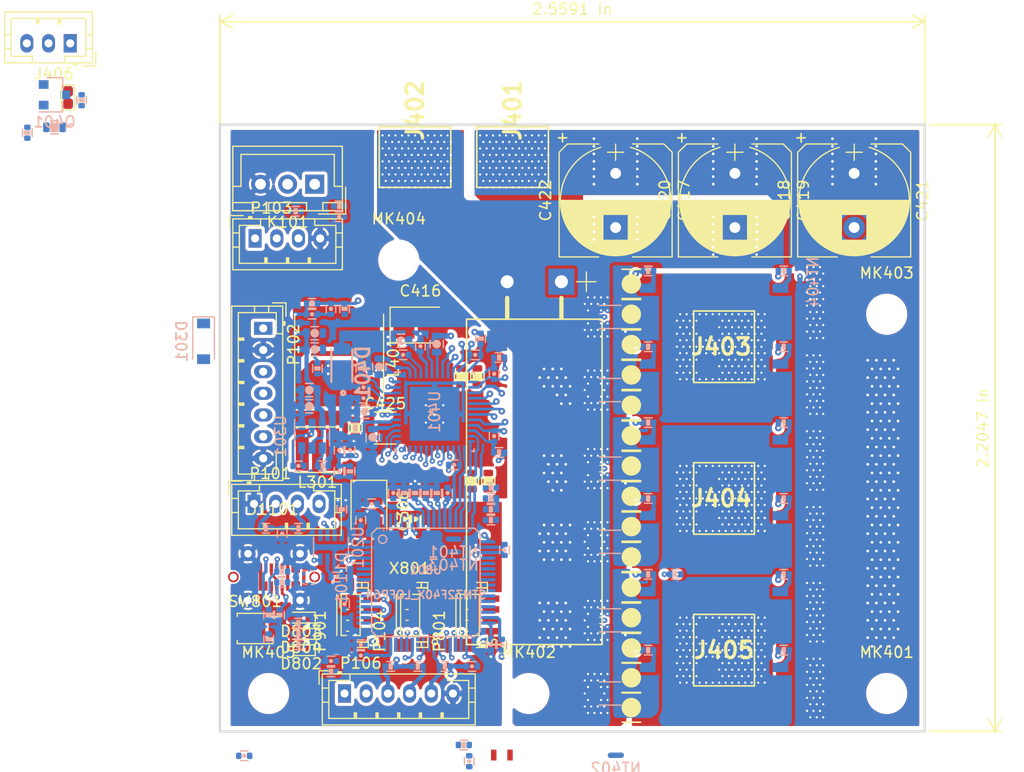
<source format=kicad_pcb>
(kicad_pcb (version 20171130) (host pcbnew "(5.1.4)-1")
  (layers (0 F.Cu signal) (1 In1.Cu power) (2 In2.Cu signal) (31 B.Cu power) (34 B.Paste user hide) (35 F.Paste user hide) (36 B.SilkS user) (37 F.SilkS user) (38 B.Mask user) (39 F.Mask user) (44 Edge.Cuts user))
  (net 0 "")
  (net 1 GND)
  (net 2 +3V3)
  (net 3 NRST)
  (net 4 SWDIO)
  (net 5 SWCLK)
  (net 6 "Net-(K101-Pad1)")
  (net 7 GNDD)
  (net 8 +BATT)
  (net 9 /drv_power_stage/buck_rcl)
  (net 10 "Net-(Q701-Pad2)")
  (net 11 "Net-(Q702-Pad2)")
  (net 12 "Net-(Q703-Pad2)")
  (net 13 "Net-(Q704-Pad2)")
  (net 14 GNDA)
  (net 15 /drv_power_stage/ENABLE)
  (net 16 /drv_power_stage/A_VSENSE)
  (net 17 /drv_power_stage/B_VSENSE)
  (net 18 /drv_power_stage/C_VSENSE)
  (net 19 "Net-(C201-Pad1)")
  (net 20 "Net-(C407-Pad2)")
  (net 21 /drv_power_stage/GDRV_VSENSE)
  (net 22 "Net-(K101-Pad2)")
  (net 23 /drv_power_stage/PHASE_B)
  (net 24 /drv_power_stage/PHASE_C)
  (net 25 /drv_power_stage/PHASE_A)
  (net 26 "Net-(Q601-Pad2)")
  (net 27 "Net-(Q602-Pad2)")
  (net 28 "Net-(Q603-Pad2)")
  (net 29 "Net-(Q604-Pad2)")
  (net 30 /drv_power_stage/A_ISENSE)
  (net 31 /drv_power_stage/B_ISENSE)
  (net 32 /drv_power_stage/C_ISENSE)
  (net 33 /Microcontroller/SERVO)
  (net 34 /Microcontroller/ADC_VBUS)
  (net 35 /Microcontroller/ADC_TEMP)
  (net 36 /Microcontroller/TEMP_MOTOR)
  (net 37 /drv_power_stage/power_phase_B/PR_SENSE)
  (net 38 /drv_power_stage/power_phase_B/NR_SENSE)
  (net 39 /drv_power_stage/power_phase_C/PR_SENSE)
  (net 40 /drv_power_stage/power_phase_C/NR_SENSE)
  (net 41 /drv_power_stage/power_phase_A/PR_SENSE)
  (net 42 /drv_power_stage/power_phase_A/NR_SENSE)
  (net 43 /Microcontroller/VCAP2)
  (net 44 /Microcontroller/VCAP1)
  (net 45 /CAN_tranciever/CANH)
  (net 46 /CAN_tranciever/CANL)
  (net 47 /Microcontroller/BRAKE_SW)
  (net 48 /Microcontroller/ADC_BRAKE)
  (net 49 /Microcontroller/ADC_THROTTLE)
  (net 50 /Microcontroller/USART1_RX)
  (net 51 /Microcontroller/USART1_TX)
  (net 52 /Microcontroller/SCL_2)
  (net 53 /Microcontroller/SDA_2)
  (net 54 /Microcontroller/HALL_3)
  (net 55 /Microcontroller/HALL_2)
  (net 56 /Microcontroller/HALL_1)
  (net 57 /Microcontroller/FAULT)
  (net 58 /drv_power_stage/power_phase_B/H_GATE)
  (net 59 /drv_power_stage/power_phase_B/L_GATE)
  (net 60 /drv_power_stage/power_phase_C/H_GATE)
  (net 61 /drv_power_stage/power_phase_C/L_GATE)
  (net 62 /drv_power_stage/power_phase_A/H_GATE)
  (net 63 /drv_power_stage/power_phase_A/L_GATE)
  (net 64 /Microcontroller/LED_GREEN)
  (net 65 /Microcontroller/LED_RED)
  (net 66 /Microcontroller/L3)
  (net 67 /Microcontroller/H3)
  (net 68 /Microcontroller/L2)
  (net 69 /Microcontroller/H2)
  (net 70 /Microcontroller/L1)
  (net 71 /Microcontroller/H1)
  (net 72 "Net-(C303-Pad2)")
  (net 73 "Net-(C303-Pad1)")
  (net 74 "Net-(C307-Pad2)")
  (net 75 "Net-(C407-Pad1)")
  (net 76 "Net-(Q501-Pad2)")
  (net 77 "Net-(Q502-Pad2)")
  (net 78 "Net-(Q503-Pad2)")
  (net 79 "Net-(Q504-Pad2)")
  (net 80 /drv_power_stage/vgls)
  (net 81 /drv_power_stage/dvdd)
  (net 82 /drv_power_stage/vdrain)
  (net 83 /drv_power_stage/vcp)
  (net 84 +15V)
  (net 85 /Microcontroller/BOOT_0)
  (net 86 /drv_power_stage/BK_VCC)
  (net 87 /drv_power_stage/BK_BST_C)
  (net 88 /drv_power_stage/BK_SW)
  (net 89 /drv_power_stage/pwr_ctl)
  (net 90 /drv_power_stage/BK_RT_SD)
  (net 91 /drv_power_stage/pwr_ctl_g)
  (net 92 "/USB-C connector/D-")
  (net 93 "/USB-C connector/D+")
  (net 94 "Net-(J1101-PadA4)")
  (net 95 "Net-(J1101-PadA6)")
  (net 96 "Net-(J1101-PadB5)")
  (net 97 "Net-(J1101-PadA7)")
  (net 98 "Net-(J1101-PadA5)")
  (net 99 /drv_power_stage/sw_led)
  (net 100 /drv_power_stage/batt_pwr_ctl)
  (net 101 /drv_power_stage/power_phase_C/NR_SENSE_R)
  (net 102 /drv_power_stage/power_phase_B/NR_SENSE_R)
  (net 103 /drv_power_stage/power_phase_A/NR_SENSE_R)
  (net 104 /DRV_MISO)
  (net 105 /DRV_MOSI)
  (net 106 /DRV_CLK)
  (net 107 /DRV_CS)
  (net 108 /NRF/Bluetooth/BLE_RX)
  (net 109 /NRF/Bluetooth/BLE_TX)
  (net 110 "Net-(R203-Pad1)")
  (net 111 /CAN_tranciever/CAN_TX)
  (net 112 /CAN_tranciever/CAN_RX)
  (net 113 "Net-(C412-Pad2)")
  (net 114 +3.3VA)
  (net 115 /Microcontroller/LED_BL_R)
  (net 116 /Microcontroller/LED_GN_R)
  (net 117 /Microcontroller/LED_RD_R)
  (net 118 /Microcontroller/AUX2_PWM)
  (net 119 /Microcontroller/AUX1_PWM)
  (net 120 /Microcontroller/REVERSE_SW)
  (net 121 /Microcontroller/XOSC_0)
  (net 122 /Microcontroller/XOSC_1)
  (net 123 /ADC_BRAKE_R)
  (net 124 /ADC_THROTTLE_R)
  (net 125 /drv_power_stage/BK_VIN)
  (module Oscillators:Oscillator_SMD_EuroQuartz_XO32-4pin_3.2x2.5mm (layer F.Cu) (at 122 142 180)
    (fp_text reference X801 (at 0 -2.45) (layer F.SilkS))
    (fp_text value "8MHz 10ppm")
    (pad 1 smd rect (at -1.075 0.775 180) (size 1 0.9) (layers F.Cu F.Paste F.Mask) (net 122 /Microcontroller/XOSC_1))
    (pad 2 smd rect (at 1.075 0.775 180) (size 1 0.9) (layers F.Cu F.Paste F.Mask) (net 121 /Microcontroller/XOSC_0))
    (pad 3 smd rect (at 1.075 -0.775 180) (size 1 0.9) (layers F.Cu F.Paste F.Mask) (net 1 GND))
    (pad 4 smd rect (at -1.075 -0.775 180) (size 1 0.9) (layers F.Cu F.Paste F.Mask))
  )
  (module Mounting_Holes:MountingHole_3.2mm_M3_DIN965 (layer F.Cu) (at 121 116)
    (fp_text reference MK404 (at 0 -3.8) (layer F.SilkS))
    (fp_text value Mounting_Hole)
    (pad 1 np_thru_hole circle (at 0 0) (size 3.2 3.2) (drill 3.2) (layers *.Cu *.Mask))
  )
  (module pkl_dipol:R_0603 (layer F.Cu) (at 117 131.5 90)
    (fp_text reference R421)
    (fp_text value 0Ω)
    (pad 2 smd roundrect (at 0.75 0 90) (size 0.6 0.9) (layers F.Cu F.Paste F.Mask) (net 125 /drv_power_stage/BK_VIN))
    (pad 1 smd roundrect (at -0.75 0 90) (size 0.6 0.9) (layers F.Cu F.Paste F.Mask) (net 8 +BATT))
  )
  (module Locals:DRV8353RHRGZR (layer B.Cu) (at 124.3 130 270)
    (fp_text reference U401 (at 0 0 270) (layer B.SilkS) (effects (justify mirror)))
    (fp_text value DRV8353RSRGZT)
    (fp_text user * (at 0 0 270) (layer B.SilkS) (effects (justify mirror)))
    (pad 1 smd rect (at -3.400001 2.75 180) (size 0.24 0.599999) (layers B.Cu B.Paste B.Mask) (net 7 GNDD))
    (pad 2 smd rect (at -3.400001 2.250001 180) (size 0.24 0.599999) (layers B.Cu B.Paste B.Mask) (net 80 /drv_power_stage/vgls))
    (pad 3 smd rect (at -3.400001 1.749999 180) (size 0.24 0.599999) (layers B.Cu B.Paste B.Mask) (net 20 "Net-(C407-Pad2)"))
    (pad 4 smd rect (at -3.400001 1.25 180) (size 0.24 0.599999) (layers B.Cu B.Paste B.Mask) (net 75 "Net-(C407-Pad1)"))
    (pad 5 smd rect (at -3.400001 0.749998 180) (size 0.24 0.599999) (layers B.Cu B.Paste B.Mask) (net 84 +15V))
    (pad 6 smd rect (at -3.400001 0.25 180) (size 0.24 0.599999) (layers B.Cu B.Paste B.Mask) (net 82 /drv_power_stage/vdrain))
    (pad 7 smd rect (at -3.400001 -0.25 180) (size 0.24 0.599999) (layers B.Cu B.Paste B.Mask) (net 83 /drv_power_stage/vcp))
    (pad 8 smd rect (at -3.400001 -0.750001 180) (size 0.24 0.599999) (layers B.Cu B.Paste B.Mask) (net 62 /drv_power_stage/power_phase_A/H_GATE))
    (pad 9 smd rect (at -3.400001 -1.25 180) (size 0.24 0.599999) (layers B.Cu B.Paste B.Mask) (net 25 /drv_power_stage/PHASE_A))
    (pad 10 smd rect (at -3.400001 -1.750002 180) (size 0.24 0.599999) (layers B.Cu B.Paste B.Mask) (net 63 /drv_power_stage/power_phase_A/L_GATE))
    (pad 11 smd rect (at -3.400001 -2.250001 180) (size 0.24 0.599999) (layers B.Cu B.Paste B.Mask) (net 41 /drv_power_stage/power_phase_A/PR_SENSE))
    (pad 12 smd rect (at -3.400001 -2.75 180) (size 0.24 0.599999) (layers B.Cu B.Paste B.Mask) (net 42 /drv_power_stage/power_phase_A/NR_SENSE))
    (pad 13 smd rect (at -2.75 -3.400001 270) (size 0.24 0.599999) (layers B.Cu B.Paste B.Mask) (net 38 /drv_power_stage/power_phase_B/NR_SENSE))
    (pad 14 smd rect (at -2.250001 -3.400001 270) (size 0.24 0.599999) (layers B.Cu B.Paste B.Mask) (net 37 /drv_power_stage/power_phase_B/PR_SENSE))
    (pad 15 smd rect (at -1.749999 -3.400001 270) (size 0.24 0.599999) (layers B.Cu B.Paste B.Mask) (net 59 /drv_power_stage/power_phase_B/L_GATE))
    (pad 16 smd rect (at -1.25 -3.400001 270) (size 0.24 0.599999) (layers B.Cu B.Paste B.Mask) (net 23 /drv_power_stage/PHASE_B))
    (pad 17 smd rect (at -0.749998 -3.400001 270) (size 0.24 0.599999) (layers B.Cu B.Paste B.Mask) (net 58 /drv_power_stage/power_phase_B/H_GATE))
    (pad 18 smd rect (at -0.25 -3.400001 270) (size 0.24 0.599999) (layers B.Cu B.Paste B.Mask) (net 60 /drv_power_stage/power_phase_C/H_GATE))
    (pad 19 smd rect (at 0.25 -3.400001 270) (size 0.24 0.599999) (layers B.Cu B.Paste B.Mask) (net 24 /drv_power_stage/PHASE_C))
    (pad 20 smd rect (at 0.750001 -3.400001 270) (size 0.24 0.599999) (layers B.Cu B.Paste B.Mask) (net 61 /drv_power_stage/power_phase_C/L_GATE))
    (pad 21 smd rect (at 1.25 -3.400001 270) (size 0.24 0.599999) (layers B.Cu B.Paste B.Mask) (net 39 /drv_power_stage/power_phase_C/PR_SENSE))
    (pad 22 smd rect (at 1.750002 -3.400001 270) (size 0.24 0.599999) (layers B.Cu B.Paste B.Mask) (net 40 /drv_power_stage/power_phase_C/NR_SENSE))
    (pad 23 smd rect (at 2.250001 -3.400001 270) (size 0.24 0.599999) (layers B.Cu B.Paste B.Mask) (net 32 /drv_power_stage/C_ISENSE))
    (pad 24 smd rect (at 2.75 -3.400001 270) (size 0.24 0.599999) (layers B.Cu B.Paste B.Mask) (net 31 /drv_power_stage/B_ISENSE))
    (pad 25 smd rect (at 3.400001 -2.75 180) (size 0.24 0.599999) (layers B.Cu B.Paste B.Mask) (net 30 /drv_power_stage/A_ISENSE))
    (pad 26 smd rect (at 3.400001 -2.250001 180) (size 0.24 0.599999) (layers B.Cu B.Paste B.Mask) (net 114 +3.3VA))
    (pad 27 smd rect (at 3.400001 -1.750002 180) (size 0.24 0.599999) (layers B.Cu B.Paste B.Mask) (net 14 GNDA))
    (pad 28 smd rect (at 3.400001 -1.25 180) (size 0.24 0.599999) (layers B.Cu B.Paste B.Mask) (net 57 /Microcontroller/FAULT))
    (pad 29 smd rect (at 3.400001 -0.750001 180) (size 0.24 0.599999) (layers B.Cu B.Paste B.Mask) (net 104 /DRV_MISO))
    (pad 30 smd rect (at 3.400001 -0.25 180) (size 0.24 0.599999) (layers B.Cu B.Paste B.Mask) (net 105 /DRV_MOSI))
    (pad 31 smd rect (at 3.400001 0.25 180) (size 0.24 0.599999) (layers B.Cu B.Paste B.Mask) (net 106 /DRV_CLK))
    (pad 32 smd rect (at 3.400001 0.749998 180) (size 0.24 0.599999) (layers B.Cu B.Paste B.Mask) (net 107 /DRV_CS))
    (pad 33 smd rect (at 3.400001 1.25 180) (size 0.24 0.599999) (layers B.Cu B.Paste B.Mask) (net 15 /drv_power_stage/ENABLE))
    (pad 34 smd rect (at 3.400001 1.749999 180) (size 0.24 0.599999) (layers B.Cu B.Paste B.Mask) (net 71 /Microcontroller/H1))
    (pad 35 smd rect (at 3.400001 2.250001 180) (size 0.24 0.599999) (layers B.Cu B.Paste B.Mask) (net 70 /Microcontroller/L1))
    (pad 36 smd rect (at 3.400001 2.75 180) (size 0.24 0.599999) (layers B.Cu B.Paste B.Mask) (net 69 /Microcontroller/H2))
    (pad 37 smd rect (at 2.75 3.400001 270) (size 0.24 0.599999) (layers B.Cu B.Paste B.Mask) (net 68 /Microcontroller/L2))
    (pad 38 smd rect (at 2.250001 3.400001 270) (size 0.24 0.599999) (layers B.Cu B.Paste B.Mask) (net 67 /Microcontroller/H3))
    (pad 39 smd rect (at 1.750002 3.400001 270) (size 0.24 0.599999) (layers B.Cu B.Paste B.Mask) (net 66 /Microcontroller/L3))
    (pad 40 smd rect (at 1.25 3.400001 270) (size 0.24 0.599999) (layers B.Cu B.Paste B.Mask) (net 81 /drv_power_stage/dvdd))
    (pad 41 smd rect (at 0.750001 3.400001 270) (size 0.24 0.599999) (layers B.Cu B.Paste B.Mask) (net 1 GND))
    (pad 42 smd rect (at 0.25 3.400001 270) (size 0.24 0.599999) (layers B.Cu B.Paste B.Mask) (net 88 /drv_power_stage/BK_SW))
    (pad 43 smd rect (at -0.25 3.400001 270) (size 0.24 0.599999) (layers B.Cu B.Paste B.Mask) (net 125 /drv_power_stage/BK_VIN))
    (pad 44 smd rect (at -0.749998 3.400001 270) (size 0.24 0.599999) (layers B.Cu B.Paste B.Mask) (net 86 /drv_power_stage/BK_VCC))
    (pad 45 smd rect (at -1.25 3.400001 270) (size 0.24 0.599999) (layers B.Cu B.Paste B.Mask) (net 87 /drv_power_stage/BK_BST_C))
    (pad 46 smd rect (at -1.749999 3.400001 270) (size 0.24 0.599999) (layers B.Cu B.Paste B.Mask) (net 9 /drv_power_stage/buck_rcl))
    (pad 47 smd rect (at -2.250001 3.400001 270) (size 0.24 0.599999) (layers B.Cu B.Paste B.Mask) (net 90 /drv_power_stage/BK_RT_SD))
    (pad 48 smd rect (at -2.75 3.400001 270) (size 0.24 0.599999) (layers B.Cu B.Paste B.Mask) (net 21 /drv_power_stage/GDRV_VSENSE))
    (pad 49 smd rect (at 0.188001 0 270) (size 4.974999 4.600001) (layers B.Cu B.Mask) (net 7 GNDD))
  )
  (module pkl_dipol:C_1210 (layer F.Cu) (at 142.45 121 180)
    (fp_text reference C706)
    (fp_text value "4.7uF ")
    (pad 2 smd roundrect (at 1.5 0 180) (size 1 2.4) (layers F.Cu F.Paste F.Mask) (net 7 GNDD))
    (pad 1 smd roundrect (at -1.5 0 180) (size 1 2.4) (layers F.Cu F.Paste F.Mask) (net 8 +BATT))
  )
  (module pkl_dipol:C_1210 (layer F.Cu) (at 142.45 123.8 180)
    (fp_text reference C705)
    (fp_text value "4.7uF ")
    (pad 2 smd roundrect (at 1.5 0 180) (size 1 2.4) (layers F.Cu F.Paste F.Mask) (net 7 GNDD))
    (pad 1 smd roundrect (at -1.5 0 180) (size 1 2.4) (layers F.Cu F.Paste F.Mask) (net 8 +BATT))
  )
  (module pkl_dipol:C_1210 (layer F.Cu) (at 142.45 129.4 180)
    (fp_text reference C704)
    (fp_text value "4.7uF ")
    (pad 2 smd roundrect (at 1.5 0 180) (size 1 2.4) (layers F.Cu F.Paste F.Mask) (net 7 GNDD))
    (pad 1 smd roundrect (at -1.5 0 180) (size 1 2.4) (layers F.Cu F.Paste F.Mask) (net 8 +BATT))
  )
  (module pkl_dipol:C_1210 (layer F.Cu) (at 142.45 126.6 180)
    (fp_text reference C703)
    (fp_text value "4.7uF ")
    (pad 2 smd roundrect (at 1.5 0 180) (size 1 2.4) (layers F.Cu F.Paste F.Mask) (net 7 GNDD))
    (pad 1 smd roundrect (at -1.5 0 180) (size 1 2.4) (layers F.Cu F.Paste F.Mask) (net 8 +BATT))
  )
  (module pkl_dipol:C_1210 (layer F.Cu) (at 142.45 118.2 180)
    (fp_text reference C702)
    (fp_text value "4.7uF ")
    (pad 2 smd roundrect (at 1.5 0 180) (size 1 2.4) (layers F.Cu F.Paste F.Mask) (net 7 GNDD))
    (pad 1 smd roundrect (at -1.5 0 180) (size 1 2.4) (layers F.Cu F.Paste F.Mask) (net 8 +BATT))
  )
  (module pkl_dipol:C_1210 (layer F.Cu) (at 142.45 135 180)
    (fp_text reference C606)
    (fp_text value "4.7uF ")
    (pad 2 smd roundrect (at 1.5 0 180) (size 1 2.4) (layers F.Cu F.Paste F.Mask) (net 7 GNDD))
    (pad 1 smd roundrect (at -1.5 0 180) (size 1 2.4) (layers F.Cu F.Paste F.Mask) (net 8 +BATT))
  )
  (module pkl_dipol:C_1210 (layer F.Cu) (at 142.45 137.8 180)
    (fp_text reference C605)
    (fp_text value "4.7uF ")
    (pad 2 smd roundrect (at 1.5 0 180) (size 1 2.4) (layers F.Cu F.Paste F.Mask) (net 7 GNDD))
    (pad 1 smd roundrect (at -1.5 0 180) (size 1 2.4) (layers F.Cu F.Paste F.Mask) (net 8 +BATT))
  )
  (module pkl_dipol:C_1210 (layer F.Cu) (at 142.45 143.4 180)
    (fp_text reference C604)
    (fp_text value "4.7uF ")
    (pad 2 smd roundrect (at 1.5 0 180) (size 1 2.4) (layers F.Cu F.Paste F.Mask) (net 7 GNDD))
    (pad 1 smd roundrect (at -1.5 0 180) (size 1 2.4) (layers F.Cu F.Paste F.Mask) (net 8 +BATT))
  )
  (module pkl_dipol:C_1210 (layer F.Cu) (at 142.45 140.6 180)
    (fp_text reference C603)
    (fp_text value "4.7uF ")
    (pad 2 smd roundrect (at 1.5 0 180) (size 1 2.4) (layers F.Cu F.Paste F.Mask) (net 7 GNDD))
    (pad 1 smd roundrect (at -1.5 0 180) (size 1 2.4) (layers F.Cu F.Paste F.Mask) (net 8 +BATT))
  )
  (module pkl_dipol:C_1210 (layer F.Cu) (at 142.45 132.2 180)
    (fp_text reference C602)
    (fp_text value "4.7uF ")
    (pad 2 smd roundrect (at 1.5 0 180) (size 1 2.4) (layers F.Cu F.Paste F.Mask) (net 7 GNDD))
    (pad 1 smd roundrect (at -1.5 0 180) (size 1 2.4) (layers F.Cu F.Paste F.Mask) (net 8 +BATT))
  )
  (module pkl_dipol:C_1210 (layer F.Cu) (at 142.45 149 180)
    (fp_text reference C506)
    (fp_text value "4.7uF ")
    (pad 2 smd roundrect (at 1.5 0 180) (size 1 2.4) (layers F.Cu F.Paste F.Mask) (net 7 GNDD))
    (pad 1 smd roundrect (at -1.5 0 180) (size 1 2.4) (layers F.Cu F.Paste F.Mask) (net 8 +BATT))
  )
  (module pkl_dipol:C_1210 (layer F.Cu) (at 142.45 151.8 180)
    (fp_text reference C505)
    (fp_text value "4.7uF ")
    (pad 2 smd roundrect (at 1.5 0 180) (size 1 2.4) (layers F.Cu F.Paste F.Mask) (net 7 GNDD))
    (pad 1 smd roundrect (at -1.5 0 180) (size 1 2.4) (layers F.Cu F.Paste F.Mask) (net 8 +BATT))
  )
  (module pkl_dipol:C_1210 (layer F.Cu) (at 142.45 157.3 180)
    (fp_text reference C504)
    (fp_text value "4.7uF ")
    (pad 2 smd roundrect (at 1.5 0 180) (size 1 2.4) (layers F.Cu F.Paste F.Mask) (net 7 GNDD))
    (pad 1 smd roundrect (at -1.5 0 180) (size 1 2.4) (layers F.Cu F.Paste F.Mask) (net 8 +BATT))
  )
  (module pkl_dipol:C_1210 (layer F.Cu) (at 142.45 154.55 180)
    (fp_text reference C503)
    (fp_text value "4.7uF ")
    (pad 2 smd roundrect (at 1.5 0 180) (size 1 2.4) (layers F.Cu F.Paste F.Mask) (net 7 GNDD))
    (pad 1 smd roundrect (at -1.5 0 180) (size 1 2.4) (layers F.Cu F.Paste F.Mask) (net 8 +BATT))
  )
  (module pkl_dipol:C_1210 (layer F.Cu) (at 142.45 146.2 180)
    (fp_text reference C502)
    (fp_text value "4.7uF ")
    (pad 2 smd roundrect (at 1.5 0 180) (size 1 2.4) (layers F.Cu F.Paste F.Mask) (net 7 GNDD))
    (pad 1 smd roundrect (at -1.5 0 180) (size 1 2.4) (layers F.Cu F.Paste F.Mask) (net 8 +BATT))
  )
  (module Capacitors_Tantalum_SMD:CP_Tantalum_Case-B_EIA-3528-21_Reflow (layer F.Cu) (at 123 122)
    (fp_text reference C416 (at 0 -3.15) (layer F.SilkS))
    (fp_text value "10uf, 25v")
    (pad 1 smd rect (at -1.525 0) (size 1.95 2.5) (layers F.Cu F.Paste F.Mask) (net 84 +15V))
    (pad 2 smd rect (at 1.525 0) (size 1.95 2.5) (layers F.Cu F.Paste F.Mask) (net 7 GNDD))
  )
  (module Capacitors_SMD:C_1210 (layer F.Cu) (at 119.75 131.5)
    (fp_text reference C425 (at 0 -2.25) (layer F.SilkS))
    (fp_text value "4.7uF ")
    (pad 1 smd rect (at -1.5 0) (size 1 2.5) (layers F.Cu F.Paste F.Mask) (net 125 /drv_power_stage/BK_VIN))
    (pad 2 smd rect (at 1.5 0) (size 1 2.5) (layers F.Cu F.Paste F.Mask) (net 7 GNDD))
  )
  (module Inductors_SMD:L_Taiyo-Yuden_NR-40xx (layer F.Cu) (at 113.5 133.5 180)
    (fp_text reference L301 (at 0 -3) (layer F.SilkS))
    (fp_text value 4.7uH)
    (pad 1 smd rect (at -1.4 0 180) (size 1.2 3.9) (layers F.Cu F.Paste F.Mask) (net 2 +3V3))
    (pad 2 smd rect (at 1.4 0 180) (size 1.2 3.9) (layers F.Cu F.Paste F.Mask) (net 73 "Net-(C303-Pad1)"))
  )
  (module moxie-drive-custom:POWERDI123_1 (layer B.Cu) (at 115.75 125.75 270)
    (fp_text reference D401 (at 0.6 -1.93 90) (layer B.SilkS) (effects (font (size 1.27 1.27) (thickness 0.254)) (justify mirror)))
    (fp_text value DFLS1100-7 hide)
    (pad 2 smd rect (at -1.55 0 270) (size 1.05 1.5) (layers B.Cu B.Paste B.Mask) (net 7 GNDD))
    (pad 1 smd rect (at 0.825 0 180) (size 1.5 2.4) (layers B.Cu B.Paste B.Mask) (net 88 /drv_power_stage/BK_SW))
  )
  (module moxie-drive-custom:L_wurth-8065 (layer F.Cu) (at 115.5 125 270)
    (fp_text reference L401 (at 0 -5 90) (layer F.SilkS))
    (fp_text value 470uH)
    (pad 1 smd rect (at -3.1 0 270) (size 2.4 7.5) (layers F.Cu F.Paste F.Mask) (net 84 +15V))
    (pad 2 smd rect (at 3.1 0 270) (size 2.4 7.5) (layers F.Cu F.Paste F.Mask) (net 88 /drv_power_stage/BK_SW))
  )
  (module pkl_dipol:C_0603 (layer B.Cu) (at 112.75 128 180)
    (fp_text reference C308)
    (fp_text value 10uf)
    (pad 2 smd roundrect (at 0.75 0 180) (size 0.6 0.9) (layers B.Cu B.Paste B.Mask) (net 1 GND))
    (pad 1 smd roundrect (at -0.75 0 180) (size 0.6 0.9) (layers B.Cu B.Paste B.Mask) (net 84 +15V))
  )
  (module Connectors_JST:JST_SH_BM04B-SRSS-TB_04x1.00mm_Straight (layer F.Cu) (at 128.2375 148.75 90)
    (fp_text reference P801 (at -1.5 -3.5 90) (layer F.SilkS))
    (fp_text value SWD_DEBUG)
    (pad 1 smd rect (at -1.5 1.2625 90) (size 0.6 1.55) (layers F.Cu F.Paste F.Mask) (net 1 GND))
    (pad 2 smd rect (at -0.5 1.2625 90) (size 0.6 1.55) (layers F.Cu F.Paste F.Mask) (net 3 NRST))
    (pad 3 smd rect (at 0.5 1.2625 90) (size 0.6 1.55) (layers F.Cu F.Paste F.Mask) (net 4 SWDIO))
    (pad 4 smd rect (at 1.5 1.2625 90) (size 0.6 1.55) (layers F.Cu F.Paste F.Mask) (net 5 SWCLK))
    (pad "" smd rect (at -2.8 -1.2625 90) (size 1.2 1.8) (layers F.Cu F.Paste F.Mask))
    (pad "" smd rect (at 2.8 -1.2625 90) (size 1.2 1.8) (layers F.Cu F.Paste F.Mask))
  )
  (module pkl_connectors:SMD_Pad_Array-1_Pitch1mm (layer F.Cu) (at 131.26 161.68)
    (fp_text reference J102)
    (fp_text value Conn_01x01)
    (pad 1 smd rect (at 0 0) (size 0.5 1) (layers F.Cu F.Mask) (net 118 /Microcontroller/AUX2_PWM))
  )
  (module pkl_connectors:SMD_Pad_Array-1_Pitch1mm (layer F.Cu) (at 129.76 161.68)
    (fp_text reference J101)
    (fp_text value Conn_01x01)
    (pad 1 smd rect (at 0 0) (size 0.5 1) (layers F.Cu F.Mask) (net 119 /Microcontroller/AUX1_PWM))
  )
  (module pkl_connectors:USB_C_receptacle_vertical (layer F.Cu) (at 109.5 145.25)
    (fp_text reference J1101 (at 0 -6.25) (layer F.SilkS))
    (fp_text value USB_C_Receptacle)
    (pad "" np_thru_hole circle (at 3.75 0 180) (size 1 1) (drill 0.66) (layers F.Cu))
    (pad "" np_thru_hole circle (at -3.75 0) (size 1 1) (drill 0.66) (layers F.Cu))
    (pad S1 thru_hole circle (at -2.4 2.15) (size 1.4 1.4) (drill 0.7) (layers *.Cu *.Mask) (net 1 GND))
    (pad S1 thru_hole circle (at 2.4 -2.15) (size 1.4 1.4) (drill 0.7) (layers *.Cu *.Mask) (net 1 GND))
    (pad S1 thru_hole circle (at 2.4 2.15 180) (size 1.4 1.4) (drill 0.7) (layers *.Cu *.Mask) (net 1 GND))
    (pad B2 smd rect (at 2.25 0.83 180) (size 0.3 0.85) (layers F.Cu F.Paste F.Mask))
    (pad B3 smd rect (at 1.75 0.83 180) (size 0.3 0.85) (layers F.Cu F.Paste F.Mask))
    (pad B4 smd rect (at 1.25 0.83 180) (size 0.3 0.85) (layers F.Cu F.Paste F.Mask) (net 94 "Net-(J1101-PadA4)"))
    (pad B6 smd rect (at 0.25 0.83 180) (size 0.3 0.85) (layers F.Cu F.Paste F.Mask) (net 95 "Net-(J1101-PadA6)"))
    (pad B5 smd rect (at 0.75 0.83 180) (size 0.3 0.85) (layers F.Cu F.Paste F.Mask) (net 96 "Net-(J1101-PadB5)"))
    (pad B12 smd rect (at -2.75 0.83 180) (size 0.3 0.85) (layers F.Cu F.Paste F.Mask) (net 1 GND))
    (pad B11 smd rect (at -2.25 0.83 180) (size 0.3 0.85) (layers F.Cu F.Paste F.Mask))
    (pad B8 smd rect (at -0.75 0.83 180) (size 0.3 0.85) (layers F.Cu F.Paste F.Mask))
    (pad B10 smd rect (at -1.75 0.83 180) (size 0.3 0.85) (layers F.Cu F.Paste F.Mask))
    (pad B9 smd rect (at -1.25 0.83 180) (size 0.3 0.85) (layers F.Cu F.Paste F.Mask) (net 94 "Net-(J1101-PadA4)"))
    (pad B7 smd rect (at -0.25 0.83 180) (size 0.3 0.85) (layers F.Cu F.Paste F.Mask) (net 97 "Net-(J1101-PadA7)"))
    (pad B1 smd rect (at 2.75 0.83 180) (size 0.3 0.85) (layers F.Cu F.Paste F.Mask) (net 1 GND))
    (pad A8 smd rect (at 0.75 -0.83) (size 0.3 0.85) (layers F.Cu F.Paste F.Mask))
    (pad A9 smd rect (at 1.25 -0.83) (size 0.3 0.85) (layers F.Cu F.Paste F.Mask) (net 94 "Net-(J1101-PadA4)"))
    (pad A10 smd rect (at 1.75 -0.83) (size 0.3 0.85) (layers F.Cu F.Paste F.Mask))
    (pad A12 smd rect (at 2.75 -0.83) (size 0.3 0.85) (layers F.Cu F.Paste F.Mask) (net 1 GND))
    (pad A11 smd rect (at 2.25 -0.83) (size 0.3 0.85) (layers F.Cu F.Paste F.Mask))
    (pad A7 smd rect (at 0.25 -0.83) (size 0.3 0.85) (layers F.Cu F.Paste F.Mask) (net 97 "Net-(J1101-PadA7)"))
    (pad A6 smd rect (at -0.25 -0.83) (size 0.3 0.85) (layers F.Cu F.Paste F.Mask) (net 95 "Net-(J1101-PadA6)"))
    (pad A5 smd rect (at -0.75 -0.83) (size 0.3 0.85) (layers F.Cu F.Paste F.Mask) (net 98 "Net-(J1101-PadA5)"))
    (pad A4 smd rect (at -1.25 -0.83) (size 0.3 0.85) (layers F.Cu F.Paste F.Mask) (net 94 "Net-(J1101-PadA4)"))
    (pad A3 smd rect (at -1.75 -0.83) (size 0.3 0.85) (layers F.Cu F.Paste F.Mask))
    (pad A2 smd rect (at -2.25 -0.83) (size 0.3 0.85) (layers F.Cu F.Paste F.Mask))
    (pad A1 smd rect (at -2.75 -0.83) (size 0.3 0.85) (layers F.Cu F.Paste F.Mask) (net 1 GND))
    (pad S1 thru_hole circle (at -2.4 -2.15) (size 1.4 1.4) (drill 0.7) (layers *.Cu *.Mask) (net 1 GND))
  )
  (module pkl_dipol:R_0402 (layer B.Cu) (at 113.5 126 270)
    (fp_text reference R407)
    (fp_text value 57.6kΩ)
    (pad 2 smd roundrect (at 0.5 0 270) (size 0.5 0.6) (layers B.Cu B.Paste B.Mask) (net 88 /drv_power_stage/BK_SW))
    (pad 1 smd roundrect (at -0.5 0 270) (size 0.5 0.6) (layers B.Cu B.Paste B.Mask) (net 113 "Net-(C412-Pad2)"))
  )
  (module pkl_dipol:C_0402 (layer B.Cu) (at 113 121 180)
    (fp_text reference C415)
    (fp_text value 3nf)
    (pad 2 smd roundrect (at 0.5 0 180) (size 0.5 0.6) (layers B.Cu B.Paste B.Mask) (net 84 +15V))
    (pad 1 smd roundrect (at -0.5 0 180) (size 0.5 0.6) (layers B.Cu B.Paste B.Mask) (net 113 "Net-(C412-Pad2)"))
  )
  (module pkl_dipol:R_0402 (layer B.Cu) (at 129.5 140 180)
    (fp_text reference R106)
    (fp_text value 100Ω)
    (pad 2 smd roundrect (at 0.5 0 180) (size 0.5 0.6) (layers B.Cu B.Paste B.Mask) (net 123 /ADC_BRAKE_R))
    (pad 1 smd roundrect (at -0.5 0 180) (size 0.5 0.6) (layers B.Cu B.Paste B.Mask) (net 48 /Microcontroller/ADC_BRAKE))
  )
  (module pkl_dipol:R_0402 (layer B.Cu) (at 129.5 137 180)
    (fp_text reference R105)
    (fp_text value 100Ω)
    (pad 2 smd roundrect (at 0.5 0 180) (size 0.5 0.6) (layers B.Cu B.Paste B.Mask) (net 124 /ADC_THROTTLE_R))
    (pad 1 smd roundrect (at -0.5 0 180) (size 0.5 0.6) (layers B.Cu B.Paste B.Mask) (net 49 /Microcontroller/ADC_THROTTLE))
  )
  (module TO_SOT_Packages_SMD:SOT-23-8 (layer B.Cu) (at 114.75 142.5 90)
    (fp_text reference U201 (at 0 2.5 90) (layer B.SilkS) (effects (justify mirror)))
    (fp_text value MAX3051)
    (pad 1 smd rect (at -1.1 0.98 90) (size 1.06 0.4) (layers B.Cu B.Paste B.Mask) (net 111 /CAN_tranciever/CAN_TX))
    (pad 2 smd rect (at -1.1 0.33 90) (size 1.06 0.4) (layers B.Cu B.Paste B.Mask) (net 1 GND))
    (pad 3 smd rect (at -1.1 -0.33 90) (size 1.06 0.4) (layers B.Cu B.Paste B.Mask) (net 2 +3V3))
    (pad 4 smd rect (at -1.1 -0.98 90) (size 1.06 0.4) (layers B.Cu B.Paste B.Mask) (net 112 /CAN_tranciever/CAN_RX))
    (pad 5 smd rect (at 1.1 -0.98 90) (size 1.06 0.4) (layers B.Cu B.Paste B.Mask))
    (pad 6 smd rect (at 1.1 -0.33 90) (size 1.06 0.4) (layers B.Cu B.Paste B.Mask) (net 46 /CAN_tranciever/CANL))
    (pad 7 smd rect (at 1.1 0.33 90) (size 1.06 0.4) (layers B.Cu B.Paste B.Mask) (net 45 /CAN_tranciever/CANH))
    (pad 8 smd rect (at 1.1 0.98 90) (size 1.06 0.4) (layers B.Cu B.Paste B.Mask) (net 110 "Net-(R203-Pad1)"))
  )
  (module pkl_dipol:R_0402 (layer B.Cu) (at 115.75 139 90)
    (fp_text reference R203)
    (fp_text value 0R)
    (pad 2 smd roundrect (at 0.5 0 90) (size 0.5 0.6) (layers B.Cu B.Paste B.Mask) (net 1 GND))
    (pad 1 smd roundrect (at -0.5 0 90) (size 0.5 0.6) (layers B.Cu B.Paste B.Mask) (net 110 "Net-(R203-Pad1)"))
  )
  (module Connectors_JST:JST_SH_BM04B-SRSS-TB_04x1.00mm_Straight (layer F.Cu) (at 117.25 148.75 90)
    (fp_text reference P901 (at -1.5 -3.5 90) (layer F.SilkS))
    (fp_text value I2C)
    (pad 1 smd rect (at -1.5 1.2625 90) (size 0.6 1.55) (layers F.Cu F.Paste F.Mask) (net 1 GND))
    (pad 2 smd rect (at -0.5 1.2625 90) (size 0.6 1.55) (layers F.Cu F.Paste F.Mask) (net 2 +3V3))
    (pad 3 smd rect (at 0.5 1.2625 90) (size 0.6 1.55) (layers F.Cu F.Paste F.Mask) (net 109 /NRF/Bluetooth/BLE_TX))
    (pad 4 smd rect (at 1.5 1.2625 90) (size 0.6 1.55) (layers F.Cu F.Paste F.Mask) (net 108 /NRF/Bluetooth/BLE_RX))
    (pad "" smd rect (at -2.8 -1.2625 90) (size 1.2 1.8) (layers F.Cu F.Paste F.Mask))
    (pad "" smd rect (at 2.8 -1.2625 90) (size 1.2 1.8) (layers F.Cu F.Paste F.Mask))
  )
  (module pkl_dipol:R_0603 (layer B.Cu) (at 89.25 103.75)
    (fp_text reference R419)
    (fp_text value 500k)
    (pad 2 smd roundrect (at 0.75 0) (size 0.6 0.9) (layers B.Cu B.Paste B.Mask) (net 89 /drv_power_stage/pwr_ctl))
    (pad 1 smd roundrect (at -0.75 0) (size 0.6 0.9) (layers B.Cu B.Paste B.Mask) (net 91 /drv_power_stage/pwr_ctl_g))
  )
  (module TO_SOT_Packages_SMD:SOT-23 (layer B.Cu) (at 89.25 100.75)
    (fp_text reference Q401 (at 0 2.5) (layer B.SilkS) (effects (justify mirror)))
    (fp_text value Q_PNP_BCE)
    (pad 1 smd rect (at -1 0.95) (size 0.9 0.8) (layers B.Cu B.Paste B.Mask) (net 91 /drv_power_stage/pwr_ctl_g))
    (pad 2 smd rect (at -1 -0.95) (size 0.9 0.8) (layers B.Cu B.Paste B.Mask) (net 100 /drv_power_stage/batt_pwr_ctl))
    (pad 3 smd rect (at 1 0) (size 0.9 0.8) (layers B.Cu B.Paste B.Mask) (net 8 +BATT))
  )
  (module pkl_dipol:R_0402 (layer B.Cu) (at 124.5 137.5 90)
    (fp_text reference R415)
    (fp_text value 2.2kΩ)
    (pad 2 smd roundrect (at 0.5 0 90) (size 0.5 0.6) (layers B.Cu B.Paste B.Mask) (net 1 GND))
    (pad 1 smd roundrect (at -0.5 0 90) (size 0.5 0.6) (layers B.Cu B.Paste B.Mask) (net 34 /Microcontroller/ADC_VBUS))
  )
  (module pkl_dipol:R_0402 (layer B.Cu) (at 123.5 137.5 90)
    (fp_text reference R413)
    (fp_text value 2.2kΩ)
    (pad 2 smd roundrect (at 0.5 0 90) (size 0.5 0.6) (layers B.Cu B.Paste B.Mask) (net 1 GND))
    (pad 1 smd roundrect (at -0.5 0 90) (size 0.5 0.6) (layers B.Cu B.Paste B.Mask) (net 18 /drv_power_stage/C_VSENSE))
  )
  (module pkl_dipol:R_0402 (layer B.Cu) (at 122.5 137.5 90)
    (fp_text reference R411)
    (fp_text value 2.2kΩ)
    (pad 2 smd roundrect (at 0.5 0 90) (size 0.5 0.6) (layers B.Cu B.Paste B.Mask) (net 1 GND))
    (pad 1 smd roundrect (at -0.5 0 90) (size 0.5 0.6) (layers B.Cu B.Paste B.Mask) (net 17 /drv_power_stage/B_VSENSE))
  )
  (module pkl_dipol:R_0402 (layer B.Cu) (at 121.5 137.5 90)
    (fp_text reference R409)
    (fp_text value 2.2kΩ)
    (pad 2 smd roundrect (at 0.5 0 90) (size 0.5 0.6) (layers B.Cu B.Paste B.Mask) (net 1 GND))
    (pad 1 smd roundrect (at -0.5 0 90) (size 0.5 0.6) (layers B.Cu B.Paste B.Mask) (net 16 /drv_power_stage/A_VSENSE))
  )
  (module Connectors_JST:JST_SH_BM04B-SRSS-TB_04x1.00mm_Straight (layer F.Cu) (at 122.7375 148.75 90)
    (fp_text reference P104 (at -1.5 -3.5 90) (layer F.SilkS))
    (fp_text value I2C)
    (pad 1 smd rect (at -1.5 1.2625 90) (size 0.6 1.55) (layers F.Cu F.Paste F.Mask) (net 1 GND))
    (pad 2 smd rect (at -0.5 1.2625 90) (size 0.6 1.55) (layers F.Cu F.Paste F.Mask) (net 2 +3V3))
    (pad 3 smd rect (at 0.5 1.2625 90) (size 0.6 1.55) (layers F.Cu F.Paste F.Mask) (net 53 /Microcontroller/SDA_2))
    (pad 4 smd rect (at 1.5 1.2625 90) (size 0.6 1.55) (layers F.Cu F.Paste F.Mask) (net 52 /Microcontroller/SCL_2))
    (pad "" smd rect (at -2.8 -1.2625 90) (size 1.2 1.8) (layers F.Cu F.Paste F.Mask))
    (pad "" smd rect (at 2.8 -1.2625 90) (size 1.2 1.8) (layers F.Cu F.Paste F.Mask))
  )
  (module Connectors_JST:JST_XH_B03B-XH-A_03x2.50mm_Straight (layer F.Cu) (at 113.25 109 180)
    (fp_text reference K101 (at 2.5 -3.5) (layer F.SilkS))
    (fp_text value SERVO)
    (pad 3 thru_hole circle (at 5 0 180) (size 1.75 1.75) (drill 1) (layers *.Cu *.Mask) (net 1 GND))
    (pad 2 thru_hole circle (at 2.5 0 180) (size 1.75 1.75) (drill 1) (layers *.Cu *.Mask) (net 22 "Net-(K101-Pad2)"))
    (pad 1 thru_hole rect (at 0 0 180) (size 1.75 1.75) (drill 1) (layers *.Cu *.Mask) (net 6 "Net-(K101-Pad1)"))
  )
  (module Connectors_JST:JST_PH_B3B-PH-K_03x2.00mm_Straight (layer F.Cu) (at 90.7 96 180)
    (fp_text reference J406 (at 1.5 -2.8) (layer F.SilkS))
    (fp_text value Conn_01x03)
    (pad 1 thru_hole rect (at 0 0 180) (size 1.2 1.7) (drill 0.75) (layers *.Cu *.Mask) (net 99 /drv_power_stage/sw_led))
    (pad 2 thru_hole oval (at 2 0 180) (size 1.2 1.7) (drill 0.75) (layers *.Cu *.Mask) (net 7 GNDD))
    (pad 3 thru_hole oval (at 4 0 180) (size 1.2 1.7) (drill 0.75) (layers *.Cu *.Mask) (net 89 /drv_power_stage/pwr_ctl))
  )
  (module pkl_dipol:R_0402 (layer B.Cu) (at 109 148.75 270)
    (fp_text reference R1104)
    (fp_text value 5.1k)
    (pad 1 smd roundrect (at -0.5 0 270) (size 0.5 0.6) (layers B.Cu B.Paste B.Mask) (net 98 "Net-(J1101-PadA5)"))
    (pad 2 smd roundrect (at 0.5 0 270) (size 0.5 0.6) (layers B.Cu B.Paste B.Mask) (net 1 GND))
  )
  (module pkl_dipol:R_0402 (layer B.Cu) (at 110 148.75 270)
    (fp_text reference R1103)
    (fp_text value 5.1k)
    (pad 1 smd roundrect (at -0.5 0 270) (size 0.5 0.6) (layers B.Cu B.Paste B.Mask) (net 96 "Net-(J1101-PadB5)"))
    (pad 2 smd roundrect (at 0.5 0 270) (size 0.5 0.6) (layers B.Cu B.Paste B.Mask) (net 1 GND))
  )
  (module pkl_dipol:R_0402 (layer B.Cu) (at 110.25 145.75 180)
    (fp_text reference R1102)
    (fp_text value 22R)
    (pad 1 smd roundrect (at -0.5 0 180) (size 0.5 0.6) (layers B.Cu B.Paste B.Mask) (net 93 "/USB-C connector/D+"))
    (pad 2 smd roundrect (at 0.5 0 180) (size 0.5 0.6) (layers B.Cu B.Paste B.Mask) (net 95 "Net-(J1101-PadA6)"))
  )
  (module pkl_dipol:R_0402 (layer B.Cu) (at 110.25 144.75 180)
    (fp_text reference R1101)
    (fp_text value 22R)
    (pad 1 smd roundrect (at -0.5 0 180) (size 0.5 0.6) (layers B.Cu B.Paste B.Mask) (net 92 "/USB-C connector/D-"))
    (pad 2 smd roundrect (at 0.5 0 180) (size 0.5 0.6) (layers B.Cu B.Paste B.Mask) (net 97 "Net-(J1101-PadA7)"))
  )
  (module digikey-footprints:SOT-3 (layer B.Cu) (at 112.65 145.3 90)
    (fp_text reference D1101 (at -0.025 3.075 90) (layer B.SilkS) (effects (justify mirror)))
    (fp_text value TPD2EUSB30DRTR)
    (pad 1 smd rect (at -0.35 -0.425 90) (size 0.3 0.3) (layers B.Cu B.Paste B.Mask) (net 93 "/USB-C connector/D+"))
    (pad 3 smd rect (at 0 0.425 90) (size 0.3 0.3) (layers B.Cu B.Paste B.Mask) (net 1 GND))
    (pad 2 smd rect (at 0.35 -0.425 90) (size 0.3 0.3) (layers B.Cu B.Paste B.Mask) (net 92 "/USB-C connector/D-"))
  )
  (module moxie-drive-custom:CP_Radial_D12.5mm_P5.00mm_horiz (layer F.Cu) (at 136 118 180)
    (fp_text reference C414)
    (fp_text value 560uF)
    (pad 1 thru_hole rect (at 0 0 180) (size 2.4 2.4) (drill 1.2) (layers *.Cu *.Mask) (net 8 +BATT))
    (pad 2 thru_hole circle (at 5 0 180) (size 2.4 2.4) (drill 1.2) (layers *.Cu *.Mask) (net 7 GNDD))
  )
  (module Buttons_Switches_SMD:SW_SPST_B3U-1000P (layer F.Cu) (at 107.75 150)
    (fp_text reference SW801 (at 0 -2.5) (layer F.SilkS))
    (fp_text value SW_Push)
    (pad 1 smd rect (at -1.7 0) (size 0.9 1.7) (layers F.Cu F.Paste F.Mask) (net 85 /Microcontroller/BOOT_0))
    (pad 2 smd rect (at 1.7 0) (size 0.9 1.7) (layers F.Cu F.Paste F.Mask) (net 2 +3V3))
  )
  (module pkl_dipol:R_0402 (layer B.Cu) (at 109 151 270)
    (fp_text reference R804)
    (fp_text value 1k)
    (pad 2 smd roundrect (at 0.5 0 270) (size 0.5 0.6) (layers B.Cu B.Paste B.Mask) (net 1 GND))
    (pad 1 smd roundrect (at -0.5 0 270) (size 0.5 0.6) (layers B.Cu B.Paste B.Mask) (net 85 /Microcontroller/BOOT_0))
  )
  (module pkl_dipol:R_0402 (layer B.Cu) (at 86.75 104.25 270)
    (fp_text reference R420)
    (fp_text value 100)
    (pad 2 smd roundrect (at 0.5 0 270) (size 0.5 0.6) (layers B.Cu B.Paste B.Mask) (net 84 +15V))
    (pad 1 smd roundrect (at -0.5 0 270) (size 0.5 0.6) (layers B.Cu B.Paste B.Mask) (net 99 /drv_power_stage/sw_led))
  )
  (module Diodes_SMD:D_SOD-123 (layer B.Cu) (at 103 123.5 270)
    (fp_text reference D301 (at 0 2 270) (layer B.SilkS) (effects (justify mirror)))
    (fp_text value 1.5KExxA)
    (pad 1 smd rect (at -1.65 0 270) (size 0.9 1.2) (layers B.Cu B.Paste B.Mask) (net 2 +3V3))
    (pad 2 smd rect (at 1.65 0 270) (size 0.9 1.2) (layers B.Cu B.Paste B.Mask) (net 1 GND))
  )
  (module pkl_dipol:C_0603 (layer B.Cu) (at 113.25 124.25)
    (fp_text reference C413)
    (fp_text value 10uF)
    (pad 2 smd roundrect (at 0.75 0) (size 0.6 0.9) (layers B.Cu B.Paste B.Mask) (net 7 GNDD))
    (pad 1 smd roundrect (at -0.75 0) (size 0.6 0.9) (layers B.Cu B.Paste B.Mask) (net 84 +15V))
  )
  (module pkl_dipol:C_0402 (layer B.Cu) (at 123 123.95 90)
    (fp_text reference C403)
    (fp_text value 0.1uF)
    (pad 2 smd roundrect (at 0.5 0 90) (size 0.5 0.6) (layers B.Cu B.Paste B.Mask) (net 7 GNDD))
    (pad 1 smd roundrect (at -0.5 0 90) (size 0.5 0.6) (layers B.Cu B.Paste B.Mask) (net 84 +15V))
  )
  (module pkl_dipol:C_0603 (layer B.Cu) (at 113.25 122.75)
    (fp_text reference C402)
    (fp_text value 10uF)
    (pad 2 smd roundrect (at 0.75 0) (size 0.6 0.9) (layers B.Cu B.Paste B.Mask) (net 7 GNDD))
    (pad 1 smd roundrect (at -0.75 0) (size 0.6 0.9) (layers B.Cu B.Paste B.Mask) (net 84 +15V))
  )
  (module pkl_dipol:C_0603 (layer B.Cu) (at 121.2 123.45 180)
    (fp_text reference C401)
    (fp_text value 10uF)
    (pad 2 smd roundrect (at 0.75 0 180) (size 0.6 0.9) (layers B.Cu B.Paste B.Mask) (net 7 GNDD))
    (pad 1 smd roundrect (at -0.75 0 180) (size 0.6 0.9) (layers B.Cu B.Paste B.Mask) (net 84 +15V))
  )
  (module pkl_dipol:R_0402 (layer B.Cu) (at 91.75 101.25 270)
    (fp_text reference R418)
    (fp_text value 1M)
    (pad 2 smd roundrect (at 0.5 0 270) (size 0.5 0.6) (layers B.Cu B.Paste B.Mask) (net 91 /drv_power_stage/pwr_ctl_g))
    (pad 1 smd roundrect (at -0.5 0 270) (size 0.5 0.6) (layers B.Cu B.Paste B.Mask) (net 8 +BATT))
  )
  (module pkl_jumpers:J_0603 (layer F.Cu) (at 90.5 101 90)
    (fp_text reference JP401)
    (fp_text value pwr_ctl_byp)
    (pad 2 smd roundrect (at 0.575 0 90) (size 0.95 0.9) (layers F.Cu F.Mask) (net 100 /drv_power_stage/batt_pwr_ctl))
    (pad 1 smd roundrect (at -0.575 0 90) (size 0.95 0.9) (layers F.Cu F.Mask) (net 8 +BATT))
  )
  (module Mounting_Holes:MountingHole_3.2mm_M3_DIN965 (layer F.Cu) (at 109 156)
    (fp_text reference MK405 (at 0 -3.8) (layer F.SilkS))
    (fp_text value Mounting_Hole)
    (pad 1 np_thru_hole circle (at 0 0) (size 3.2 3.2) (drill 3.2) (layers *.Cu *.Mask))
  )
  (module Mounting_Holes:MountingHole_3.2mm_M3_DIN965 (layer F.Cu) (at 166 121)
    (fp_text reference MK403 (at 0 -3.8) (layer F.SilkS))
    (fp_text value Mounting_Hole)
    (pad 1 np_thru_hole circle (at 0 0) (size 3.2 3.2) (drill 3.2) (layers *.Cu *.Mask))
  )
  (module Mounting_Holes:MountingHole_3.2mm_M3_DIN965 (layer F.Cu) (at 133 156)
    (fp_text reference MK402 (at 0 -3.8) (layer F.SilkS))
    (fp_text value Mounting_Hole)
    (pad 1 np_thru_hole circle (at 0 0) (size 3.2 3.2) (drill 3.2) (layers *.Cu *.Mask))
  )
  (module Mounting_Holes:MountingHole_3.2mm_M3_DIN965 (layer F.Cu) (at 166 156)
    (fp_text reference MK401 (at 0 -3.8) (layer F.SilkS))
    (fp_text value Mounting_Hole)
    (pad 1 np_thru_hole circle (at 0 0) (size 3.2 3.2) (drill 3.2) (layers *.Cu *.Mask))
  )
  (module Capacitors_THT:CP_Radial_D10.0mm_P5.00mm (layer F.Cu) (at 163 108 270)
    (fp_text reference C421 (at 2.5 -6.31 90) (layer F.SilkS))
    (fp_text value 56uF)
    (pad 1 thru_hole rect (at 0 0 270) (size 2 2) (drill 1) (layers *.Cu *.Mask) (net 8 +BATT))
    (pad 2 thru_hole circle (at 5 0 270) (size 2 2) (drill 1) (layers *.Cu *.Mask) (net 7 GNDD))
  )
  (module Capacitors_THT:CP_Radial_D10.0mm_P5.00mm (layer F.Cu) (at 152 108 270)
    (fp_text reference C419 (at 2.5 -6.31 90) (layer F.SilkS))
    (fp_text value 56uF)
    (pad 1 thru_hole rect (at 0 0 270) (size 2 2) (drill 1) (layers *.Cu *.Mask) (net 8 +BATT))
    (pad 2 thru_hole circle (at 5 0 270) (size 2 2) (drill 1) (layers *.Cu *.Mask) (net 7 GNDD))
  )
  (module Capacitors_THT:CP_Radial_D10.0mm_P5.00mm (layer F.Cu) (at 141 108 270)
    (fp_text reference C417 (at 2.5 -6.31 90) (layer F.SilkS))
    (fp_text value 56uF)
    (pad 1 thru_hole rect (at 0 0 270) (size 2 2) (drill 1) (layers *.Cu *.Mask) (net 8 +BATT))
    (pad 2 thru_hole circle (at 5 0 270) (size 2 2) (drill 1) (layers *.Cu *.Mask) (net 7 GNDD))
  )
  (module NetTie:NetTie-2_SMD_Pad0.5mm (layer B.Cu) (at 158 118 90)
    (fp_text reference NT404 (at 0 1.2 90) (layer B.SilkS) (effects (justify mirror)))
    (fp_text value Net-Tie_2)
    (fp_poly (pts (xy -0.5 0.25) (xy 0.5 0.25) (xy 0.5 -0.25) (xy -0.5 -0.25)) (layer B.Cu) (width 0))
    (pad 1 smd circle (at -0.5 0 90) (size 0.5 0.5) (layers B.Cu) (net 8 +BATT))
    (pad 2 smd circle (at 0.5 0 90) (size 0.5 0.5) (layers B.Cu) (net 82 /drv_power_stage/vdrain))
  )
  (module crf1:1PAD_6x5mm (layer F.Cu) (at 151 152 90)
    (fp_text reference J405 (at 0 0 180) (layer F.SilkS) (effects (font (size 1.524 1.524) (thickness 0.3048))))
    (fp_text value C hide)
    (pad 1 smd rect (at 0 0 90) (size 6 5) (layers F.Cu F.Paste F.Mask) (net 24 /drv_power_stage/PHASE_C))
  )
  (module crf1:1PAD_6x5mm (layer F.Cu) (at 151 138 90)
    (fp_text reference J404 (at 0 -0.25 180) (layer F.SilkS) (effects (font (size 1.524 1.524) (thickness 0.3048))))
    (fp_text value B hide)
    (pad 1 smd rect (at 0 0 90) (size 6 5) (layers F.Cu F.Paste F.Mask) (net 23 /drv_power_stage/PHASE_B))
  )
  (module crf1:1PAD_6x5mm (layer F.Cu) (at 151 124 90)
    (fp_text reference J403 (at 0 -0.25 180) (layer F.SilkS) (effects (font (size 1.524 1.524) (thickness 0.3048))))
    (fp_text value A hide)
    (pad 1 smd rect (at 0 0 90) (size 6 5) (layers F.Cu F.Paste F.Mask) (net 25 /drv_power_stage/PHASE_A))
  )
  (module crf1:1PAD_6x5mm (layer F.Cu) (at 122.5 106.5)
    (fp_text reference J402 (at 0 -4.3 270) (layer F.SilkS) (effects (font (size 1.524 1.524) (thickness 0.3048))))
    (fp_text value Gnd hide)
    (pad 1 smd rect (at 0 0) (size 6 5) (layers F.Cu F.Paste F.Mask) (net 7 GNDD))
  )
  (module crf1:1PAD_6x5mm (layer F.Cu) (at 131.5 106.5)
    (fp_text reference J401 (at 0 -4.3 270) (layer F.SilkS) (effects (font (size 1.524 1.524) (thickness 0.3048))))
    (fp_text value +Vbat hide)
    (pad 1 smd rect (at 0 0) (size 6 5) (layers F.Cu F.Paste F.Mask) (net 8 +BATT))
  )
  (module Capacitors_SMD:CP_Elec_10x10.5 (layer F.Cu) (at 163 110.5 270)
    (fp_text reference C418 (at 0 6.46 90) (layer F.SilkS))
    (fp_text value 20uF)
    (fp_text user + (at -5.78 4.97 90) (layer F.SilkS))
    (pad 1 smd rect (at -4 0 90) (size 4 2.5) (layers F.Cu F.Paste F.Mask) (net 8 +BATT))
    (pad 2 smd rect (at 4 0 90) (size 4 2.5) (layers F.Cu F.Paste F.Mask) (net 7 GNDD))
  )
  (module pkl_dipol:C_0402 (layer B.Cu) (at 126.1 134.9 180)
    (fp_text reference C406)
    (fp_text value 2.2uF)
    (pad 1 smd roundrect (at -0.5 0 180) (size 0.5 0.6) (layers B.Cu B.Paste B.Mask) (net 114 +3.3VA))
    (pad 2 smd roundrect (at 0.5 0 180) (size 0.5 0.6) (layers B.Cu B.Paste B.Mask) (net 14 GNDA))
  )
  (module pkl_dipol:C_0603 (layer B.Cu) (at 117.9 130 180)
    (fp_text reference C404)
    (fp_text value 0.1uF)
    (pad 1 smd roundrect (at -0.75 0 180) (size 0.6 0.9) (layers B.Cu B.Paste B.Mask) (net 125 /drv_power_stage/BK_VIN))
    (pad 2 smd roundrect (at 0.75 0 180) (size 0.6 0.9) (layers B.Cu B.Paste B.Mask) (net 7 GNDD))
  )
  (module Capacitors_SMD:CP_Elec_10x10.5 (layer F.Cu) (at 141 110.5 270)
    (fp_text reference C422 (at 0 6.46 90) (layer F.SilkS))
    (fp_text value 20uF)
    (fp_text user + (at -5.78 4.97 90) (layer F.SilkS))
    (pad 1 smd rect (at -4 0 90) (size 4 2.5) (layers F.Cu F.Paste F.Mask) (net 8 +BATT))
    (pad 2 smd rect (at 4 0 90) (size 4 2.5) (layers F.Cu F.Paste F.Mask) (net 7 GNDD))
  )
  (module Capacitors_SMD:CP_Elec_10x10.5 (layer F.Cu) (at 152 110.5 270)
    (fp_text reference C420 (at 0 6.46 90) (layer F.SilkS))
    (fp_text value 20uF)
    (fp_text user + (at -5.78 4.97 90) (layer F.SilkS))
    (pad 1 smd rect (at -4 0 90) (size 4 2.5) (layers F.Cu F.Paste F.Mask) (net 8 +BATT))
    (pad 2 smd rect (at 4 0 90) (size 4 2.5) (layers F.Cu F.Paste F.Mask) (net 7 GNDD))
  )
  (module pkl_dipol:R_0402 (layer B.Cu) (at 114 135)
    (fp_text reference R303)
    (fp_text value "10k 0.1%")
    (pad 2 smd roundrect (at 0.5 0) (size 0.5 0.6) (layers B.Cu B.Paste B.Mask) (net 1 GND))
    (pad 1 smd roundrect (at -0.5 0) (size 0.5 0.6) (layers B.Cu B.Paste B.Mask) (net 74 "Net-(C307-Pad2)"))
  )
  (module pkl_dipol:R_0402 (layer B.Cu) (at 116.5 135.5 270)
    (fp_text reference R302)
    (fp_text value "R33.2k 0.1%")
    (pad 2 smd roundrect (at 0.5 0 270) (size 0.5 0.6) (layers B.Cu B.Paste B.Mask) (net 74 "Net-(C307-Pad2)"))
    (pad 1 smd roundrect (at -0.5 0 270) (size 0.5 0.6) (layers B.Cu B.Paste B.Mask) (net 2 +3V3))
  )
  (module pkl_dipol:C_0402 (layer B.Cu) (at 127.5 162.25 270)
    (fp_text reference C423)
    (fp_text value 100nf)
    (pad 2 smd roundrect (at 0.5 0 270) (size 0.5 0.6) (layers B.Cu B.Paste B.Mask) (net 1 GND))
    (pad 1 smd roundrect (at -0.5 0 270) (size 0.5 0.6) (layers B.Cu B.Paste B.Mask) (net 35 /Microcontroller/ADC_TEMP))
  )
  (module pkl_dipol:C_0402 (layer B.Cu) (at 115.5 135.5 270)
    (fp_text reference C307)
    (fp_text value NP)
    (pad 2 smd roundrect (at 0.5 0 270) (size 0.5 0.6) (layers B.Cu B.Paste B.Mask) (net 74 "Net-(C307-Pad2)"))
    (pad 1 smd roundrect (at -0.5 0 270) (size 0.5 0.6) (layers B.Cu B.Paste B.Mask) (net 2 +3V3))
  )
  (module pkl_dipol:C_0402 (layer B.Cu) (at 116.5 133.55 90)
    (fp_text reference C305)
    (fp_text value 2.2uf)
    (pad 2 smd roundrect (at 0.5 0 90) (size 0.5 0.6) (layers B.Cu B.Paste B.Mask) (net 1 GND))
    (pad 1 smd roundrect (at -0.5 0 90) (size 0.5 0.6) (layers B.Cu B.Paste B.Mask) (net 2 +3V3))
  )
  (module pkl_dipol:C_0402 (layer B.Cu) (at 115.5 133.55 90)
    (fp_text reference C304)
    (fp_text value 2.2uf)
    (pad 2 smd roundrect (at 0.5 0 90) (size 0.5 0.6) (layers B.Cu B.Paste B.Mask) (net 1 GND))
    (pad 1 smd roundrect (at -0.5 0 90) (size 0.5 0.6) (layers B.Cu B.Paste B.Mask) (net 2 +3V3))
  )
  (module pkl_dipol:C_0402 (layer B.Cu) (at 111.75 135)
    (fp_text reference C303)
    (fp_text value 100nf)
    (pad 2 smd roundrect (at 0.5 0) (size 0.5 0.6) (layers B.Cu B.Paste B.Mask) (net 72 "Net-(C303-Pad2)"))
    (pad 1 smd roundrect (at -0.5 0) (size 0.5 0.6) (layers B.Cu B.Paste B.Mask) (net 73 "Net-(C303-Pad1)"))
  )
  (module pkl_dipol:C_0603 (layer B.Cu) (at 112.75 129.5 180)
    (fp_text reference C301)
    (fp_text value 10uf)
    (pad 2 smd roundrect (at 0.75 0 180) (size 0.6 0.9) (layers B.Cu B.Paste B.Mask) (net 1 GND))
    (pad 1 smd roundrect (at -0.75 0 180) (size 0.6 0.9) (layers B.Cu B.Paste B.Mask) (net 84 +15V))
  )
  (module Resistors_SMD:R_1206 (layer B.Cu) (at 140.5 121.25 180)
    (fp_text reference R707 hide)
    (fp_text value 1mΩ hide)
    (pad 1 smd rect (at -1.45 0 180) (size 0.9 1.7) (layers B.Cu B.Paste B.Mask) (net 41 /drv_power_stage/power_phase_A/PR_SENSE))
    (pad 2 smd rect (at 1.45 0 180) (size 0.9 1.7) (layers B.Cu B.Paste B.Mask) (net 7 GNDD))
  )
  (module Resistors_SMD:R_1206 (layer B.Cu) (at 140.5 128 180)
    (fp_text reference R706 hide)
    (fp_text value 1mΩ hide)
    (pad 1 smd rect (at -1.45 0 180) (size 0.9 1.7) (layers B.Cu B.Paste B.Mask) (net 41 /drv_power_stage/power_phase_A/PR_SENSE))
    (pad 2 smd rect (at 1.45 0 180) (size 0.9 1.7) (layers B.Cu B.Paste B.Mask) (net 7 GNDD))
  )
  (module Resistors_SMD:R_1206 (layer B.Cu) (at 140.5 135.25 180)
    (fp_text reference R607 hide)
    (fp_text value 1mΩ hide)
    (pad 1 smd rect (at -1.45 0 180) (size 0.9 1.7) (layers B.Cu B.Paste B.Mask) (net 37 /drv_power_stage/power_phase_B/PR_SENSE))
    (pad 2 smd rect (at 1.45 0 180) (size 0.9 1.7) (layers B.Cu B.Paste B.Mask) (net 7 GNDD))
  )
  (module Resistors_SMD:R_1206 (layer B.Cu) (at 140.5 142 180)
    (fp_text reference R606 hide)
    (fp_text value 1mΩ hide)
    (pad 1 smd rect (at -1.45 0 180) (size 0.9 1.7) (layers B.Cu B.Paste B.Mask) (net 37 /drv_power_stage/power_phase_B/PR_SENSE))
    (pad 2 smd rect (at 1.45 0 180) (size 0.9 1.7) (layers B.Cu B.Paste B.Mask) (net 7 GNDD))
  )
  (module Resistors_SMD:R_1206 (layer B.Cu) (at 140.5 149.25 180)
    (fp_text reference R507 hide)
    (fp_text value 1mΩ hide)
    (pad 1 smd rect (at -1.45 0 180) (size 0.9 1.7) (layers B.Cu B.Paste B.Mask) (net 39 /drv_power_stage/power_phase_C/PR_SENSE))
    (pad 2 smd rect (at 1.45 0 180) (size 0.9 1.7) (layers B.Cu B.Paste B.Mask) (net 7 GNDD))
  )
  (module Resistors_SMD:R_1206 (layer B.Cu) (at 140.5 156 180)
    (fp_text reference R506 hide)
    (fp_text value 1mΩ hide)
    (pad 1 smd rect (at -1.45 0 180) (size 0.9 1.7) (layers B.Cu B.Paste B.Mask) (net 39 /drv_power_stage/power_phase_C/PR_SENSE))
    (pad 2 smd rect (at 1.45 0 180) (size 0.9 1.7) (layers B.Cu B.Paste B.Mask) (net 7 GNDD))
  )
  (module NetTie:NetTie-2_SMD_Pad0.5mm (layer B.Cu) (at 139.5 121.25 180)
    (fp_text reference NT703 hide)
    (fp_text value Net-Tie_2 hide)
    (fp_poly (pts (xy -0.5 0.25) (xy 0.5 0.25) (xy 0.5 -0.25) (xy -0.5 -0.25)) (layer B.Cu) (width 0))
    (pad 2 smd circle (at 0.5 0 180) (size 0.5 0.5) (layers B.Cu) (net 7 GNDD))
    (pad 1 smd circle (at -0.5 0 180) (size 0.5 0.5) (layers B.Cu) (net 103 /drv_power_stage/power_phase_A/NR_SENSE_R))
  )
  (module NetTie:NetTie-2_SMD_Pad0.5mm (layer B.Cu) (at 139.5 135.25 180)
    (fp_text reference NT603 hide)
    (fp_text value Net-Tie_2 hide)
    (fp_poly (pts (xy -0.5 0.25) (xy 0.5 0.25) (xy 0.5 -0.25) (xy -0.5 -0.25)) (layer B.Cu) (width 0))
    (pad 2 smd circle (at 0.5 0 180) (size 0.5 0.5) (layers B.Cu) (net 7 GNDD))
    (pad 1 smd circle (at -0.5 0 180) (size 0.5 0.5) (layers B.Cu) (net 102 /drv_power_stage/power_phase_B/NR_SENSE_R))
  )
  (module NetTie:NetTie-2_SMD_Pad0.5mm (layer B.Cu) (at 139.5 149.25 180)
    (fp_text reference NT503 hide)
    (fp_text value Net-Tie_2 hide)
    (fp_poly (pts (xy -0.5 0.25) (xy 0.5 0.25) (xy 0.5 -0.25) (xy -0.5 -0.25)) (layer B.Cu) (width 0))
    (pad 2 smd circle (at 0.5 0 180) (size 0.5 0.5) (layers B.Cu) (net 7 GNDD))
    (pad 1 smd circle (at -0.5 0 180) (size 0.5 0.5) (layers B.Cu) (net 101 /drv_power_stage/power_phase_C/NR_SENSE_R))
  )
  (module pkl_dipol:R_0402 (layer B.Cu) (at 144 124 180)
    (fp_text reference R705)
    (fp_text value 5Ω)
    (pad 1 smd roundrect (at -0.5 0 180) (size 0.5 0.6) (layers B.Cu B.Paste B.Mask) (net 13 "Net-(Q704-Pad2)"))
    (pad 2 smd roundrect (at 0.5 0 180) (size 0.5 0.6) (layers B.Cu B.Paste B.Mask) (net 63 /drv_power_stage/power_phase_A/L_GATE))
  )
  (module crf1:lqfp64_pad_mod (layer B.Cu) (at 123.5 145.75)
    (fp_text reference U801 (at 0 -1.143) (layer B.SilkS) (effects (font (size 0.7493 0.7493) (thickness 0.14986)) (justify mirror)))
    (fp_text value STM32F40X_LQFP64 (at 0 1.143) (layer B.SilkS) (effects (font (size 0.7493 0.7493) (thickness 0.14986)) (justify mirror)))
    (pad 64 smd rect (at -5.75056 -3.74904) (size 1.30048 0.3) (layers B.Cu B.Paste B.Mask) (net 2 +3V3))
    (pad 63 smd rect (at -5.75056 -3.2512) (size 1.30048 0.3) (layers B.Cu B.Paste B.Mask) (net 1 GND))
    (pad 62 smd rect (at -5.75056 -2.75082) (size 1.30048 0.3) (layers B.Cu B.Paste B.Mask) (net 111 /CAN_tranciever/CAN_TX))
    (pad 61 smd rect (at -5.75056 -2.25044) (size 1.30048 0.3) (layers B.Cu B.Paste B.Mask) (net 112 /CAN_tranciever/CAN_RX))
    (pad 60 smd rect (at -5.75056 -1.75006) (size 1.30048 0.3) (layers B.Cu B.Paste B.Mask) (net 85 /Microcontroller/BOOT_0))
    (pad 48 smd rect (at -3.74904 5.75056) (size 0.3 1.30048) (layers B.Cu B.Paste B.Mask) (net 2 +3V3))
    (pad 47 smd rect (at -3.2512 5.75056) (size 0.3 1.30048) (layers B.Cu B.Paste B.Mask) (net 43 /Microcontroller/VCAP2))
    (pad 46 smd rect (at -2.75082 5.75056) (size 0.3 1.30048) (layers B.Cu B.Paste B.Mask) (net 4 SWDIO))
    (pad 45 smd rect (at -2.25044 5.75056) (size 0.3 1.30048) (layers B.Cu B.Paste B.Mask) (net 93 "/USB-C connector/D+"))
    (pad 44 smd rect (at -1.75006 5.75056) (size 0.3 1.30048) (layers B.Cu B.Paste B.Mask) (net 92 "/USB-C connector/D-"))
    (pad 32 smd rect (at 5.75056 3.74904) (size 1.30048 0.3) (layers B.Cu B.Paste B.Mask) (net 2 +3V3))
    (pad 31 smd rect (at 5.75056 3.2512) (size 1.30048 0.3) (layers B.Cu B.Paste B.Mask) (net 44 /Microcontroller/VCAP1))
    (pad 30 smd rect (at 5.75056 2.75082) (size 1.30048 0.3) (layers B.Cu B.Paste B.Mask) (net 53 /Microcontroller/SDA_2))
    (pad 29 smd rect (at 5.75056 2.25044) (size 1.30048 0.3) (layers B.Cu B.Paste B.Mask) (net 52 /Microcontroller/SCL_2))
    (pad 28 smd rect (at 5.75056 1.75006) (size 1.30048 0.3) (layers B.Cu B.Paste B.Mask))
    (pad 16 smd rect (at 3.74904 -5.75056) (size 0.3 1.30048) (layers B.Cu B.Paste B.Mask) (net 32 /drv_power_stage/C_ISENSE))
    (pad 15 smd rect (at 3.2512 -5.75056) (size 0.3 1.30048) (layers B.Cu B.Paste B.Mask) (net 31 /drv_power_stage/B_ISENSE))
    (pad 14 smd rect (at 2.75082 -5.75056) (size 0.3 1.30048) (layers B.Cu B.Paste B.Mask) (net 30 /drv_power_stage/A_ISENSE))
    (pad 13 smd rect (at 2.25044 -5.75056) (size 0.3 1.30048) (layers B.Cu B.Paste B.Mask) (net 114 +3.3VA))
    (pad 12 smd rect (at 1.75006 -5.75056) (size 0.3 1.30048) (layers B.Cu B.Paste B.Mask) (net 14 GNDA))
    (pad 59 smd rect (at -5.75056 -1.24968) (size 1.30048 0.3) (layers B.Cu B.Paste B.Mask) (net 50 /Microcontroller/USART1_RX))
    (pad 58 smd rect (at -5.75056 -0.7493) (size 1.30048 0.3) (layers B.Cu B.Paste B.Mask) (net 51 /Microcontroller/USART1_TX))
    (pad 57 smd rect (at -5.75056 -0.24892) (size 1.30048 0.3) (layers B.Cu B.Paste B.Mask) (net 64 /Microcontroller/LED_GREEN))
    (pad 43 smd rect (at -1.24968 5.75056) (size 0.3 1.30048) (layers B.Cu B.Paste B.Mask) (net 67 /Microcontroller/H3))
    (pad 42 smd rect (at -0.7493 5.75056) (size 0.3 1.30048) (layers B.Cu B.Paste B.Mask) (net 69 /Microcontroller/H2))
    (pad 41 smd rect (at -0.24892 5.75056) (size 0.3 1.30048) (layers B.Cu B.Paste B.Mask) (net 71 /Microcontroller/H1))
    (pad 27 smd rect (at 5.75056 1.24968) (size 1.30048 0.3) (layers B.Cu B.Paste B.Mask) (net 47 /Microcontroller/BRAKE_SW))
    (pad 26 smd rect (at 5.75056 0.7493) (size 1.30048 0.3) (layers B.Cu B.Paste B.Mask) (net 21 /drv_power_stage/GDRV_VSENSE))
    (pad 25 smd rect (at 5.75056 0.24892) (size 1.30048 0.3) (layers B.Cu B.Paste B.Mask) (net 36 /Microcontroller/TEMP_MOTOR))
    (pad 11 smd rect (at 1.24968 -5.75056) (size 0.3 1.30048) (layers B.Cu B.Paste B.Mask) (net 34 /Microcontroller/ADC_VBUS))
    (pad 10 smd rect (at 0.7493 -5.75056) (size 0.3 1.30048) (layers B.Cu B.Paste B.Mask) (net 18 /drv_power_stage/C_VSENSE))
    (pad 9 smd rect (at 0.24892 -5.75056) (size 0.3 1.30048) (layers B.Cu B.Paste B.Mask) (net 17 /drv_power_stage/B_VSENSE))
    (pad 56 smd rect (at -5.75056 0.24892) (size 1.30048 0.3) (layers B.Cu B.Paste B.Mask) (net 104 /DRV_MISO))
    (pad 55 smd rect (at -5.75056 0.7493) (size 1.30048 0.3) (layers B.Cu B.Paste B.Mask) (net 106 /DRV_CLK))
    (pad 54 smd rect (at -5.75056 1.24968) (size 1.30048 0.3) (layers B.Cu B.Paste B.Mask) (net 65 /Microcontroller/LED_RED))
    (pad 53 smd rect (at -5.75056 1.75006) (size 1.30048 0.3) (layers B.Cu B.Paste B.Mask) (net 105 /DRV_MOSI))
    (pad 52 smd rect (at -5.75056 2.25044) (size 1.30048 0.3) (layers B.Cu B.Paste B.Mask) (net 109 /NRF/Bluetooth/BLE_TX))
    (pad 51 smd rect (at -5.75056 2.75082) (size 1.30048 0.3) (layers B.Cu B.Paste B.Mask) (net 108 /NRF/Bluetooth/BLE_RX))
    (pad 50 smd rect (at -5.75056 3.2512) (size 1.30048 0.3) (layers B.Cu B.Paste B.Mask) (net 107 /DRV_CS))
    (pad 49 smd rect (at -5.75056 3.74904) (size 1.30048 0.3) (layers B.Cu B.Paste B.Mask) (net 5 SWCLK))
    (pad 40 smd rect (at 0.24892 5.75056) (size 0.3 1.30048) (layers B.Cu B.Paste B.Mask) (net 15 /drv_power_stage/ENABLE))
    (pad 39 smd rect (at 0.7493 5.75056) (size 0.3 1.30048) (layers B.Cu B.Paste B.Mask) (net 54 /Microcontroller/HALL_3))
    (pad 38 smd rect (at 1.24968 5.75056) (size 0.3 1.30048) (layers B.Cu B.Paste B.Mask) (net 55 /Microcontroller/HALL_2))
    (pad 37 smd rect (at 1.75006 5.75056) (size 0.3 1.30048) (layers B.Cu B.Paste B.Mask) (net 56 /Microcontroller/HALL_1))
    (pad 36 smd rect (at 2.25044 5.75056) (size 0.3 1.30048) (layers B.Cu B.Paste B.Mask) (net 66 /Microcontroller/L3))
    (pad 35 smd rect (at 2.75082 5.75056) (size 0.3 1.30048) (layers B.Cu B.Paste B.Mask) (net 68 /Microcontroller/L2))
    (pad 34 smd rect (at 3.2512 5.75056) (size 0.3 1.30048) (layers B.Cu B.Paste B.Mask) (net 70 /Microcontroller/L1))
    (pad 33 smd rect (at 3.74904 5.75056) (size 0.3 1.30048) (layers B.Cu B.Paste B.Mask) (net 57 /Microcontroller/FAULT))
    (pad 24 smd rect (at 5.75056 -0.24892) (size 1.30048 0.3) (layers B.Cu B.Paste B.Mask) (net 35 /Microcontroller/ADC_TEMP))
    (pad 23 smd rect (at 5.75056 -0.7493) (size 1.30048 0.3) (layers B.Cu B.Paste B.Mask) (net 118 /Microcontroller/AUX2_PWM))
    (pad 22 smd rect (at 5.75056 -1.24968) (size 1.30048 0.3) (layers B.Cu B.Paste B.Mask) (net 119 /Microcontroller/AUX1_PWM))
    (pad 21 smd rect (at 5.75056 -1.75006) (size 1.30048 0.3) (layers B.Cu B.Paste B.Mask) (net 48 /Microcontroller/ADC_BRAKE))
    (pad 20 smd rect (at 5.75056 -2.25044) (size 1.30048 0.3) (layers B.Cu B.Paste B.Mask) (net 49 /Microcontroller/ADC_THROTTLE))
    (pad 19 smd rect (at 5.75056 -2.75082) (size 1.30048 0.3) (layers B.Cu B.Paste B.Mask) (net 2 +3V3))
    (pad 18 smd rect (at 5.75056 -3.2512) (size 1.30048 0.3) (layers B.Cu B.Paste B.Mask) (net 1 GND))
    (pad 17 smd rect (at 5.75056 -3.74904) (size 1.30048 0.3) (layers B.Cu B.Paste B.Mask) (net 33 /Microcontroller/SERVO))
    (pad 3 smd rect (at -2.75082 -5.75056) (size 0.3 1.30048) (layers B.Cu B.Paste B.Mask))
    (pad 2 smd rect (at -3.2512 -5.75056) (size 0.3 1.30048) (layers B.Cu B.Paste B.Mask) (net 120 /Microcontroller/REVERSE_SW))
    (pad 1 smd rect (at -3.74904 -5.75056) (size 0.3 1.30048) (layers B.Cu B.Paste B.Mask) (net 2 +3V3))
    (pad 8 smd rect (at -0.24892 -5.75056) (size 0.3 1.30048) (layers B.Cu B.Paste B.Mask) (net 16 /drv_power_stage/A_VSENSE))
    (pad 7 smd rect (at -0.7493 -5.75056) (size 0.3 1.30048) (layers B.Cu B.Paste B.Mask) (net 3 NRST))
    (pad 6 smd rect (at -1.24968 -5.75056) (size 0.3 1.30048) (layers B.Cu B.Paste B.Mask) (net 122 /Microcontroller/XOSC_1))
    (pad 5 smd rect (at -1.75006 -5.75056) (size 0.3 1.30048) (layers B.Cu B.Paste B.Mask) (net 121 /Microcontroller/XOSC_0))
    (pad 4 smd rect (at -2.25044 -5.75056) (size 0.3 1.30048) (layers B.Cu B.Paste B.Mask))
  )
  (module TO_SOT_Packages_SMD:SOT-23-6 (layer B.Cu) (at 113 132.25 270)
    (fp_text reference U301 (at 0 2.9 90) (layer B.SilkS) (effects (justify mirror)))
    (fp_text value TPS561201)
    (pad 1 smd rect (at -1.1 0.95 270) (size 1.06 0.65) (layers B.Cu B.Paste B.Mask) (net 1 GND))
    (pad 2 smd rect (at -1.1 0 270) (size 1.06 0.65) (layers B.Cu B.Paste B.Mask) (net 73 "Net-(C303-Pad1)"))
    (pad 3 smd rect (at -1.1 -0.95 270) (size 1.06 0.65) (layers B.Cu B.Paste B.Mask) (net 84 +15V))
    (pad 4 smd rect (at 1.1 -0.95 270) (size 1.06 0.65) (layers B.Cu B.Paste B.Mask) (net 74 "Net-(C307-Pad2)"))
    (pad 6 smd rect (at 1.1 0.95 270) (size 1.06 0.65) (layers B.Cu B.Paste B.Mask) (net 72 "Net-(C303-Pad2)"))
    (pad 5 smd rect (at 1.1 0 270) (size 1.06 0.65) (layers B.Cu B.Paste B.Mask) (net 84 +15V))
  )
  (module pkl_dipol:R_0402 (layer B.Cu) (at 144 145 180)
    (fp_text reference R503)
    (fp_text value 5Ω)
    (pad 2 smd roundrect (at 0.5 0 180) (size 0.5 0.6) (layers B.Cu B.Paste B.Mask) (net 61 /drv_power_stage/power_phase_C/L_GATE))
    (pad 1 smd roundrect (at -0.5 0 180) (size 0.5 0.6) (layers B.Cu B.Paste B.Mask) (net 77 "Net-(Q502-Pad2)"))
  )
  (module pkl_dipol:R_0402 (layer B.Cu) (at 156.5 145 180)
    (fp_text reference R502)
    (fp_text value 5Ω)
    (pad 2 smd roundrect (at 0.5 0 180) (size 0.5 0.6) (layers B.Cu B.Paste B.Mask) (net 60 /drv_power_stage/power_phase_C/H_GATE))
    (pad 1 smd roundrect (at -0.5 0 180) (size 0.5 0.6) (layers B.Cu B.Paste B.Mask) (net 76 "Net-(Q501-Pad2)"))
  )
  (module pkl_dipol:R_0402 (layer B.Cu) (at 146.5 145)
    (fp_text reference R417)
    (fp_text value "NTC 10kΩ")
    (pad 2 smd roundrect (at 0.5 0) (size 0.5 0.6) (layers B.Cu B.Paste B.Mask) (net 7 GNDD))
    (pad 1 smd roundrect (at -0.5 0) (size 0.5 0.6) (layers B.Cu B.Paste B.Mask) (net 35 /Microcontroller/ADC_TEMP))
  )
  (module pkl_dipol:R_0402 (layer B.Cu) (at 127 160.75)
    (fp_text reference R416)
    (fp_text value 10kΩ)
    (pad 2 smd roundrect (at 0.5 0) (size 0.5 0.6) (layers B.Cu B.Paste B.Mask) (net 35 /Microcontroller/ADC_TEMP))
    (pad 1 smd roundrect (at -0.5 0) (size 0.5 0.6) (layers B.Cu B.Paste B.Mask) (net 2 +3V3))
  )
  (module pkl_dipol:R_0603 (layer F.Cu) (at 126.75 126.75 270)
    (fp_text reference R414)
    (fp_text value 47kΩ)
    (pad 2 smd roundrect (at 0.75 0 270) (size 0.6 0.9) (layers F.Cu F.Paste F.Mask) (net 34 /Microcontroller/ADC_VBUS))
    (pad 1 smd roundrect (at -0.75 0 270) (size 0.6 0.9) (layers F.Cu F.Paste F.Mask) (net 8 +BATT))
  )
  (module pkl_dipol:R_0603 (layer F.Cu) (at 129.25 136.4 270)
    (fp_text reference R412)
    (fp_text value 47kΩ)
    (pad 2 smd roundrect (at 0.75 0 270) (size 0.6 0.9) (layers F.Cu F.Paste F.Mask) (net 18 /drv_power_stage/C_VSENSE))
    (pad 1 smd roundrect (at -0.75 0 270) (size 0.6 0.9) (layers F.Cu F.Paste F.Mask) (net 24 /drv_power_stage/PHASE_C))
  )
  (module pkl_dipol:R_0603 (layer F.Cu) (at 127.75 136.4 270)
    (fp_text reference R410)
    (fp_text value 47kΩ)
    (pad 2 smd roundrect (at 0.75 0 270) (size 0.6 0.9) (layers F.Cu F.Paste F.Mask) (net 17 /drv_power_stage/B_VSENSE))
    (pad 1 smd roundrect (at -0.75 0 270) (size 0.6 0.9) (layers F.Cu F.Paste F.Mask) (net 23 /drv_power_stage/PHASE_B))
  )
  (module pkl_dipol:R_0603 (layer F.Cu) (at 128.25 126.75 270)
    (fp_text reference R408)
    (fp_text value 47kΩ)
    (pad 2 smd roundrect (at 0.75 0 270) (size 0.6 0.9) (layers F.Cu F.Paste F.Mask) (net 16 /drv_power_stage/A_VSENSE))
    (pad 1 smd roundrect (at -0.75 0 270) (size 0.6 0.9) (layers F.Cu F.Paste F.Mask) (net 25 /drv_power_stage/PHASE_A))
  )
  (module pkl_dipol:R_0402 (layer B.Cu) (at 116 120.5 270)
    (fp_text reference R406)
    (fp_text value 909Ω)
    (pad 1 smd roundrect (at -0.5 0 270) (size 0.5 0.6) (layers B.Cu B.Paste B.Mask) (net 21 /drv_power_stage/GDRV_VSENSE))
    (pad 2 smd roundrect (at 0.5 0 270) (size 0.5 0.6) (layers B.Cu B.Paste B.Mask) (net 7 GNDD))
  )
  (module pkl_dipol:R_0402 (layer B.Cu) (at 113 120)
    (fp_text reference R405)
    (fp_text value 10kΩ)
    (pad 1 smd roundrect (at -0.5 0) (size 0.5 0.6) (layers B.Cu B.Paste B.Mask) (net 84 +15V))
    (pad 2 smd roundrect (at 0.5 0) (size 0.5 0.6) (layers B.Cu B.Paste B.Mask) (net 21 /drv_power_stage/GDRV_VSENSE))
  )
  (module pkl_dipol:R_0402 (layer B.Cu) (at 117.5 126 270)
    (fp_text reference R404)
    (fp_text value 200kΩ)
    (pad 1 smd roundrect (at -0.5 0 270) (size 0.5 0.6) (layers B.Cu B.Paste B.Mask) (net 7 GNDD))
    (pad 2 smd roundrect (at 0.5 0 270) (size 0.5 0.6) (layers B.Cu B.Paste B.Mask) (net 9 /drv_power_stage/buck_rcl))
  )
  (module pkl_dipol:R_0402 (layer B.Cu) (at 117 131.5 180)
    (fp_text reference R403)
    (fp_text value 560kΩ)
    (pad 1 smd roundrect (at -0.5 0 180) (size 0.5 0.6) (layers B.Cu B.Paste B.Mask) (net 125 /drv_power_stage/BK_VIN))
    (pad 2 smd roundrect (at 0.5 0 180) (size 0.5 0.6) (layers B.Cu B.Paste B.Mask) (net 90 /drv_power_stage/BK_RT_SD))
  )
  (module pkl_dipol:C_0402 (layer B.Cu) (at 127.75 153.5)
    (fp_text reference R402)
    (fp_text value 10kΩ)
    (pad 1 smd roundrect (at -0.5 0) (size 0.5 0.6) (layers B.Cu B.Paste B.Mask) (net 2 +3V3))
    (pad 2 smd roundrect (at 0.5 0) (size 0.5 0.6) (layers B.Cu B.Paste B.Mask) (net 57 /Microcontroller/FAULT))
  )
  (module pkl_dipol:C_0402 (layer B.Cu) (at 116 147.75 90)
    (fp_text reference R401)
    (fp_text value 1kOhm)
    (pad 1 smd roundrect (at -0.5 0 90) (size 0.5 0.6) (layers B.Cu B.Paste B.Mask) (net 2 +3V3))
    (pad 2 smd roundrect (at 0.5 0 90) (size 0.5 0.6) (layers B.Cu B.Paste B.Mask) (net 104 /DRV_MISO))
  )
  (module pkl_dipol:R_0402 (layer B.Cu) (at 108.75 140.75)
    (fp_text reference R202)
    (fp_text value 120R)
    (pad 1 smd roundrect (at -0.5 0) (size 0.5 0.6) (layers B.Cu B.Paste B.Mask) (net 46 /CAN_tranciever/CANL))
    (pad 2 smd roundrect (at 0.5 0) (size 0.5 0.6) (layers B.Cu B.Paste B.Mask) (net 19 "Net-(C201-Pad1)"))
  )
  (module pkl_dipol:R_0402 (layer B.Cu) (at 111.75 140.75 180)
    (fp_text reference R201)
    (fp_text value 120R)
    (pad 1 smd roundrect (at -0.5 0 180) (size 0.5 0.6) (layers B.Cu B.Paste B.Mask) (net 45 /CAN_tranciever/CANH))
    (pad 2 smd roundrect (at 0.5 0 180) (size 0.5 0.6) (layers B.Cu B.Paste B.Mask) (net 19 "Net-(C201-Pad1)"))
  )
  (module pkl_dipol:R_0402 (layer B.Cu) (at 114.75 154 180)
    (fp_text reference R110)
    (fp_text value 10kΩ)
    (pad 2 smd roundrect (at 0.5 0 180) (size 0.5 0.6) (layers B.Cu B.Paste B.Mask) (net 2 +3V3))
    (pad 1 smd roundrect (at -0.5 0 180) (size 0.5 0.6) (layers B.Cu B.Paste B.Mask) (net 36 /Microcontroller/TEMP_MOTOR))
  )
  (module pkl_dipol:R_0402 (layer B.Cu) (at 125.25 153.5)
    (fp_text reference R109)
    (fp_text value 2k2Ω)
    (pad 2 smd roundrect (at 0.5 0) (size 0.5 0.6) (layers B.Cu B.Paste B.Mask) (net 2 +3V3))
    (pad 1 smd roundrect (at -0.5 0) (size 0.5 0.6) (layers B.Cu B.Paste B.Mask) (net 54 /Microcontroller/HALL_3))
  )
  (module pkl_dipol:R_0402 (layer B.Cu) (at 122.75 153.5 180)
    (fp_text reference R108)
    (fp_text value 2k2Ω)
    (pad 2 smd roundrect (at 0.5 0 180) (size 0.5 0.6) (layers B.Cu B.Paste B.Mask) (net 2 +3V3))
    (pad 1 smd roundrect (at -0.5 0 180) (size 0.5 0.6) (layers B.Cu B.Paste B.Mask) (net 55 /Microcontroller/HALL_2))
  )
  (module pkl_dipol:R_0402 (layer B.Cu) (at 120.25 153.5)
    (fp_text reference R107)
    (fp_text value 2k2Ω)
    (pad 2 smd roundrect (at 0.5 0) (size 0.5 0.6) (layers B.Cu B.Paste B.Mask) (net 2 +3V3))
    (pad 1 smd roundrect (at -0.5 0) (size 0.5 0.6) (layers B.Cu B.Paste B.Mask) (net 56 /Microcontroller/HALL_1))
  )
  (module pkl_dipol:R_0402 (layer B.Cu) (at 129.5 139)
    (fp_text reference R104)
    (fp_text value 100kΩ)
    (pad 2 smd roundrect (at 0.5 0) (size 0.5 0.6) (layers B.Cu B.Paste B.Mask) (net 1 GND))
    (pad 1 smd roundrect (at -0.5 0) (size 0.5 0.6) (layers B.Cu B.Paste B.Mask) (net 48 /Microcontroller/ADC_BRAKE))
  )
  (module pkl_dipol:R_0402 (layer B.Cu) (at 129.5 138)
    (fp_text reference R103)
    (fp_text value 100kΩ)
    (pad 2 smd roundrect (at 0.5 0) (size 0.5 0.6) (layers B.Cu B.Paste B.Mask) (net 1 GND))
    (pad 1 smd roundrect (at -0.5 0) (size 0.5 0.6) (layers B.Cu B.Paste B.Mask) (net 49 /Microcontroller/ADC_THROTTLE))
  )
  (module pkl_dipol:R_0402 (layer B.Cu) (at 115.5 111 180)
    (fp_text reference R102)
    (fp_text value 100Ω)
    (pad 2 smd roundrect (at 0.5 0 180) (size 0.5 0.6) (layers B.Cu B.Paste B.Mask) (net 6 "Net-(K101-Pad1)"))
    (pad 1 smd roundrect (at -0.5 0 180) (size 0.5 0.6) (layers B.Cu B.Paste B.Mask) (net 33 /Microcontroller/SERVO))
  )
  (module pkl_dipol:R_0402 (layer B.Cu) (at 111.5 111.5)
    (fp_text reference R101)
    (fp_text value 0Ω)
    (pad 2 smd roundrect (at 0.5 0) (size 0.5 0.6) (layers B.Cu B.Paste B.Mask) (net 2 +3V3))
    (pad 1 smd roundrect (at -0.5 0) (size 0.5 0.6) (layers B.Cu B.Paste B.Mask) (net 22 "Net-(K101-Pad2)"))
  )
  (module moxie-drive-custom:SOP8_Advance (layer B.Cu) (at 147.25 155.5 90)
    (fp_text reference Q504)
    (fp_text value "TPH2R608NH,L1Q ")
    (pad 1 smd rect (at 0 0 180) (size 3.75 4.7) (layers B.Cu B.Paste B.Mask) (net 24 /drv_power_stage/PHASE_C))
    (pad 3 smd rect (at -1.905 -3.3 180) (size 1.45 0.85) (layers B.Cu B.Paste B.Mask) (net 39 /drv_power_stage/power_phase_C/PR_SENSE))
    (pad 3 smd rect (at -0.635 -3.3 180) (size 1.45 0.85) (layers B.Cu B.Paste B.Mask) (net 39 /drv_power_stage/power_phase_C/PR_SENSE))
    (pad 3 smd rect (at 0.635 -3.3 180) (size 1.45 0.85) (layers B.Cu B.Paste B.Mask) (net 39 /drv_power_stage/power_phase_C/PR_SENSE))
    (pad 2 smd rect (at 1.905 -3.3 180) (size 1.45 0.85) (layers B.Cu B.Paste B.Mask) (net 79 "Net-(Q504-Pad2)"))
    (pad 1 smd rect (at 1.905 2.4 180) (size 1.05 0.89) (layers B.Cu B.Paste B.Mask) (net 24 /drv_power_stage/PHASE_C))
    (pad 1 smd rect (at 0.635 2.4 180) (size 1.05 0.85) (layers B.Cu B.Paste B.Mask) (net 24 /drv_power_stage/PHASE_C))
    (pad 1 smd rect (at -0.635 2.4 180) (size 1.05 0.85) (layers B.Cu B.Paste B.Mask) (net 24 /drv_power_stage/PHASE_C))
    (pad 1 smd rect (at -1.905 2.4 180) (size 1.05 0.89) (layers B.Cu B.Paste B.Mask) (net 24 /drv_power_stage/PHASE_C))
  )
  (module moxie-drive-custom:SOP8_Advance (layer B.Cu) (at 159.5 155.5 90)
    (fp_text reference Q503)
    (fp_text value "TPH2R608NH,L1Q ")
    (pad 1 smd rect (at 0 0 180) (size 3.75 4.7) (layers B.Cu B.Paste B.Mask) (net 8 +BATT))
    (pad 3 smd rect (at -1.905 -3.3 180) (size 1.45 0.85) (layers B.Cu B.Paste B.Mask) (net 24 /drv_power_stage/PHASE_C))
    (pad 3 smd rect (at -0.635 -3.3 180) (size 1.45 0.85) (layers B.Cu B.Paste B.Mask) (net 24 /drv_power_stage/PHASE_C))
    (pad 3 smd rect (at 0.635 -3.3 180) (size 1.45 0.85) (layers B.Cu B.Paste B.Mask) (net 24 /drv_power_stage/PHASE_C))
    (pad 2 smd rect (at 1.905 -3.3 180) (size 1.45 0.85) (layers B.Cu B.Paste B.Mask) (net 78 "Net-(Q503-Pad2)"))
    (pad 1 smd rect (at 1.905 2.4 180) (size 1.05 0.89) (layers B.Cu B.Paste B.Mask) (net 8 +BATT))
    (pad 1 smd rect (at 0.635 2.4 180) (size 1.05 0.85) (layers B.Cu B.Paste B.Mask) (net 8 +BATT))
    (pad 1 smd rect (at -0.635 2.4 180) (size 1.05 0.85) (layers B.Cu B.Paste B.Mask) (net 8 +BATT))
    (pad 1 smd rect (at -1.905 2.4 180) (size 1.05 0.89) (layers B.Cu B.Paste B.Mask) (net 8 +BATT))
  )
  (module moxie-drive-custom:SOP8_Advance (layer B.Cu) (at 147.25 148.5 90)
    (fp_text reference Q502)
    (fp_text value "TPH2R608NH,L1Q ")
    (pad 1 smd rect (at 0 0 180) (size 3.75 4.7) (layers B.Cu B.Paste B.Mask) (net 24 /drv_power_stage/PHASE_C))
    (pad 3 smd rect (at -1.905 -3.3 180) (size 1.45 0.85) (layers B.Cu B.Paste B.Mask) (net 39 /drv_power_stage/power_phase_C/PR_SENSE))
    (pad 3 smd rect (at -0.635 -3.3 180) (size 1.45 0.85) (layers B.Cu B.Paste B.Mask) (net 39 /drv_power_stage/power_phase_C/PR_SENSE))
    (pad 3 smd rect (at 0.635 -3.3 180) (size 1.45 0.85) (layers B.Cu B.Paste B.Mask) (net 39 /drv_power_stage/power_phase_C/PR_SENSE))
    (pad 2 smd rect (at 1.905 -3.3 180) (size 1.45 0.85) (layers B.Cu B.Paste B.Mask) (net 77 "Net-(Q502-Pad2)"))
    (pad 1 smd rect (at 1.905 2.4 180) (size 1.05 0.89) (layers B.Cu B.Paste B.Mask) (net 24 /drv_power_stage/PHASE_C))
    (pad 1 smd rect (at 0.635 2.4 180) (size 1.05 0.85) (layers B.Cu B.Paste B.Mask) (net 24 /drv_power_stage/PHASE_C))
    (pad 1 smd rect (at -0.635 2.4 180) (size 1.05 0.85) (layers B.Cu B.Paste B.Mask) (net 24 /drv_power_stage/PHASE_C))
    (pad 1 smd rect (at -1.905 2.4 180) (size 1.05 0.89) (layers B.Cu B.Paste B.Mask) (net 24 /drv_power_stage/PHASE_C))
  )
  (module moxie-drive-custom:SOP8_Advance (layer B.Cu) (at 159.5 148.5 90)
    (fp_text reference Q501)
    (fp_text value "TPH2R608NH,L1Q ")
    (pad 1 smd rect (at 0 0 180) (size 3.75 4.7) (layers B.Cu B.Paste B.Mask) (net 8 +BATT))
    (pad 3 smd rect (at -1.905 -3.3 180) (size 1.45 0.85) (layers B.Cu B.Paste B.Mask) (net 24 /drv_power_stage/PHASE_C))
    (pad 3 smd rect (at -0.635 -3.3 180) (size 1.45 0.85) (layers B.Cu B.Paste B.Mask) (net 24 /drv_power_stage/PHASE_C))
    (pad 3 smd rect (at 0.635 -3.3 180) (size 1.45 0.85) (layers B.Cu B.Paste B.Mask) (net 24 /drv_power_stage/PHASE_C))
    (pad 2 smd rect (at 1.905 -3.3 180) (size 1.45 0.85) (layers B.Cu B.Paste B.Mask) (net 76 "Net-(Q501-Pad2)"))
    (pad 1 smd rect (at 1.905 2.4 180) (size 1.05 0.89) (layers B.Cu B.Paste B.Mask) (net 8 +BATT))
    (pad 1 smd rect (at 0.635 2.4 180) (size 1.05 0.85) (layers B.Cu B.Paste B.Mask) (net 8 +BATT))
    (pad 1 smd rect (at -0.635 2.4 180) (size 1.05 0.85) (layers B.Cu B.Paste B.Mask) (net 8 +BATT))
    (pad 1 smd rect (at -1.905 2.4 180) (size 1.05 0.89) (layers B.Cu B.Paste B.Mask) (net 8 +BATT))
  )
  (module Connectors_JST:JST_PH_B4B-PH-K_04x2.00mm_Straight (layer F.Cu) (at 107.75 114)
    (fp_text reference P103 (at 1.5 -2.8) (layer F.SilkS))
    (fp_text value Serial1/tim4)
    (pad 4 thru_hole oval (at 6 0) (size 1.2 1.7) (drill 0.75) (layers *.Cu *.Mask) (net 1 GND))
    (pad 3 thru_hole oval (at 4 0) (size 1.2 1.7) (drill 0.75) (layers *.Cu *.Mask) (net 2 +3V3))
    (pad 2 thru_hole oval (at 2 0) (size 1.2 1.7) (drill 0.75) (layers *.Cu *.Mask) (net 51 /Microcontroller/USART1_TX))
    (pad 1 thru_hole rect (at 0 0) (size 1.2 1.7) (drill 0.75) (layers *.Cu *.Mask) (net 50 /Microcontroller/USART1_RX))
  )
  (module NetTie:NetTie-2_SMD_Pad0.5mm (layer B.Cu) (at 126.05 142.95)
    (fp_text reference NT403 (at 0 1.2) (layer B.SilkS) (effects (justify mirror)))
    (fp_text value Net-Tie_2)
    (fp_poly (pts (xy -0.5 0.25) (xy 0.5 0.25) (xy 0.5 -0.25) (xy -0.5 -0.25)) (layer B.Cu) (width 0))
    (pad 1 smd circle (at -0.5 0) (size 0.5 0.5) (layers B.Cu) (net 114 +3.3VA))
    (pad 2 smd circle (at 0.5 0) (size 0.5 0.5) (layers B.Cu) (net 2 +3V3))
  )
  (module NetTie:NetTie-2_SMD_Pad0.5mm (layer B.Cu) (at 141.02 161.7)
    (fp_text reference NT402 (at 0 1.2) (layer B.SilkS) (effects (justify mirror)))
    (fp_text value Net-Tie_2)
    (fp_poly (pts (xy -0.5 0.25) (xy 0.5 0.25) (xy 0.5 -0.25) (xy -0.5 -0.25)) (layer B.Cu) (width 0))
    (pad 1 smd circle (at -0.5 0) (size 0.5 0.5) (layers B.Cu) (net 7 GNDD))
    (pad 2 smd circle (at 0.5 0) (size 0.5 0.5) (layers B.Cu) (net 1 GND))
  )
  (module NetTie:NetTie-2_SMD_Pad0.5mm (layer B.Cu) (at 126.05 141.75)
    (fp_text reference NT401 (at 0 1.2) (layer B.SilkS) (effects (justify mirror)))
    (fp_text value Net-Tie_2)
    (fp_poly (pts (xy -0.5 0.25) (xy 0.5 0.25) (xy 0.5 -0.25) (xy -0.5 -0.25)) (layer B.Cu) (width 0))
    (pad 1 smd circle (at -0.5 0) (size 0.5 0.5) (layers B.Cu) (net 14 GNDA))
    (pad 2 smd circle (at 0.5 0) (size 0.5 0.5) (layers B.Cu) (net 1 GND))
  )
  (module LEDs:LED_0603 (layer F.Cu) (at 112 150.5 180)
    (fp_text reference D804 (at 0 -1.25) (layer F.SilkS))
    (fp_text value RED)
    (pad 2 smd rect (at 0.8 0) (size 0.8 0.8) (layers F.Cu F.Paste F.Mask) (net 1 GND))
    (pad 1 smd rect (at -0.8 0) (size 0.8 0.8) (layers F.Cu F.Paste F.Mask) (net 117 /Microcontroller/LED_RD_R))
  )
  (module LEDs:LED_0603 (layer F.Cu) (at 112 149 180)
    (fp_text reference D803 (at 0 -1.25) (layer F.SilkS))
    (fp_text value GREEN)
    (pad 2 smd rect (at 0.8 0) (size 0.8 0.8) (layers F.Cu F.Paste F.Mask) (net 1 GND))
    (pad 1 smd rect (at -0.8 0) (size 0.8 0.8) (layers F.Cu F.Paste F.Mask) (net 116 /Microcontroller/LED_GN_R))
  )
  (module LEDs:LED_0603 (layer F.Cu) (at 112 152 180)
    (fp_text reference D802 (at 0 -1.25) (layer F.SilkS))
    (fp_text value BLUE)
    (pad 2 smd rect (at 0.8 0) (size 0.8 0.8) (layers F.Cu F.Paste F.Mask) (net 1 GND))
    (pad 1 smd rect (at -0.8 0) (size 0.8 0.8) (layers F.Cu F.Paste F.Mask) (net 115 /Microcontroller/LED_BL_R))
  )
  (module pkl_dipol:C_0402 (layer B.Cu) (at 117.5 140 270)
    (fp_text reference C812)
    (fp_text value 2.2u)
    (pad 2 smd roundrect (at 0.5 0 270) (size 0.5 0.6) (layers B.Cu B.Paste B.Mask) (net 2 +3V3))
    (pad 1 smd roundrect (at -0.5 0 270) (size 0.5 0.6) (layers B.Cu B.Paste B.Mask) (net 1 GND))
  )
  (module pkl_dipol:C_0402 (layer B.Cu) (at 118.5 138.5)
    (fp_text reference C811)
    (fp_text value 2.2u)
    (pad 2 smd roundrect (at 0.5 0) (size 0.5 0.6) (layers B.Cu B.Paste B.Mask) (net 2 +3V3))
    (pad 1 smd roundrect (at -0.5 0) (size 0.5 0.6) (layers B.Cu B.Paste B.Mask) (net 1 GND))
  )
  (module pkl_dipol:C_0402 (layer B.Cu) (at 129.5 151.5 90)
    (fp_text reference C810)
    (fp_text value 2.2u)
    (pad 2 smd roundrect (at 0.5 0 90) (size 0.5 0.6) (layers B.Cu B.Paste B.Mask) (net 2 +3V3))
    (pad 1 smd roundrect (at -0.5 0 90) (size 0.5 0.6) (layers B.Cu B.Paste B.Mask) (net 1 GND))
  )
  (module pkl_dipol:C_0402 (layer B.Cu) (at 130.75 142.75 270)
    (fp_text reference C809)
    (fp_text value 2.2u)
    (pad 2 smd roundrect (at 0.5 0 270) (size 0.5 0.6) (layers B.Cu B.Paste B.Mask) (net 2 +3V3))
    (pad 1 smd roundrect (at -0.5 0 270) (size 0.5 0.6) (layers B.Cu B.Paste B.Mask) (net 1 GND))
  )
  (module pkl_dipol:C_0402 (layer F.Cu) (at 122.6 139.9 90)
    (fp_text reference C808)
    (fp_text value 15p)
    (pad 2 smd roundrect (at 0.5 0 90) (size 0.5 0.6) (layers F.Cu F.Paste F.Mask) (net 1 GND))
    (pad 1 smd roundrect (at -0.5 0 90) (size 0.5 0.6) (layers F.Cu F.Paste F.Mask) (net 122 /Microcontroller/XOSC_1))
  )
  (module pkl_dipol:C_0402 (layer B.Cu) (at 117.5 151.5)
    (fp_text reference C807)
    (fp_text value 2.2u)
    (pad 2 smd roundrect (at 0.5 0) (size 0.5 0.6) (layers B.Cu B.Paste B.Mask) (net 2 +3V3))
    (pad 1 smd roundrect (at -0.5 0) (size 0.5 0.6) (layers B.Cu B.Paste B.Mask) (net 1 GND))
  )
  (module pkl_dipol:C_0402 (layer F.Cu) (at 121.6 139.9 90)
    (fp_text reference C806)
    (fp_text value 15p)
    (pad 2 smd roundrect (at 0.5 0 90) (size 0.5 0.6) (layers F.Cu F.Paste F.Mask) (net 1 GND))
    (pad 1 smd roundrect (at -0.5 0 90) (size 0.5 0.6) (layers F.Cu F.Paste F.Mask) (net 121 /Microcontroller/XOSC_0))
  )
  (module pkl_dipol:C_0402 (layer B.Cu) (at 106.75 161.75)
    (fp_text reference C805)
    (fp_text value 2.2u)
    (pad 1 smd roundrect (at -0.5 0) (size 0.5 0.6) (layers B.Cu B.Paste B.Mask) (net 14 GNDA))
    (pad 2 smd roundrect (at 0.5 0) (size 0.5 0.6) (layers B.Cu B.Paste B.Mask) (net 114 +3.3VA))
  )
  (module pkl_dipol:C_0402 (layer B.Cu) (at 120.5 137.5 270)
    (fp_text reference C804)
    (fp_text value 100n)
    (pad 1 smd roundrect (at -0.5 0 270) (size 0.5 0.6) (layers B.Cu B.Paste B.Mask) (net 1 GND))
    (pad 2 smd roundrect (at 0.5 0 270) (size 0.5 0.6) (layers B.Cu B.Paste B.Mask) (net 3 NRST))
  )
  (module pkl_dipol:C_0402 (layer B.Cu) (at 130.5 151.5 90)
    (fp_text reference C803)
    (fp_text value 2.2u)
    (pad 1 smd roundrect (at -0.5 0 90) (size 0.5 0.6) (layers B.Cu B.Paste B.Mask) (net 1 GND))
    (pad 2 smd roundrect (at 0.5 0 90) (size 0.5 0.6) (layers B.Cu B.Paste B.Mask) (net 44 /Microcontroller/VCAP1))
  )
  (module pkl_dipol:C_0402 (layer B.Cu) (at 125.5 137.5 90)
    (fp_text reference C802)
    (fp_text value 2.2u)
    (pad 1 smd roundrect (at -0.5 0 90) (size 0.5 0.6) (layers B.Cu B.Paste B.Mask) (net 14 GNDA))
    (pad 2 smd roundrect (at 0.5 0 90) (size 0.5 0.6) (layers B.Cu B.Paste B.Mask) (net 114 +3.3VA))
  )
  (module pkl_dipol:C_0402 (layer B.Cu) (at 117.5 152.5)
    (fp_text reference C801)
    (fp_text value 2.2u)
    (pad 2 smd roundrect (at 0.5 0) (size 0.5 0.6) (layers B.Cu B.Paste B.Mask) (net 43 /Microcontroller/VCAP2))
    (pad 1 smd roundrect (at -0.5 0) (size 0.5 0.6) (layers B.Cu B.Paste B.Mask) (net 1 GND))
  )
  (module pkl_dipol:C_0402 (layer B.Cu) (at 128.05 124.75 180)
    (fp_text reference C701)
    (fp_text value 2.2nF)
    (pad 1 smd roundrect (at -0.5 0 180) (size 0.5 0.6) (layers B.Cu B.Paste B.Mask) (net 42 /drv_power_stage/power_phase_A/NR_SENSE))
    (pad 2 smd roundrect (at 0.5 0 180) (size 0.5 0.6) (layers B.Cu B.Paste B.Mask) (net 41 /drv_power_stage/power_phase_A/PR_SENSE))
  )
  (module pkl_dipol:C_0402 (layer B.Cu) (at 129.8 126.5 270)
    (fp_text reference C601)
    (fp_text value 2.2nF)
    (pad 1 smd roundrect (at -0.5 0 270) (size 0.5 0.6) (layers B.Cu B.Paste B.Mask) (net 38 /drv_power_stage/power_phase_B/NR_SENSE))
    (pad 2 smd roundrect (at 0.5 0 270) (size 0.5 0.6) (layers B.Cu B.Paste B.Mask) (net 37 /drv_power_stage/power_phase_B/PR_SENSE))
  )
  (module pkl_dipol:C_0402 (layer B.Cu) (at 129.8 132.25 90)
    (fp_text reference C501)
    (fp_text value 2.2nF)
    (pad 1 smd roundrect (at -0.5 0 90) (size 0.5 0.6) (layers B.Cu B.Paste B.Mask) (net 40 /drv_power_stage/power_phase_C/NR_SENSE))
    (pad 2 smd roundrect (at 0.5 0 90) (size 0.5 0.6) (layers B.Cu B.Paste B.Mask) (net 39 /drv_power_stage/power_phase_C/PR_SENSE))
  )
  (module pkl_dipol:C_0402 (layer B.Cu) (at 114.75 120.5 270)
    (fp_text reference C412)
    (fp_text value 10nf)
    (pad 1 smd roundrect (at -0.5 0 270) (size 0.5 0.6) (layers B.Cu B.Paste B.Mask) (net 21 /drv_power_stage/GDRV_VSENSE))
    (pad 2 smd roundrect (at 0.5 0 270) (size 0.5 0.6) (layers B.Cu B.Paste B.Mask) (net 113 "Net-(C412-Pad2)"))
  )
  (module pkl_dipol:C_0603 (layer B.Cu) (at 124.5 123.75 270)
    (fp_text reference C411)
    (fp_text value 1uF)
    (pad 1 smd roundrect (at -0.75 0 270) (size 0.6 0.9) (layers B.Cu B.Paste B.Mask) (net 82 /drv_power_stage/vdrain))
    (pad 2 smd roundrect (at 0.75 0 270) (size 0.6 0.9) (layers B.Cu B.Paste B.Mask) (net 83 /drv_power_stage/vcp))
  )
  (module pkl_dipol:C_0402 (layer B.Cu) (at 117.75 127.75 180)
    (fp_text reference C410)
    (fp_text value 0.1uF)
    (pad 1 smd roundrect (at -0.5 0 180) (size 0.5 0.6) (layers B.Cu B.Paste B.Mask) (net 87 /drv_power_stage/BK_BST_C))
    (pad 2 smd roundrect (at 0.5 0 180) (size 0.5 0.6) (layers B.Cu B.Paste B.Mask) (net 88 /drv_power_stage/BK_SW))
  )
  (module pkl_dipol:C_0603 (layer B.Cu) (at 118.6 132.35 270)
    (fp_text reference C409)
    (fp_text value 1uF)
    (pad 1 smd roundrect (at -0.75 0 270) (size 0.6 0.9) (layers B.Cu B.Paste B.Mask) (net 81 /drv_power_stage/dvdd))
    (pad 2 smd roundrect (at 0.75 0 270) (size 0.6 0.9) (layers B.Cu B.Paste B.Mask) (net 1 GND))
  )
  (module pkl_dipol:C_0603 (layer B.Cu) (at 119.2 125.85 90)
    (fp_text reference C408)
    (fp_text value 1uF)
    (pad 1 smd roundrect (at -0.75 0 90) (size 0.6 0.9) (layers B.Cu B.Paste B.Mask) (net 7 GNDD))
    (pad 2 smd roundrect (at 0.75 0 90) (size 0.6 0.9) (layers B.Cu B.Paste B.Mask) (net 80 /drv_power_stage/vgls))
  )
  (module pkl_dipol:C_0402 (layer B.Cu) (at 121.4 124.75 180)
    (fp_text reference C407)
    (fp_text value 0.047uF)
    (pad 1 smd roundrect (at -0.5 0 180) (size 0.5 0.6) (layers B.Cu B.Paste B.Mask) (net 75 "Net-(C407-Pad1)"))
    (pad 2 smd roundrect (at 0.5 0 180) (size 0.5 0.6) (layers B.Cu B.Paste B.Mask) (net 20 "Net-(C407-Pad2)"))
  )
  (module pkl_dipol:C_0402 (layer B.Cu) (at 117.75 128.75 180)
    (fp_text reference C405)
    (fp_text value 1uF)
    (pad 1 smd roundrect (at -0.5 0 180) (size 0.5 0.6) (layers B.Cu B.Paste B.Mask) (net 86 /drv_power_stage/BK_VCC))
    (pad 2 smd roundrect (at 0.5 0 180) (size 0.5 0.6) (layers B.Cu B.Paste B.Mask) (net 7 GNDD))
  )
  (module Capacitors_Tantalum_SMD:CP_Tantalum_Case-B_EIA-3528-21_Reflow (layer F.Cu) (at 118.25 139.125 270)
    (fp_text reference C306 (at 0 -3.15 90) (layer F.SilkS))
    (fp_text value 100uf)
    (pad 1 smd rect (at -1.525 0 270) (size 1.95 2.5) (layers F.Cu F.Paste F.Mask) (net 2 +3V3))
    (pad 2 smd rect (at 1.525 0 270) (size 1.95 2.5) (layers F.Cu F.Paste F.Mask) (net 1 GND))
  )
  (module pkl_dipol:C_0402 (layer B.Cu) (at 115.25 145.25)
    (fp_text reference C202)
    (fp_text value 2.2u)
    (pad 1 smd roundrect (at -0.5 0) (size 0.5 0.6) (layers B.Cu B.Paste B.Mask) (net 2 +3V3))
    (pad 2 smd roundrect (at 0.5 0) (size 0.5 0.6) (layers B.Cu B.Paste B.Mask) (net 1 GND))
  )
  (module pkl_dipol:C_0402 (layer B.Cu) (at 110.25 141.25 270)
    (fp_text reference C201)
    (fp_text value 4.7nf)
    (pad 1 smd roundrect (at -0.5 0 270) (size 0.5 0.6) (layers B.Cu B.Paste B.Mask) (net 19 "Net-(C201-Pad1)"))
    (pad 2 smd roundrect (at 0.5 0 270) (size 0.5 0.6) (layers B.Cu B.Paste B.Mask) (net 1 GND))
  )
  (module pkl_dipol:C_0402 (layer B.Cu) (at 114.75 153)
    (fp_text reference C102)
    (fp_text value 100n)
    (pad 2 smd roundrect (at 0.5 0) (size 0.5 0.6) (layers B.Cu B.Paste B.Mask) (net 36 /Microcontroller/TEMP_MOTOR))
    (pad 1 smd roundrect (at -0.5 0) (size 0.5 0.6) (layers B.Cu B.Paste B.Mask) (net 1 GND))
  )
  (module pkl_dipol:C_0402 (layer B.Cu) (at 115.5 112)
    (fp_text reference C101)
    (fp_text value 100n)
    (pad 2 smd roundrect (at 0.5 0) (size 0.5 0.6) (layers B.Cu B.Paste B.Mask) (net 33 /Microcontroller/SERVO))
    (pad 1 smd roundrect (at -0.5 0) (size 0.5 0.6) (layers B.Cu B.Paste B.Mask) (net 1 GND))
  )
  (module moxie-drive-custom:SOP8_Advance (layer B.Cu) (at 147.25 127.5 90)
    (fp_text reference Q704)
    (fp_text value "TPH2R608NH,L1Q ")
    (pad 1 smd rect (at 0 0 180) (size 3.75 4.7) (layers B.Cu B.Paste B.Mask) (net 25 /drv_power_stage/PHASE_A))
    (pad 3 smd rect (at -1.905 -3.3 180) (size 1.45 0.85) (layers B.Cu B.Paste B.Mask) (net 41 /drv_power_stage/power_phase_A/PR_SENSE))
    (pad 3 smd rect (at -0.635 -3.3 180) (size 1.45 0.85) (layers B.Cu B.Paste B.Mask) (net 41 /drv_power_stage/power_phase_A/PR_SENSE))
    (pad 3 smd rect (at 0.635 -3.3 180) (size 1.45 0.85) (layers B.Cu B.Paste B.Mask) (net 41 /drv_power_stage/power_phase_A/PR_SENSE))
    (pad 2 smd rect (at 1.905 -3.3 180) (size 1.45 0.85) (layers B.Cu B.Paste B.Mask) (net 13 "Net-(Q704-Pad2)"))
    (pad 1 smd rect (at 1.905 2.4 180) (size 1.05 0.89) (layers B.Cu B.Paste B.Mask) (net 25 /drv_power_stage/PHASE_A))
    (pad 1 smd rect (at 0.635 2.4 180) (size 1.05 0.85) (layers B.Cu B.Paste B.Mask) (net 25 /drv_power_stage/PHASE_A))
    (pad 1 smd rect (at -0.635 2.4 180) (size 1.05 0.85) (layers B.Cu B.Paste B.Mask) (net 25 /drv_power_stage/PHASE_A))
    (pad 1 smd rect (at -1.905 2.4 180) (size 1.05 0.89) (layers B.Cu B.Paste B.Mask) (net 25 /drv_power_stage/PHASE_A))
  )
  (module moxie-drive-custom:SOP8_Advance (layer B.Cu) (at 159.5 127.5 90)
    (fp_text reference Q703)
    (fp_text value "TPH2R608NH,L1Q ")
    (pad 1 smd rect (at 0 0 180) (size 3.75 4.7) (layers B.Cu B.Paste B.Mask) (net 8 +BATT))
    (pad 3 smd rect (at -1.905 -3.3 180) (size 1.45 0.85) (layers B.Cu B.Paste B.Mask) (net 25 /drv_power_stage/PHASE_A))
    (pad 3 smd rect (at -0.635 -3.3 180) (size 1.45 0.85) (layers B.Cu B.Paste B.Mask) (net 25 /drv_power_stage/PHASE_A))
    (pad 3 smd rect (at 0.635 -3.3 180) (size 1.45 0.85) (layers B.Cu B.Paste B.Mask) (net 25 /drv_power_stage/PHASE_A))
    (pad 2 smd rect (at 1.905 -3.3 180) (size 1.45 0.85) (layers B.Cu B.Paste B.Mask) (net 12 "Net-(Q703-Pad2)"))
    (pad 1 smd rect (at 1.905 2.4 180) (size 1.05 0.89) (layers B.Cu B.Paste B.Mask) (net 8 +BATT))
    (pad 1 smd rect (at 0.635 2.4 180) (size 1.05 0.85) (layers B.Cu B.Paste B.Mask) (net 8 +BATT))
    (pad 1 smd rect (at -0.635 2.4 180) (size 1.05 0.85) (layers B.Cu B.Paste B.Mask) (net 8 +BATT))
    (pad 1 smd rect (at -1.905 2.4 180) (size 1.05 0.89) (layers B.Cu B.Paste B.Mask) (net 8 +BATT))
  )
  (module moxie-drive-custom:SOP8_Advance (layer B.Cu) (at 147.25 120.5 90)
    (fp_text reference Q702)
    (fp_text value "TPH2R608NH,L1Q ")
    (pad 1 smd rect (at 0 0 180) (size 3.75 4.7) (layers B.Cu B.Paste B.Mask) (net 25 /drv_power_stage/PHASE_A))
    (pad 3 smd rect (at -1.905 -3.3 180) (size 1.45 0.85) (layers B.Cu B.Paste B.Mask) (net 41 /drv_power_stage/power_phase_A/PR_SENSE))
    (pad 3 smd rect (at -0.635 -3.3 180) (size 1.45 0.85) (layers B.Cu B.Paste B.Mask) (net 41 /drv_power_stage/power_phase_A/PR_SENSE))
    (pad 3 smd rect (at 0.635 -3.3 180) (size 1.45 0.85) (layers B.Cu B.Paste B.Mask) (net 41 /drv_power_stage/power_phase_A/PR_SENSE))
    (pad 2 smd rect (at 1.905 -3.3 180) (size 1.45 0.85) (layers B.Cu B.Paste B.Mask) (net 11 "Net-(Q702-Pad2)"))
    (pad 1 smd rect (at 1.905 2.4 180) (size 1.05 0.89) (layers B.Cu B.Paste B.Mask) (net 25 /drv_power_stage/PHASE_A))
    (pad 1 smd rect (at 0.635 2.4 180) (size 1.05 0.85) (layers B.Cu B.Paste B.Mask) (net 25 /drv_power_stage/PHASE_A))
    (pad 1 smd rect (at -0.635 2.4 180) (size 1.05 0.85) (layers B.Cu B.Paste B.Mask) (net 25 /drv_power_stage/PHASE_A))
    (pad 1 smd rect (at -1.905 2.4 180) (size 1.05 0.89) (layers B.Cu B.Paste B.Mask) (net 25 /drv_power_stage/PHASE_A))
  )
  (module moxie-drive-custom:SOP8_Advance (layer B.Cu) (at 159.5 120.5 90)
    (fp_text reference Q701)
    (fp_text value "TPH2R608NH,L1Q ")
    (pad 1 smd rect (at 0 0 180) (size 3.75 4.7) (layers B.Cu B.Paste B.Mask) (net 8 +BATT))
    (pad 3 smd rect (at -1.905 -3.3 180) (size 1.45 0.85) (layers B.Cu B.Paste B.Mask) (net 25 /drv_power_stage/PHASE_A))
    (pad 3 smd rect (at -0.635 -3.3 180) (size 1.45 0.85) (layers B.Cu B.Paste B.Mask) (net 25 /drv_power_stage/PHASE_A))
    (pad 3 smd rect (at 0.635 -3.3 180) (size 1.45 0.85) (layers B.Cu B.Paste B.Mask) (net 25 /drv_power_stage/PHASE_A))
    (pad 2 smd rect (at 1.905 -3.3 180) (size 1.45 0.85) (layers B.Cu B.Paste B.Mask) (net 10 "Net-(Q701-Pad2)"))
    (pad 1 smd rect (at 1.905 2.4 180) (size 1.05 0.89) (layers B.Cu B.Paste B.Mask) (net 8 +BATT))
    (pad 1 smd rect (at 0.635 2.4 180) (size 1.05 0.85) (layers B.Cu B.Paste B.Mask) (net 8 +BATT))
    (pad 1 smd rect (at -0.635 2.4 180) (size 1.05 0.85) (layers B.Cu B.Paste B.Mask) (net 8 +BATT))
    (pad 1 smd rect (at -1.905 2.4 180) (size 1.05 0.89) (layers B.Cu B.Paste B.Mask) (net 8 +BATT))
  )
  (module moxie-drive-custom:SOP8_Advance (layer B.Cu) (at 147.25 141.5 90)
    (fp_text reference Q604)
    (fp_text value "TPH2R608NH,L1Q ")
    (pad 1 smd rect (at 0 0 180) (size 3.75 4.7) (layers B.Cu B.Paste B.Mask) (net 23 /drv_power_stage/PHASE_B))
    (pad 3 smd rect (at -1.905 -3.3 180) (size 1.45 0.85) (layers B.Cu B.Paste B.Mask) (net 37 /drv_power_stage/power_phase_B/PR_SENSE))
    (pad 3 smd rect (at -0.635 -3.3 180) (size 1.45 0.85) (layers B.Cu B.Paste B.Mask) (net 37 /drv_power_stage/power_phase_B/PR_SENSE))
    (pad 3 smd rect (at 0.635 -3.3 180) (size 1.45 0.85) (layers B.Cu B.Paste B.Mask) (net 37 /drv_power_stage/power_phase_B/PR_SENSE))
    (pad 2 smd rect (at 1.905 -3.3 180) (size 1.45 0.85) (layers B.Cu B.Paste B.Mask) (net 29 "Net-(Q604-Pad2)"))
    (pad 1 smd rect (at 1.905 2.4 180) (size 1.05 0.89) (layers B.Cu B.Paste B.Mask) (net 23 /drv_power_stage/PHASE_B))
    (pad 1 smd rect (at 0.635 2.4 180) (size 1.05 0.85) (layers B.Cu B.Paste B.Mask) (net 23 /drv_power_stage/PHASE_B))
    (pad 1 smd rect (at -0.635 2.4 180) (size 1.05 0.85) (layers B.Cu B.Paste B.Mask) (net 23 /drv_power_stage/PHASE_B))
    (pad 1 smd rect (at -1.905 2.4 180) (size 1.05 0.89) (layers B.Cu B.Paste B.Mask) (net 23 /drv_power_stage/PHASE_B))
  )
  (module moxie-drive-custom:SOP8_Advance (layer B.Cu) (at 159.5 141.5 90)
    (fp_text reference Q603)
    (fp_text value "TPH2R608NH,L1Q ")
    (pad 1 smd rect (at 0 0 180) (size 3.75 4.7) (layers B.Cu B.Paste B.Mask) (net 8 +BATT))
    (pad 3 smd rect (at -1.905 -3.3 180) (size 1.45 0.85) (layers B.Cu B.Paste B.Mask) (net 23 /drv_power_stage/PHASE_B))
    (pad 3 smd rect (at -0.635 -3.3 180) (size 1.45 0.85) (layers B.Cu B.Paste B.Mask) (net 23 /drv_power_stage/PHASE_B))
    (pad 3 smd rect (at 0.635 -3.3 180) (size 1.45 0.85) (layers B.Cu B.Paste B.Mask) (net 23 /drv_power_stage/PHASE_B))
    (pad 2 smd rect (at 1.905 -3.3 180) (size 1.45 0.85) (layers B.Cu B.Paste B.Mask) (net 28 "Net-(Q603-Pad2)"))
    (pad 1 smd rect (at 1.905 2.4 180) (size 1.05 0.89) (layers B.Cu B.Paste B.Mask) (net 8 +BATT))
    (pad 1 smd rect (at 0.635 2.4 180) (size 1.05 0.85) (layers B.Cu B.Paste B.Mask) (net 8 +BATT))
    (pad 1 smd rect (at -0.635 2.4 180) (size 1.05 0.85) (layers B.Cu B.Paste B.Mask) (net 8 +BATT))
    (pad 1 smd rect (at -1.905 2.4 180) (size 1.05 0.89) (layers B.Cu B.Paste B.Mask) (net 8 +BATT))
  )
  (module moxie-drive-custom:SOP8_Advance (layer B.Cu) (at 147.25 134.5 90)
    (fp_text reference Q602)
    (fp_text value "TPH2R608NH,L1Q ")
    (pad 1 smd rect (at 0 0 180) (size 3.75 4.7) (layers B.Cu B.Paste B.Mask) (net 23 /drv_power_stage/PHASE_B))
    (pad 3 smd rect (at -1.905 -3.3 180) (size 1.45 0.85) (layers B.Cu B.Paste B.Mask) (net 37 /drv_power_stage/power_phase_B/PR_SENSE))
    (pad 3 smd rect (at -0.635 -3.3 180) (size 1.45 0.85) (layers B.Cu B.Paste B.Mask) (net 37 /drv_power_stage/power_phase_B/PR_SENSE))
    (pad 3 smd rect (at 0.635 -3.3 180) (size 1.45 0.85) (layers B.Cu B.Paste B.Mask) (net 37 /drv_power_stage/power_phase_B/PR_SENSE))
    (pad 2 smd rect (at 1.905 -3.3 180) (size 1.45 0.85) (layers B.Cu B.Paste B.Mask) (net 27 "Net-(Q602-Pad2)"))
    (pad 1 smd rect (at 1.905 2.4 180) (size 1.05 0.89) (layers B.Cu B.Paste B.Mask) (net 23 /drv_power_stage/PHASE_B))
    (pad 1 smd rect (at 0.635 2.4 180) (size 1.05 0.85) (layers B.Cu B.Paste B.Mask) (net 23 /drv_power_stage/PHASE_B))
    (pad 1 smd rect (at -0.635 2.4 180) (size 1.05 0.85) (layers B.Cu B.Paste B.Mask) (net 23 /drv_power_stage/PHASE_B))
    (pad 1 smd rect (at -1.905 2.4 180) (size 1.05 0.89) (layers B.Cu B.Paste B.Mask) (net 23 /drv_power_stage/PHASE_B))
  )
  (module moxie-drive-custom:SOP8_Advance (layer B.Cu) (at 159.5 134.5 90)
    (fp_text reference Q601)
    (fp_text value "TPH2R608NH,L1Q ")
    (pad 1 smd rect (at 0 0 180) (size 3.75 4.7) (layers B.Cu B.Paste B.Mask) (net 8 +BATT))
    (pad 3 smd rect (at -1.905 -3.3 180) (size 1.45 0.85) (layers B.Cu B.Paste B.Mask) (net 23 /drv_power_stage/PHASE_B))
    (pad 3 smd rect (at -0.635 -3.3 180) (size 1.45 0.85) (layers B.Cu B.Paste B.Mask) (net 23 /drv_power_stage/PHASE_B))
    (pad 3 smd rect (at 0.635 -3.3 180) (size 1.45 0.85) (layers B.Cu B.Paste B.Mask) (net 23 /drv_power_stage/PHASE_B))
    (pad 2 smd rect (at 1.905 -3.3 180) (size 1.45 0.85) (layers B.Cu B.Paste B.Mask) (net 26 "Net-(Q601-Pad2)"))
    (pad 1 smd rect (at 1.905 2.4 180) (size 1.05 0.89) (layers B.Cu B.Paste B.Mask) (net 8 +BATT))
    (pad 1 smd rect (at 0.635 2.4 180) (size 1.05 0.85) (layers B.Cu B.Paste B.Mask) (net 8 +BATT))
    (pad 1 smd rect (at -0.635 2.4 180) (size 1.05 0.85) (layers B.Cu B.Paste B.Mask) (net 8 +BATT))
    (pad 1 smd rect (at -1.905 2.4 180) (size 1.05 0.89) (layers B.Cu B.Paste B.Mask) (net 8 +BATT))
  )
  (module Connectors_JST:JST_PH_B4B-PH-K_04x2.00mm_Straight (layer F.Cu) (at 107.65 138.5)
    (fp_text reference P101 (at 1.5 -2.8 180) (layer F.SilkS))
    (fp_text value CANBUS)
    (pad 1 thru_hole rect (at 0 0) (size 1.2 1.7) (drill 0.75) (layers *.Cu *.Mask) (net 1 GND))
    (pad 2 thru_hole oval (at 2 0) (size 1.2 1.7) (drill 0.75) (layers *.Cu *.Mask) (net 46 /CAN_tranciever/CANL))
    (pad 3 thru_hole oval (at 4 0) (size 1.2 1.7) (drill 0.75) (layers *.Cu *.Mask) (net 45 /CAN_tranciever/CANH))
    (pad 4 thru_hole oval (at 6 0) (size 1.2 1.7) (drill 0.75) (layers *.Cu *.Mask))
  )
  (module Connectors_JST:JST_PH_B6B-PH-K_06x2.00mm_Straight (layer F.Cu) (at 116 156)
    (fp_text reference P106 (at 1.5 -2.8) (layer F.SilkS))
    (fp_text value HALL/Encoder)
    (pad 6 thru_hole oval (at 10 0) (size 1.2 1.7) (drill 0.75) (layers *.Cu *.Mask) (net 1 GND))
    (pad 5 thru_hole oval (at 8 0) (size 1.2 1.7) (drill 0.75) (layers *.Cu *.Mask) (net 54 /Microcontroller/HALL_3))
    (pad 4 thru_hole oval (at 6 0) (size 1.2 1.7) (drill 0.75) (layers *.Cu *.Mask) (net 55 /Microcontroller/HALL_2))
    (pad 3 thru_hole oval (at 4 0) (size 1.2 1.7) (drill 0.75) (layers *.Cu *.Mask) (net 56 /Microcontroller/HALL_1))
    (pad 2 thru_hole oval (at 2 0) (size 1.2 1.7) (drill 0.75) (layers *.Cu *.Mask) (net 36 /Microcontroller/TEMP_MOTOR))
    (pad 1 thru_hole rect (at 0 0) (size 1.2 1.7) (drill 0.75) (layers *.Cu *.Mask) (net 2 +3V3))
  )
  (module Connectors_JST:JST_PH_B7B-PH-K_07x2.00mm_Straight (layer F.Cu) (at 108.5 122.3 270)
    (fp_text reference P102 (at 1.5 -2.8 90) (layer F.SilkS))
    (fp_text value CTRL_SIGNALS)
    (pad 7 thru_hole oval (at 12 0 270) (size 1.2 1.7) (drill 0.75) (layers *.Cu *.Mask) (net 1 GND))
    (pad 6 thru_hole oval (at 10 0 270) (size 1.2 1.7) (drill 0.75) (layers *.Cu *.Mask) (net 47 /Microcontroller/BRAKE_SW))
    (pad 5 thru_hole oval (at 8 0 270) (size 1.2 1.7) (drill 0.75) (layers *.Cu *.Mask) (net 120 /Microcontroller/REVERSE_SW))
    (pad 4 thru_hole oval (at 6 0 270) (size 1.2 1.7) (drill 0.75) (layers *.Cu *.Mask) (net 123 /ADC_BRAKE_R))
    (pad 3 thru_hole oval (at 4 0 270) (size 1.2 1.7) (drill 0.75) (layers *.Cu *.Mask) (net 124 /ADC_THROTTLE_R))
    (pad 2 thru_hole oval (at 2 0 270) (size 1.2 1.7) (drill 0.75) (layers *.Cu *.Mask) (net 1 GND))
    (pad 1 thru_hole rect (at 0 0 270) (size 1.2 1.7) (drill 0.75) (layers *.Cu *.Mask) (net 2 +3V3))
  )
  (module pkl_dipol:R_0402 (layer B.Cu) (at 130.25 133.75)
    (fp_text reference R501)
    (fp_text value 100Ω)
    (pad 2 smd roundrect (at 0.5 0) (size 0.5 0.6) (layers B.Cu B.Paste B.Mask) (net 101 /drv_power_stage/power_phase_C/NR_SENSE_R))
    (pad 1 smd roundrect (at -0.5 0) (size 0.5 0.6) (layers B.Cu B.Paste B.Mask) (net 40 /drv_power_stage/power_phase_C/NR_SENSE))
  )
  (module pkl_dipol:R_0402 (layer B.Cu) (at 156.5 152 180)
    (fp_text reference R504)
    (fp_text value 5Ω)
    (pad 1 smd roundrect (at -0.5 0 180) (size 0.5 0.6) (layers B.Cu B.Paste B.Mask) (net 78 "Net-(Q503-Pad2)"))
    (pad 2 smd roundrect (at 0.5 0 180) (size 0.5 0.6) (layers B.Cu B.Paste B.Mask) (net 60 /drv_power_stage/power_phase_C/H_GATE))
  )
  (module pkl_dipol:R_0402 (layer B.Cu) (at 144 152 180)
    (fp_text reference R505)
    (fp_text value 5Ω)
    (pad 2 smd roundrect (at 0.5 0 180) (size 0.5 0.6) (layers B.Cu B.Paste B.Mask) (net 61 /drv_power_stage/power_phase_C/L_GATE))
    (pad 1 smd roundrect (at -0.5 0 180) (size 0.5 0.6) (layers B.Cu B.Paste B.Mask) (net 79 "Net-(Q504-Pad2)"))
  )
  (module pkl_dipol:R_0402 (layer B.Cu) (at 156.5 131 180)
    (fp_text reference R602)
    (fp_text value 5Ω)
    (pad 2 smd roundrect (at 0.5 0 180) (size 0.5 0.6) (layers B.Cu B.Paste B.Mask) (net 58 /drv_power_stage/power_phase_B/H_GATE))
    (pad 1 smd roundrect (at -0.5 0 180) (size 0.5 0.6) (layers B.Cu B.Paste B.Mask) (net 26 "Net-(Q601-Pad2)"))
  )
  (module pkl_dipol:R_0402 (layer B.Cu) (at 144 131 180)
    (fp_text reference R603)
    (fp_text value 5Ω)
    (pad 2 smd roundrect (at 0.5 0 180) (size 0.5 0.6) (layers B.Cu B.Paste B.Mask) (net 59 /drv_power_stage/power_phase_B/L_GATE))
    (pad 1 smd roundrect (at -0.5 0 180) (size 0.5 0.6) (layers B.Cu B.Paste B.Mask) (net 27 "Net-(Q602-Pad2)"))
  )
  (module pkl_dipol:R_0402 (layer B.Cu) (at 130.25 125)
    (fp_text reference R601)
    (fp_text value 100Ω)
    (pad 1 smd roundrect (at -0.5 0) (size 0.5 0.6) (layers B.Cu B.Paste B.Mask) (net 38 /drv_power_stage/power_phase_B/NR_SENSE))
    (pad 2 smd roundrect (at 0.5 0) (size 0.5 0.6) (layers B.Cu B.Paste B.Mask) (net 102 /drv_power_stage/power_phase_B/NR_SENSE_R))
  )
  (module pkl_dipol:R_0402 (layer B.Cu) (at 156.5 138 180)
    (fp_text reference R604)
    (fp_text value 5Ω)
    (pad 1 smd roundrect (at -0.5 0 180) (size 0.5 0.6) (layers B.Cu B.Paste B.Mask) (net 28 "Net-(Q603-Pad2)"))
    (pad 2 smd roundrect (at 0.5 0 180) (size 0.5 0.6) (layers B.Cu B.Paste B.Mask) (net 58 /drv_power_stage/power_phase_B/H_GATE))
  )
  (module pkl_dipol:R_0402 (layer B.Cu) (at 144 138 180)
    (fp_text reference R605)
    (fp_text value 5Ω)
    (pad 1 smd roundrect (at -0.5 0 180) (size 0.5 0.6) (layers B.Cu B.Paste B.Mask) (net 29 "Net-(Q604-Pad2)"))
    (pad 2 smd roundrect (at 0.5 0 180) (size 0.5 0.6) (layers B.Cu B.Paste B.Mask) (net 59 /drv_power_stage/power_phase_B/L_GATE))
  )
  (module pkl_dipol:R_0402 (layer B.Cu) (at 156.5 117 180)
    (fp_text reference R702)
    (fp_text value 5Ω)
    (pad 2 smd roundrect (at 0.5 0 180) (size 0.5 0.6) (layers B.Cu B.Paste B.Mask) (net 62 /drv_power_stage/power_phase_A/H_GATE))
    (pad 1 smd roundrect (at -0.5 0 180) (size 0.5 0.6) (layers B.Cu B.Paste B.Mask) (net 10 "Net-(Q701-Pad2)"))
  )
  (module pkl_dipol:R_0402 (layer B.Cu) (at 144 117 180)
    (fp_text reference R703)
    (fp_text value 5Ω)
    (pad 2 smd roundrect (at 0.5 0 180) (size 0.5 0.6) (layers B.Cu B.Paste B.Mask) (net 63 /drv_power_stage/power_phase_A/L_GATE))
    (pad 1 smd roundrect (at -0.5 0 180) (size 0.5 0.6) (layers B.Cu B.Paste B.Mask) (net 11 "Net-(Q702-Pad2)"))
  )
  (module pkl_dipol:R_0402 (layer B.Cu) (at 128.55 123.25 90)
    (fp_text reference R701)
    (fp_text value 100Ω)
    (pad 1 smd roundrect (at -0.5 0 90) (size 0.5 0.6) (layers B.Cu B.Paste B.Mask) (net 42 /drv_power_stage/power_phase_A/NR_SENSE))
    (pad 2 smd roundrect (at 0.5 0 90) (size 0.5 0.6) (layers B.Cu B.Paste B.Mask) (net 103 /drv_power_stage/power_phase_A/NR_SENSE_R))
  )
  (module pkl_dipol:R_0402 (layer B.Cu) (at 156.5 124 180)
    (fp_text reference R704)
    (fp_text value 5Ω)
    (pad 1 smd roundrect (at -0.5 0 180) (size 0.5 0.6) (layers B.Cu B.Paste B.Mask) (net 12 "Net-(Q703-Pad2)"))
    (pad 2 smd roundrect (at 0.5 0 180) (size 0.5 0.6) (layers B.Cu B.Paste B.Mask) (net 62 /drv_power_stage/power_phase_A/H_GATE))
  )
  (module pkl_dipol:R_0402 (layer B.Cu) (at 111.75 151.5 180)
    (fp_text reference R801)
    (fp_text value 1k)
    (pad 1 smd roundrect (at -0.5 0 180) (size 0.5 0.6) (layers B.Cu B.Paste B.Mask) (net 115 /Microcontroller/LED_BL_R))
    (pad 2 smd roundrect (at 0.5 0 180) (size 0.5 0.6) (layers B.Cu B.Paste B.Mask) (net 2 +3V3))
  )
  (module pkl_dipol:R_0402 (layer B.Cu) (at 111.75 149.5 180)
    (fp_text reference R802)
    (fp_text value 1k)
    (pad 1 smd roundrect (at -0.5 0 180) (size 0.5 0.6) (layers B.Cu B.Paste B.Mask) (net 116 /Microcontroller/LED_GN_R))
    (pad 2 smd roundrect (at 0.5 0 180) (size 0.5 0.6) (layers B.Cu B.Paste B.Mask) (net 64 /Microcontroller/LED_GREEN))
  )
  (module pkl_dipol:R_0402 (layer B.Cu) (at 111.75 150.5 180)
    (fp_text reference R803)
    (fp_text value 1k)
    (pad 1 smd roundrect (at -0.5 0 180) (size 0.5 0.6) (layers B.Cu B.Paste B.Mask) (net 117 /Microcontroller/LED_RD_R))
    (pad 2 smd roundrect (at 0.5 0 180) (size 0.5 0.6) (layers B.Cu B.Paste B.Mask) (net 65 /Microcontroller/LED_RED))
  )
  (dimension 65 (width 0.15) (layer F.SilkS) (gr_text "65.000 mm" (at 137 92.7) (layer F.SilkS) (effects (font (size 1 1) (thickness 0.15)))) (feature1 (pts (xy 104.5 103.5) (xy 104.5 93.413579))) (feature2 (pts (xy 169.5 103.5) (xy 169.5 93.413579))) (crossbar (pts (xy 169.5 94) (xy 104.5 94))) (arrow1a (pts (xy 104.5 94) (xy 105.626504 93.413579))) (arrow1b (pts (xy 104.5 94) (xy 105.626504 94.586421))) (arrow2a (pts (xy 169.5 94) (xy 168.373496 93.413579))) (arrow2b (pts (xy 169.5 94) (xy 168.373496 94.586421))))
  (dimension 56 (width 0.15) (layer F.SilkS) (gr_text "56.000 mm" (at 177.3 131.5 270) (layer F.SilkS) (effects (font (size 1 1) (thickness 0.15)))) (feature1 (pts (xy 170 159.5) (xy 176.586421 159.5))) (feature2 (pts (xy 170 103.5) (xy 176.586421 103.5))) (crossbar (pts (xy 176 103.5) (xy 176 159.5))) (arrow1a (pts (xy 176 159.5) (xy 175.413579 158.373496))) (arrow1b (pts (xy 176 159.5) (xy 176.586421 158.373496))) (arrow2a (pts (xy 176 103.5) (xy 175.413579 104.626504))) (arrow2b (pts (xy 176 103.5) (xy 176.586421 104.626504))))
  (gr_line (start 104.5 103.5) (end 104.5 159.5) (layer Edge.Cuts) (width 0.2))
  (gr_line (start 104.5 159.5) (end 169.5 159.5) (layer Edge.Cuts) (width 0.2))
  (gr_line (start 169.5 103.5) (end 169.5 159.5) (layer Edge.Cuts) (width 0.2))
  (gr_line (start 104.5 103.5) (end 169.5 103.5) (layer Edge.Cuts) (width 0.2))
  (segment (start 112.25 146.08) (end 112.25 144.42) (width 0.3) (layer F.Cu) (net 1))
  (segment (start 106.75 144.42) (end 106.75 146.08) (width 0.3) (layer F.Cu) (net 1))
  (segment (start 130.5012 142.4988) (end 130.75 142.25) (width 0.3) (layer B.Cu) (net 1))
  (segment (start 129.25056 142.4988) (end 130.5012 142.4988) (width 0.3) (layer B.Cu) (net 1))
  (segment (start 117.74944 142.4988) (end 116.8988 142.4988) (width 0.3) (layer B.Cu) (net 1))
  (segment (start 116.8988 142.4988) (end 116.7 142.3) (width 0.3) (layer B.Cu) (net 1))
  (segment (start 116.7 142.3) (end 116.7 141.6) (width 0.3) (layer B.Cu) (net 1))
  (segment (start 116.7 141.6) (end 116.8 141.5) (width 0.3) (layer B.Cu) (net 1))
  (segment (start 116.8 141.5) (end 116.8 140.2) (width 0.3) (layer B.Cu) (net 1))
  (segment (start 117.5 139.5) (end 116.85 140.15) (width 0.3) (layer B.Cu) (net 1))
  (segment (start 116.85 140.15) (end 116.75 140.25) (width 0.3) (layer B.Cu) (net 1))
  (segment (start 120.399999 130.750001) (end 120.35 130.8) (width 0.24) (layer B.Cu) (net 1))
  (segment (start 120.899999 130.750001) (end 120.399999 130.750001) (width 0.24) (layer B.Cu) (net 1))
  (segment (start 120.35 130.8) (end 120.3 130.85) (width 0.24) (layer B.Cu) (net 1))
  (segment (start 120.3 130.85) (end 120.2 130.95) (width 0.3) (layer B.Cu) (net 1))
  (segment (start 120.2 130.95) (end 118.05 130.95) (width 0.3) (layer B.Cu) (net 1))
  (via (at 128.1 142.3) (size 0.6096) (drill 0.254) (layers F.Cu B.Cu) (net 1))
  (segment (start 129.25056 142.4988) (end 128.2988 142.4988) (width 0.3) (layer B.Cu) (net 1))
  (segment (start 128.2988 142.4988) (end 128.1 142.3) (width 0.3) (layer B.Cu) (net 1))
  (segment (start 118.05 130.95) (end 118 130.95) (width 0.4) (layer B.Cu) (net 1))
  (segment (start 118 130.95) (end 117.75 131.2) (width 0.4) (layer B.Cu) (net 1))
  (segment (start 117.75 132.25) (end 118.6 133.1) (width 0.4) (layer B.Cu) (net 1))
  (segment (start 117.75 131.2) (end 117.75 132.25) (width 0.4) (layer B.Cu) (net 1))
  (via (at 129.5 152.6) (size 0.6096) (drill 0.254) (layers F.Cu B.Cu) (net 1))
  (via (at 116.4 152.5) (size 0.6096) (drill 0.254) (layers F.Cu B.Cu) (net 1))
  (via (at 117 150.6) (size 0.6096) (drill 0.254) (layers F.Cu B.Cu) (net 1))
  (via (at 118.1 139.2) (size 0.6096) (drill 0.254) (layers F.Cu B.Cu) (net 1))
  (via (at 116.5 142.2) (size 0.6096) (drill 0.254) (layers F.Cu B.Cu) (net 1))
  (segment (start 117.74944 142.4988) (end 116.7988 142.4988) (width 0.3) (layer B.Cu) (net 1))
  (segment (start 116.7988 142.4988) (end 116.5 142.2) (width 0.3) (layer B.Cu) (net 1))
  (via (at 122.5 136.4) (size 0.6096) (drill 0.254) (layers F.Cu B.Cu) (net 1))
  (segment (start 122.5 137) (end 122.5 136.4) (width 0.3) (layer B.Cu) (net 1))
  (via (at 115.7 144.7) (size 0.6096) (drill 0.254) (layers F.Cu B.Cu) (net 1))
  (segment (start 115.75 145.25) (end 115.75 144.75) (width 0.3) (layer B.Cu) (net 1))
  (segment (start 115.75 144.75) (end 115.7 144.7) (width 0.3) (layer B.Cu) (net 1))
  (segment (start 115.08 143.6) (end 115.08 144.58) (width 0.3) (layer B.Cu) (net 1))
  (segment (start 115.08 144.58) (end 115.75 145.25) (width 0.3) (layer B.Cu) (net 1))
  (segment (start 130.49918 142.99918) (end 130.75 143.25) (width 0.3) (layer B.Cu) (net 2))
  (segment (start 129.25056 142.99918) (end 130.49918 142.99918) (width 0.3) (layer B.Cu) (net 2))
  (segment (start 129.5 149.74848) (end 129.25056 149.49904) (width 0.3) (layer B.Cu) (net 2))
  (segment (start 129.5 151) (end 129.5 149.74848) (width 0.3) (layer B.Cu) (net 2))
  (segment (start 118 151.5) (end 118.3 151.8) (width 0.3) (layer B.Cu) (net 2))
  (segment (start 118.3 151.8) (end 119.7 151.8) (width 0.3) (layer B.Cu) (net 2))
  (segment (start 117.5 141.75152) (end 117.74944 142.00096) (width 0.3) (layer B.Cu) (net 2))
  (segment (start 117.5 140.5) (end 117.5 141.75152) (width 0.3) (layer B.Cu) (net 2))
  (segment (start 115.5 134.05) (end 116 134.05) (width 0.4) (layer B.Cu) (net 2))
  (via (at 117.05 134.05) (size 0.5) (drill 0.2032) (layers F.Cu B.Cu) (net 2))
  (segment (start 116.5 134.05) (end 117.05 134.05) (width 0.4) (layer B.Cu) (net 2))
  (segment (start 115.5 135) (end 116.5 135) (width 0.3) (layer B.Cu) (net 2))
  (segment (start 115.5 134.05) (end 115.5 135) (width 0.3) (layer B.Cu) (net 2))
  (segment (start 116 134.05) (end 116.5 134.05) (width 0.4) (layer B.Cu) (net 2))
  (via (at 116 134.05) (size 0.5) (drill 0.2032) (layers F.Cu B.Cu) (net 2))
  (segment (start 119.75096 139.99944) (end 119.75096 139.25096) (width 0.3) (layer B.Cu) (net 2))
  (segment (start 119.75096 139.25096) (end 119 138.5) (width 0.3) (layer B.Cu) (net 2))
  (segment (start 120.75 153.5) (end 122.25 153.5) (width 0.4) (layer B.Cu) (net 2))
  (via (at 120.8 152.9) (size 0.6096) (drill 0.254) (layers F.Cu B.Cu) (net 2))
  (segment (start 120.75 153.5) (end 120.75 152.95) (width 0.4) (layer B.Cu) (net 2))
  (segment (start 120.75 152.95) (end 120.8 152.9) (width 0.4) (layer B.Cu) (net 2))
  (via (at 125.8 154.2) (size 0.6096) (drill 0.254) (layers F.Cu B.Cu) (net 2))
  (segment (start 125.75 153.5) (end 125.75 154.15) (width 0.4) (layer B.Cu) (net 2))
  (segment (start 125.75 154.15) (end 125.8 154.2) (width 0.4) (layer B.Cu) (net 2))
  (segment (start 118 151.5) (end 118.3 151.2) (width 0.4) (layer B.Cu) (net 2))
  (via (at 118.6 151.2) (size 0.6096) (drill 0.254) (layers F.Cu B.Cu) (net 2))
  (segment (start 118.3 151.2) (end 118.6 151.2) (width 0.4) (layer B.Cu) (net 2))
  (via (at 128.8 151.2) (size 0.6096) (drill 0.254) (layers F.Cu B.Cu) (net 2))
  (segment (start 129.5 151) (end 129 151) (width 0.3) (layer B.Cu) (net 2))
  (segment (start 129 151) (end 128.8 151.2) (width 0.3) (layer B.Cu) (net 2))
  (via (at 128.1 143.2) (size 0.6096) (drill 0.254) (layers F.Cu B.Cu) (net 2))
  (segment (start 129.25056 142.99918) (end 128.30082 142.99918) (width 0.3) (layer B.Cu) (net 2))
  (segment (start 128.30082 142.99918) (end 128.1 143.2) (width 0.3) (layer B.Cu) (net 2))
  (segment (start 125.75 153.5) (end 127.25 153.5) (width 0.4) (layer B.Cu) (net 2))
  (segment (start 114.42 143.6) (end 114.42 144.62) (width 0.3) (layer B.Cu) (net 2))
  (segment (start 114.75 144.95) (end 114.75 145.25) (width 0.3) (layer B.Cu) (net 2))
  (segment (start 114.42 144.62) (end 114.75 144.95) (width 0.3) (layer B.Cu) (net 2))
  (via (at 124.3 130.3) (size 0.5) (drill 0.2032) (layers F.Cu B.Cu) (net 7))
  (via (at 123.5 131) (size 0.5) (drill 0.2032) (layers F.Cu B.Cu) (net 7))
  (via (at 125.1 131) (size 0.5) (drill 0.2032) (layers F.Cu B.Cu) (net 7))
  (via (at 125.1 129.4) (size 0.5) (drill 0.2032) (layers F.Cu B.Cu) (net 7))
  (via (at 123.5 129.4) (size 0.5) (drill 0.2032) (layers F.Cu B.Cu) (net 7))
  (via (at 140.25 119.45) (size 0.508) (drill 0.2032) (layers F.Cu B.Cu) (net 7))
  (via (at 140.25 121.85) (size 0.508) (drill 0.2032) (layers F.Cu B.Cu) (net 7))
  (via (at 138.15 120.05) (size 0.508) (drill 0.2032) (layers F.Cu B.Cu) (net 7))
  (via (at 139.65 123.05) (size 0.508) (drill 0.2032) (layers F.Cu B.Cu) (net 7))
  (via (at 138.45 123.05) (size 0.508) (drill 0.2032) (layers F.Cu B.Cu) (net 7))
  (via (at 139.95 122.45) (size 0.508) (drill 0.2032) (layers F.Cu B.Cu) (net 7))
  (via (at 139.35 122.45) (size 0.508) (drill 0.2032) (layers F.Cu B.Cu) (net 7))
  (via (at 140.25 120.65) (size 0.508) (drill 0.2032) (layers F.Cu B.Cu) (net 7))
  (via (at 138.45 120.65) (size 0.508) (drill 0.2032) (layers F.Cu B.Cu) (net 7))
  (via (at 139.65 121.85) (size 0.508) (drill 0.2032) (layers F.Cu B.Cu) (net 7))
  (via (at 139.95 120.05) (size 0.508) (drill 0.2032) (layers F.Cu B.Cu) (net 7))
  (via (at 139.35 120.05) (size 0.508) (drill 0.2032) (layers F.Cu B.Cu) (net 7))
  (via (at 138.75 120.05) (size 0.508) (drill 0.2032) (layers F.Cu B.Cu) (net 7))
  (via (at 138.15 122.45) (size 0.508) (drill 0.2032) (layers F.Cu B.Cu) (net 7))
  (via (at 139.65 120.65) (size 0.508) (drill 0.2032) (layers F.Cu B.Cu) (net 7))
  (via (at 139.65 119.45) (size 0.508) (drill 0.2032) (layers F.Cu B.Cu) (net 7))
  (via (at 138.45 119.45) (size 0.508) (drill 0.2032) (layers F.Cu B.Cu) (net 7))
  (via (at 140.25 123.05) (size 0.508) (drill 0.2032) (layers F.Cu B.Cu) (net 7))
  (via (at 139.05 119.45) (size 0.508) (drill 0.2032) (layers F.Cu B.Cu) (net 7))
  (via (at 138.75 122.45) (size 0.508) (drill 0.2032) (layers F.Cu B.Cu) (net 7))
  (via (at 139.05 123.05) (size 0.508) (drill 0.2032) (layers F.Cu B.Cu) (net 7))
  (via (at 138.45 121.85) (size 0.508) (drill 0.2032) (layers F.Cu B.Cu) (net 7))
  (via (at 140.25 133.45) (size 0.508) (drill 0.2032) (layers F.Cu B.Cu) (net 7))
  (via (at 140.25 135.85) (size 0.508) (drill 0.2032) (layers F.Cu B.Cu) (net 7))
  (via (at 138.15 134.05) (size 0.508) (drill 0.2032) (layers F.Cu B.Cu) (net 7))
  (via (at 139.65 137.05) (size 0.508) (drill 0.2032) (layers F.Cu B.Cu) (net 7))
  (via (at 138.45 137.05) (size 0.508) (drill 0.2032) (layers F.Cu B.Cu) (net 7))
  (via (at 139.95 136.45) (size 0.508) (drill 0.2032) (layers F.Cu B.Cu) (net 7))
  (via (at 139.35 136.45) (size 0.508) (drill 0.2032) (layers F.Cu B.Cu) (net 7))
  (via (at 140.25 134.65) (size 0.508) (drill 0.2032) (layers F.Cu B.Cu) (net 7))
  (via (at 138.45 134.65) (size 0.508) (drill 0.2032) (layers F.Cu B.Cu) (net 7))
  (via (at 139.65 135.85) (size 0.508) (drill 0.2032) (layers F.Cu B.Cu) (net 7))
  (via (at 139.95 134.05) (size 0.508) (drill 0.2032) (layers F.Cu B.Cu) (net 7))
  (via (at 139.35 134.05) (size 0.508) (drill 0.2032) (layers F.Cu B.Cu) (net 7))
  (via (at 138.75 134.05) (size 0.508) (drill 0.2032) (layers F.Cu B.Cu) (net 7))
  (via (at 138.15 136.45) (size 0.508) (drill 0.2032) (layers F.Cu B.Cu) (net 7))
  (via (at 139.65 134.65) (size 0.508) (drill 0.2032) (layers F.Cu B.Cu) (net 7))
  (via (at 139.65 133.45) (size 0.508) (drill 0.2032) (layers F.Cu B.Cu) (net 7))
  (via (at 138.45 133.45) (size 0.508) (drill 0.2032) (layers F.Cu B.Cu) (net 7))
  (via (at 140.25 137.05) (size 0.508) (drill 0.2032) (layers F.Cu B.Cu) (net 7))
  (via (at 139.05 133.45) (size 0.508) (drill 0.2032) (layers F.Cu B.Cu) (net 7))
  (via (at 138.75 136.45) (size 0.508) (drill 0.2032) (layers F.Cu B.Cu) (net 7))
  (via (at 139.05 137.05) (size 0.508) (drill 0.2032) (layers F.Cu B.Cu) (net 7))
  (via (at 138.45 135.85) (size 0.508) (drill 0.2032) (layers F.Cu B.Cu) (net 7))
  (via (at 140.25 140.2) (size 0.508) (drill 0.2032) (layers F.Cu B.Cu) (net 7))
  (via (at 140.25 142.6) (size 0.508) (drill 0.2032) (layers F.Cu B.Cu) (net 7))
  (via (at 138.15 140.8) (size 0.508) (drill 0.2032) (layers F.Cu B.Cu) (net 7))
  (via (at 139.65 143.8) (size 0.508) (drill 0.2032) (layers F.Cu B.Cu) (net 7))
  (via (at 138.45 143.8) (size 0.508) (drill 0.2032) (layers F.Cu B.Cu) (net 7))
  (via (at 139.95 143.2) (size 0.508) (drill 0.2032) (layers F.Cu B.Cu) (net 7))
  (via (at 139.35 143.2) (size 0.508) (drill 0.2032) (layers F.Cu B.Cu) (net 7))
  (via (at 140.25 141.4) (size 0.508) (drill 0.2032) (layers F.Cu B.Cu) (net 7))
  (via (at 138.45 141.4) (size 0.508) (drill 0.2032) (layers F.Cu B.Cu) (net 7))
  (via (at 139.65 142.6) (size 0.508) (drill 0.2032) (layers F.Cu B.Cu) (net 7))
  (via (at 138.15 142) (size 0.508) (drill 0.2032) (layers F.Cu B.Cu) (net 7))
  (via (at 139.95 140.8) (size 0.508) (drill 0.2032) (layers F.Cu B.Cu) (net 7))
  (via (at 139.95 142) (size 0.508) (drill 0.2032) (layers F.Cu B.Cu) (net 7))
  (via (at 139.35 140.8) (size 0.508) (drill 0.2032) (layers F.Cu B.Cu) (net 7))
  (via (at 138.75 140.8) (size 0.508) (drill 0.2032) (layers F.Cu B.Cu) (net 7))
  (via (at 138.15 143.2) (size 0.508) (drill 0.2032) (layers F.Cu B.Cu) (net 7))
  (via (at 139.65 141.4) (size 0.508) (drill 0.2032) (layers F.Cu B.Cu) (net 7))
  (via (at 139.65 140.2) (size 0.508) (drill 0.2032) (layers F.Cu B.Cu) (net 7))
  (via (at 138.45 140.2) (size 0.508) (drill 0.2032) (layers F.Cu B.Cu) (net 7))
  (via (at 140.25 143.8) (size 0.508) (drill 0.2032) (layers F.Cu B.Cu) (net 7))
  (via (at 139.05 140.2) (size 0.508) (drill 0.2032) (layers F.Cu B.Cu) (net 7))
  (via (at 138.75 143.2) (size 0.508) (drill 0.2032) (layers F.Cu B.Cu) (net 7))
  (via (at 139.05 143.8) (size 0.508) (drill 0.2032) (layers F.Cu B.Cu) (net 7))
  (via (at 138.45 142.6) (size 0.508) (drill 0.2032) (layers F.Cu B.Cu) (net 7))
  (via (at 140.25 147.45) (size 0.508) (drill 0.2032) (layers F.Cu B.Cu) (net 7))
  (via (at 140.25 149.85) (size 0.508) (drill 0.2032) (layers F.Cu B.Cu) (net 7))
  (via (at 138.15 148.05) (size 0.508) (drill 0.2032) (layers F.Cu B.Cu) (net 7))
  (via (at 139.65 151.05) (size 0.508) (drill 0.2032) (layers F.Cu B.Cu) (net 7))
  (via (at 138.45 151.05) (size 0.508) (drill 0.2032) (layers F.Cu B.Cu) (net 7))
  (via (at 139.95 150.45) (size 0.508) (drill 0.2032) (layers F.Cu B.Cu) (net 7))
  (via (at 139.35 150.45) (size 0.508) (drill 0.2032) (layers F.Cu B.Cu) (net 7))
  (via (at 140.25 148.65) (size 0.508) (drill 0.2032) (layers F.Cu B.Cu) (net 7))
  (via (at 138.45 148.65) (size 0.508) (drill 0.2032) (layers F.Cu B.Cu) (net 7))
  (via (at 139.65 149.85) (size 0.508) (drill 0.2032) (layers F.Cu B.Cu) (net 7))
  (via (at 138.15 149.25) (size 0.508) (drill 0.2032) (layers F.Cu B.Cu) (net 7))
  (via (at 139.95 148.05) (size 0.508) (drill 0.2032) (layers F.Cu B.Cu) (net 7))
  (via (at 139.35 148.05) (size 0.508) (drill 0.2032) (layers F.Cu B.Cu) (net 7))
  (via (at 138.75 148.05) (size 0.508) (drill 0.2032) (layers F.Cu B.Cu) (net 7))
  (via (at 138.15 150.45) (size 0.508) (drill 0.2032) (layers F.Cu B.Cu) (net 7))
  (via (at 139.65 148.65) (size 0.508) (drill 0.2032) (layers F.Cu B.Cu) (net 7))
  (via (at 139.65 147.45) (size 0.508) (drill 0.2032) (layers F.Cu B.Cu) (net 7))
  (via (at 138.45 147.45) (size 0.508) (drill 0.2032) (layers F.Cu B.Cu) (net 7))
  (via (at 140.25 151.05) (size 0.508) (drill 0.2032) (layers F.Cu B.Cu) (net 7))
  (via (at 139.05 147.45) (size 0.508) (drill 0.2032) (layers F.Cu B.Cu) (net 7))
  (via (at 138.75 150.45) (size 0.508) (drill 0.2032) (layers F.Cu B.Cu) (net 7))
  (via (at 139.05 151.05) (size 0.508) (drill 0.2032) (layers F.Cu B.Cu) (net 7))
  (via (at 138.45 149.85) (size 0.508) (drill 0.2032) (layers F.Cu B.Cu) (net 7))
  (via (at 140.25 154.2) (size 0.508) (drill 0.2032) (layers F.Cu B.Cu) (net 7))
  (via (at 140.25 156.6) (size 0.508) (drill 0.2032) (layers F.Cu B.Cu) (net 7))
  (via (at 138.15 154.8) (size 0.508) (drill 0.2032) (layers F.Cu B.Cu) (net 7))
  (via (at 139.65 157.8) (size 0.508) (drill 0.2032) (layers F.Cu B.Cu) (net 7))
  (via (at 138.45 157.8) (size 0.508) (drill 0.2032) (layers F.Cu B.Cu) (net 7))
  (via (at 139.95 157.2) (size 0.508) (drill 0.2032) (layers F.Cu B.Cu) (net 7))
  (via (at 139.35 157.2) (size 0.508) (drill 0.2032) (layers F.Cu B.Cu) (net 7))
  (via (at 140.25 155.4) (size 0.508) (drill 0.2032) (layers F.Cu B.Cu) (net 7))
  (via (at 138.45 155.4) (size 0.508) (drill 0.2032) (layers F.Cu B.Cu) (net 7))
  (via (at 139.65 156.6) (size 0.508) (drill 0.2032) (layers F.Cu B.Cu) (net 7))
  (via (at 138.15 156) (size 0.508) (drill 0.2032) (layers F.Cu B.Cu) (net 7))
  (via (at 139.95 154.8) (size 0.508) (drill 0.2032) (layers F.Cu B.Cu) (net 7))
  (via (at 139.95 156) (size 0.508) (drill 0.2032) (layers F.Cu B.Cu) (net 7))
  (via (at 139.35 154.8) (size 0.508) (drill 0.2032) (layers F.Cu B.Cu) (net 7))
  (via (at 138.75 154.8) (size 0.508) (drill 0.2032) (layers F.Cu B.Cu) (net 7))
  (via (at 138.15 157.2) (size 0.508) (drill 0.2032) (layers F.Cu B.Cu) (net 7))
  (via (at 139.65 155.4) (size 0.508) (drill 0.2032) (layers F.Cu B.Cu) (net 7))
  (via (at 139.65 154.2) (size 0.508) (drill 0.2032) (layers F.Cu B.Cu) (net 7))
  (via (at 138.45 154.2) (size 0.508) (drill 0.2032) (layers F.Cu B.Cu) (net 7))
  (via (at 140.25 157.8) (size 0.508) (drill 0.2032) (layers F.Cu B.Cu) (net 7))
  (via (at 139.05 154.2) (size 0.508) (drill 0.2032) (layers F.Cu B.Cu) (net 7))
  (via (at 138.75 157.2) (size 0.508) (drill 0.2032) (layers F.Cu B.Cu) (net 7))
  (via (at 139.05 157.8) (size 0.508) (drill 0.2032) (layers F.Cu B.Cu) (net 7))
  (via (at 138.45 156.6) (size 0.508) (drill 0.2032) (layers F.Cu B.Cu) (net 7))
  (via (at 134 142.85) (size 0.6096) (drill 0.254) (layers F.Cu B.Cu) (net 7))
  (via (at 136.8 142.05) (size 0.6096) (drill 0.254) (layers F.Cu B.Cu) (net 7))
  (via (at 134.8 142.85) (size 0.6096) (drill 0.254) (layers F.Cu B.Cu) (net 7))
  (via (at 136.8 148.45) (size 0.6096) (drill 0.254) (layers F.Cu B.Cu) (net 7))
  (via (at 136 151.65) (size 0.6096) (drill 0.254) (layers F.Cu B.Cu) (net 7))
  (via (at 134.8 147.65) (size 0.6096) (drill 0.254) (layers F.Cu B.Cu) (net 7))
  (via (at 135.2 143.65) (size 0.6096) (drill 0.254) (layers F.Cu B.Cu) (net 7))
  (via (at 136.4 142.85) (size 0.6096) (drill 0.254) (layers F.Cu B.Cu) (net 7))
  (via (at 136 143.65) (size 0.6096) (drill 0.254) (layers F.Cu B.Cu) (net 7))
  (via (at 134 149.25) (size 0.6096) (drill 0.254) (layers F.Cu B.Cu) (net 7))
  (via (at 134.4 143.65) (size 0.6096) (drill 0.254) (layers F.Cu B.Cu) (net 7))
  (via (at 135.6 142.85) (size 0.6096) (drill 0.254) (layers F.Cu B.Cu) (net 7))
  (via (at 135.6 149.25) (size 0.6096) (drill 0.254) (layers F.Cu B.Cu) (net 7))
  (via (at 136 150.05) (size 0.6096) (drill 0.254) (layers F.Cu B.Cu) (net 7))
  (via (at 136 148.45) (size 0.6096) (drill 0.254) (layers F.Cu B.Cu) (net 7))
  (via (at 134.8 149.25) (size 0.6096) (drill 0.254) (layers F.Cu B.Cu) (net 7))
  (via (at 136.4 150.85) (size 0.6096) (drill 0.254) (layers F.Cu B.Cu) (net 7))
  (via (at 134.4 148.45) (size 0.6096) (drill 0.254) (layers F.Cu B.Cu) (net 7))
  (via (at 134 150.85) (size 0.6096) (drill 0.254) (layers F.Cu B.Cu) (net 7))
  (via (at 134.8 150.85) (size 0.6096) (drill 0.254) (layers F.Cu B.Cu) (net 7))
  (via (at 135.6 150.85) (size 0.6096) (drill 0.254) (layers F.Cu B.Cu) (net 7))
  (via (at 136.8 143.65) (size 0.6096) (drill 0.254) (layers F.Cu B.Cu) (net 7))
  (via (at 134.4 150.05) (size 0.6096) (drill 0.254) (layers F.Cu B.Cu) (net 7))
  (via (at 136.4 147.65) (size 0.6096) (drill 0.254) (layers F.Cu B.Cu) (net 7))
  (via (at 135.2 150.05) (size 0.6096) (drill 0.254) (layers F.Cu B.Cu) (net 7))
  (via (at 136.8 150.05) (size 0.6096) (drill 0.254) (layers F.Cu B.Cu) (net 7))
  (via (at 136.8 151.65) (size 0.6096) (drill 0.254) (layers F.Cu B.Cu) (net 7))
  (via (at 135.6 147.65) (size 0.6096) (drill 0.254) (layers F.Cu B.Cu) (net 7))
  (via (at 134.4 151.65) (size 0.6096) (drill 0.254) (layers F.Cu B.Cu) (net 7))
  (via (at 134 147.65) (size 0.6096) (drill 0.254) (layers F.Cu B.Cu) (net 7))
  (via (at 135.2 148.45) (size 0.6096) (drill 0.254) (layers F.Cu B.Cu) (net 7))
  (via (at 135.2 151.65) (size 0.6096) (drill 0.254) (layers F.Cu B.Cu) (net 7))
  (via (at 136.4 149.25) (size 0.6096) (drill 0.254) (layers F.Cu B.Cu) (net 7))
  (via (at 136.8 129.25) (size 0.6096) (drill 0.254) (layers F.Cu B.Cu) (net 7))
  (via (at 136 127.65) (size 0.6096) (drill 0.254) (layers F.Cu B.Cu) (net 7))
  (via (at 135.2 127.65) (size 0.6096) (drill 0.254) (layers F.Cu B.Cu) (net 7))
  (via (at 134.4 134.05) (size 0.6096) (drill 0.254) (layers F.Cu B.Cu) (net 7))
  (via (at 135.2 134.05) (size 0.6096) (drill 0.254) (layers F.Cu B.Cu) (net 7))
  (via (at 136 134.05) (size 0.6096) (drill 0.254) (layers F.Cu B.Cu) (net 7))
  (via (at 134.8 134.85) (size 0.6096) (drill 0.254) (layers F.Cu B.Cu) (net 7))
  (via (at 135.6 134.85) (size 0.6096) (drill 0.254) (layers F.Cu B.Cu) (net 7))
  (via (at 134.4 135.65) (size 0.6096) (drill 0.254) (layers F.Cu B.Cu) (net 7))
  (via (at 135.2 135.65) (size 0.6096) (drill 0.254) (layers F.Cu B.Cu) (net 7))
  (via (at 136.4 126.85) (size 0.6096) (drill 0.254) (layers F.Cu B.Cu) (net 7))
  (via (at 136.4 134.85) (size 0.6096) (drill 0.254) (layers F.Cu B.Cu) (net 7))
  (via (at 135.6 126.85) (size 0.6096) (drill 0.254) (layers F.Cu B.Cu) (net 7))
  (via (at 136.8 127.65) (size 0.6096) (drill 0.254) (layers F.Cu B.Cu) (net 7))
  (via (at 135.6 128.45) (size 0.6096) (drill 0.254) (layers F.Cu B.Cu) (net 7))
  (via (at 134.4 126.05) (size 0.6096) (drill 0.254) (layers F.Cu B.Cu) (net 7))
  (via (at 136 129.25) (size 0.6096) (drill 0.254) (layers F.Cu B.Cu) (net 7))
  (via (at 135.2 126.05) (size 0.6096) (drill 0.254) (layers F.Cu B.Cu) (net 7))
  (via (at 136.4 128.45) (size 0.6096) (drill 0.254) (layers F.Cu B.Cu) (net 7))
  (via (at 134.8 126.85) (size 0.6096) (drill 0.254) (layers F.Cu B.Cu) (net 7))
  (via (at 134.4 127.65) (size 0.6096) (drill 0.254) (layers F.Cu B.Cu) (net 7))
  (via (at 134 126.85) (size 0.6096) (drill 0.254) (layers F.Cu B.Cu) (net 7))
  (via (at 136 126.05) (size 0.6096) (drill 0.254) (layers F.Cu B.Cu) (net 7))
  (via (at 135.2 137.25) (size 0.6096) (drill 0.254) (layers F.Cu B.Cu) (net 7))
  (via (at 135.6 136.45) (size 0.6096) (drill 0.254) (layers F.Cu B.Cu) (net 7))
  (via (at 134.4 140.45) (size 0.6096) (drill 0.254) (layers F.Cu B.Cu) (net 7))
  (via (at 136.4 136.45) (size 0.6096) (drill 0.254) (layers F.Cu B.Cu) (net 7))
  (via (at 134.8 136.45) (size 0.6096) (drill 0.254) (layers F.Cu B.Cu) (net 7))
  (via (at 136 137.25) (size 0.6096) (drill 0.254) (layers F.Cu B.Cu) (net 7))
  (via (at 136 135.65) (size 0.6096) (drill 0.254) (layers F.Cu B.Cu) (net 7))
  (via (at 134.8 141.25) (size 0.6096) (drill 0.254) (layers F.Cu B.Cu) (net 7))
  (via (at 135.6 141.25) (size 0.6096) (drill 0.254) (layers F.Cu B.Cu) (net 7))
  (via (at 136 140.45) (size 0.6096) (drill 0.254) (layers F.Cu B.Cu) (net 7))
  (via (at 134 141.25) (size 0.6096) (drill 0.254) (layers F.Cu B.Cu) (net 7))
  (via (at 136.4 141.25) (size 0.6096) (drill 0.254) (layers F.Cu B.Cu) (net 7))
  (via (at 134.4 142.05) (size 0.6096) (drill 0.254) (layers F.Cu B.Cu) (net 7))
  (via (at 135.2 142.05) (size 0.6096) (drill 0.254) (layers F.Cu B.Cu) (net 7))
  (via (at 136 142.05) (size 0.6096) (drill 0.254) (layers F.Cu B.Cu) (net 7))
  (via (at 136.8 140.45) (size 0.6096) (drill 0.254) (layers F.Cu B.Cu) (net 7))
  (via (at 135.2 140.45) (size 0.6096) (drill 0.254) (layers F.Cu B.Cu) (net 7))
  (via (at 119.5 104.5) (size 0.508) (drill 0.2032) (layers F.Cu B.Cu) (net 7))
  (via (at 120.1 104.5) (size 0.508) (drill 0.2032) (layers F.Cu B.Cu) (net 7))
  (via (at 120.7 104.5) (size 0.508) (drill 0.2032) (layers F.Cu B.Cu) (net 7))
  (via (at 121.3 104.5) (size 0.508) (drill 0.2032) (layers F.Cu B.Cu) (net 7))
  (via (at 121.9 104.5) (size 0.508) (drill 0.2032) (layers F.Cu B.Cu) (net 7))
  (via (at 122.5 104.5) (size 0.508) (drill 0.2032) (layers F.Cu B.Cu) (net 7))
  (via (at 123.1 104.5) (size 0.508) (drill 0.2032) (layers F.Cu B.Cu) (net 7))
  (via (at 123.7 104.5) (size 0.508) (drill 0.2032) (layers F.Cu B.Cu) (net 7))
  (via (at 124.3 104.5) (size 0.508) (drill 0.2032) (layers F.Cu B.Cu) (net 7))
  (via (at 124.9 104.5) (size 0.508) (drill 0.2032) (layers F.Cu B.Cu) (net 7))
  (via (at 125.5 104.5) (size 0.508) (drill 0.2032) (layers F.Cu B.Cu) (net 7))
  (via (at 119.8 105.1) (size 0.508) (drill 0.2032) (layers F.Cu B.Cu) (net 7))
  (via (at 120.4 105.1) (size 0.508) (drill 0.2032) (layers F.Cu B.Cu) (net 7))
  (via (at 121 105.1) (size 0.508) (drill 0.2032) (layers F.Cu B.Cu) (net 7))
  (via (at 121.6 105.1) (size 0.508) (drill 0.2032) (layers F.Cu B.Cu) (net 7))
  (via (at 122.2 105.1) (size 0.508) (drill 0.2032) (layers F.Cu B.Cu) (net 7))
  (via (at 122.8 105.1) (size 0.508) (drill 0.2032) (layers F.Cu B.Cu) (net 7))
  (via (at 123.4 105.1) (size 0.508) (drill 0.2032) (layers F.Cu B.Cu) (net 7))
  (via (at 124 105.1) (size 0.508) (drill 0.2032) (layers F.Cu B.Cu) (net 7))
  (via (at 124.6 105.1) (size 0.508) (drill 0.2032) (layers F.Cu B.Cu) (net 7))
  (via (at 125.2 105.1) (size 0.508) (drill 0.2032) (layers F.Cu B.Cu) (net 7))
  (via (at 125.8 105.1) (size 0.508) (drill 0.2032) (layers F.Cu B.Cu) (net 7))
  (via (at 119.5 105.7) (size 0.508) (drill 0.2032) (layers F.Cu B.Cu) (net 7))
  (via (at 120.1 105.7) (size 0.508) (drill 0.2032) (layers F.Cu B.Cu) (net 7))
  (via (at 120.7 105.7) (size 0.508) (drill 0.2032) (layers F.Cu B.Cu) (net 7))
  (via (at 121.3 105.7) (size 0.508) (drill 0.2032) (layers F.Cu B.Cu) (net 7))
  (via (at 121.9 105.7) (size 0.508) (drill 0.2032) (layers F.Cu B.Cu) (net 7))
  (via (at 122.5 105.7) (size 0.508) (drill 0.2032) (layers F.Cu B.Cu) (net 7))
  (via (at 123.1 105.7) (size 0.508) (drill 0.2032) (layers F.Cu B.Cu) (net 7))
  (via (at 123.7 105.7) (size 0.508) (drill 0.2032) (layers F.Cu B.Cu) (net 7))
  (via (at 124.3 105.7) (size 0.508) (drill 0.2032) (layers F.Cu B.Cu) (net 7))
  (via (at 124.9 105.7) (size 0.508) (drill 0.2032) (layers F.Cu B.Cu) (net 7))
  (via (at 125.5 105.7) (size 0.508) (drill 0.2032) (layers F.Cu B.Cu) (net 7))
  (via (at 119.8 106.3) (size 0.508) (drill 0.2032) (layers F.Cu B.Cu) (net 7))
  (via (at 120.4 106.3) (size 0.508) (drill 0.2032) (layers F.Cu B.Cu) (net 7))
  (via (at 121 106.3) (size 0.508) (drill 0.2032) (layers F.Cu B.Cu) (net 7))
  (via (at 121.6 106.3) (size 0.508) (drill 0.2032) (layers F.Cu B.Cu) (net 7))
  (via (at 122.2 106.3) (size 0.508) (drill 0.2032) (layers F.Cu B.Cu) (net 7))
  (via (at 122.8 106.3) (size 0.508) (drill 0.2032) (layers F.Cu B.Cu) (net 7))
  (via (at 123.4 106.3) (size 0.508) (drill 0.2032) (layers F.Cu B.Cu) (net 7))
  (via (at 124 106.3) (size 0.508) (drill 0.2032) (layers F.Cu B.Cu) (net 7))
  (via (at 124.6 106.3) (size 0.508) (drill 0.2032) (layers F.Cu B.Cu) (net 7))
  (via (at 125.2 106.3) (size 0.508) (drill 0.2032) (layers F.Cu B.Cu) (net 7))
  (via (at 125.8 106.3) (size 0.508) (drill 0.2032) (layers F.Cu B.Cu) (net 7))
  (via (at 119.5 106.9) (size 0.508) (drill 0.2032) (layers F.Cu B.Cu) (net 7))
  (via (at 120.1 106.9) (size 0.508) (drill 0.2032) (layers F.Cu B.Cu) (net 7))
  (via (at 120.7 106.9) (size 0.508) (drill 0.2032) (layers F.Cu B.Cu) (net 7))
  (via (at 121.3 106.9) (size 0.508) (drill 0.2032) (layers F.Cu B.Cu) (net 7))
  (via (at 121.9 106.9) (size 0.508) (drill 0.2032) (layers F.Cu B.Cu) (net 7))
  (via (at 122.5 106.9) (size 0.508) (drill 0.2032) (layers F.Cu B.Cu) (net 7))
  (via (at 123.1 106.9) (size 0.508) (drill 0.2032) (layers F.Cu B.Cu) (net 7))
  (via (at 123.7 106.9) (size 0.508) (drill 0.2032) (layers F.Cu B.Cu) (net 7))
  (via (at 124.3 106.9) (size 0.508) (drill 0.2032) (layers F.Cu B.Cu) (net 7))
  (via (at 124.9 106.9) (size 0.508) (drill 0.2032) (layers F.Cu B.Cu) (net 7))
  (via (at 125.5 106.9) (size 0.508) (drill 0.2032) (layers F.Cu B.Cu) (net 7))
  (via (at 119.8 107.5) (size 0.508) (drill 0.2032) (layers F.Cu B.Cu) (net 7))
  (via (at 120.4 107.5) (size 0.508) (drill 0.2032) (layers F.Cu B.Cu) (net 7))
  (via (at 121 107.5) (size 0.508) (drill 0.2032) (layers F.Cu B.Cu) (net 7))
  (via (at 121.6 107.5) (size 0.508) (drill 0.2032) (layers F.Cu B.Cu) (net 7))
  (via (at 122.2 107.5) (size 0.508) (drill 0.2032) (layers F.Cu B.Cu) (net 7))
  (via (at 122.8 107.5) (size 0.508) (drill 0.2032) (layers F.Cu B.Cu) (net 7))
  (via (at 123.4 107.5) (size 0.508) (drill 0.2032) (layers F.Cu B.Cu) (net 7))
  (via (at 124 107.5) (size 0.508) (drill 0.2032) (layers F.Cu B.Cu) (net 7))
  (via (at 124.6 107.5) (size 0.508) (drill 0.2032) (layers F.Cu B.Cu) (net 7))
  (via (at 125.2 107.5) (size 0.508) (drill 0.2032) (layers F.Cu B.Cu) (net 7))
  (via (at 125.8 107.5) (size 0.508) (drill 0.2032) (layers F.Cu B.Cu) (net 7))
  (via (at 119.5 108.1) (size 0.508) (drill 0.2032) (layers F.Cu B.Cu) (net 7))
  (via (at 120.1 108.1) (size 0.508) (drill 0.2032) (layers F.Cu B.Cu) (net 7))
  (via (at 120.7 108.1) (size 0.508) (drill 0.2032) (layers F.Cu B.Cu) (net 7))
  (via (at 121.3 108.1) (size 0.508) (drill 0.2032) (layers F.Cu B.Cu) (net 7))
  (via (at 121.9 108.1) (size 0.508) (drill 0.2032) (layers F.Cu B.Cu) (net 7))
  (via (at 122.5 108.1) (size 0.508) (drill 0.2032) (layers F.Cu B.Cu) (net 7))
  (via (at 123.1 108.1) (size 0.508) (drill 0.2032) (layers F.Cu B.Cu) (net 7))
  (via (at 123.7 108.1) (size 0.508) (drill 0.2032) (layers F.Cu B.Cu) (net 7))
  (via (at 124.3 108.1) (size 0.508) (drill 0.2032) (layers F.Cu B.Cu) (net 7))
  (via (at 124.9 108.1) (size 0.508) (drill 0.2032) (layers F.Cu B.Cu) (net 7))
  (via (at 125.5 108.1) (size 0.508) (drill 0.2032) (layers F.Cu B.Cu) (net 7))
  (via (at 119.8 108.7) (size 0.508) (drill 0.2032) (layers F.Cu B.Cu) (net 7))
  (via (at 120.4 108.7) (size 0.508) (drill 0.2032) (layers F.Cu B.Cu) (net 7))
  (via (at 121 108.7) (size 0.508) (drill 0.2032) (layers F.Cu B.Cu) (net 7))
  (via (at 121.6 108.7) (size 0.508) (drill 0.2032) (layers F.Cu B.Cu) (net 7))
  (via (at 122.2 108.7) (size 0.508) (drill 0.2032) (layers F.Cu B.Cu) (net 7))
  (via (at 122.8 108.7) (size 0.508) (drill 0.2032) (layers F.Cu B.Cu) (net 7))
  (via (at 123.4 108.7) (size 0.508) (drill 0.2032) (layers F.Cu B.Cu) (net 7))
  (via (at 124 108.7) (size 0.508) (drill 0.2032) (layers F.Cu B.Cu) (net 7))
  (via (at 124.6 108.7) (size 0.508) (drill 0.2032) (layers F.Cu B.Cu) (net 7))
  (via (at 125.2 108.7) (size 0.508) (drill 0.2032) (layers F.Cu B.Cu) (net 7))
  (via (at 125.8 108.7) (size 0.508) (drill 0.2032) (layers F.Cu B.Cu) (net 7))
  (via (at 119.5 109.3) (size 0.508) (drill 0.2032) (layers F.Cu B.Cu) (net 7))
  (via (at 120.1 109.3) (size 0.508) (drill 0.2032) (layers F.Cu B.Cu) (net 7))
  (via (at 120.7 109.3) (size 0.508) (drill 0.2032) (layers F.Cu B.Cu) (net 7))
  (via (at 121.3 109.3) (size 0.508) (drill 0.2032) (layers F.Cu B.Cu) (net 7))
  (via (at 121.9 109.3) (size 0.508) (drill 0.2032) (layers F.Cu B.Cu) (net 7))
  (via (at 122.5 109.3) (size 0.508) (drill 0.2032) (layers F.Cu B.Cu) (net 7))
  (via (at 123.1 109.3) (size 0.508) (drill 0.2032) (layers F.Cu B.Cu) (net 7))
  (via (at 123.7 109.3) (size 0.508) (drill 0.2032) (layers F.Cu B.Cu) (net 7))
  (via (at 124.3 109.3) (size 0.508) (drill 0.2032) (layers F.Cu B.Cu) (net 7))
  (via (at 124.9 109.3) (size 0.508) (drill 0.2032) (layers F.Cu B.Cu) (net 7))
  (via (at 125.5 109.3) (size 0.508) (drill 0.2032) (layers F.Cu B.Cu) (net 7))
  (via (at 143 114.1) (size 0.6096) (drill 0.254) (layers F.Cu B.Cu) (net 7))
  (via (at 143 113.4) (size 0.6096) (drill 0.254) (layers F.Cu B.Cu) (net 7))
  (via (at 143 112.7) (size 0.6096) (drill 0.254) (layers F.Cu B.Cu) (net 7))
  (via (at 143 112) (size 0.6096) (drill 0.254) (layers F.Cu B.Cu) (net 7))
  (via (at 150 114.8) (size 0.6096) (drill 0.254) (layers F.Cu B.Cu) (net 7))
  (via (at 150 115.5) (size 0.6096) (drill 0.254) (layers F.Cu B.Cu) (net 7))
  (via (at 150 114.1) (size 0.6096) (drill 0.254) (layers F.Cu B.Cu) (net 7))
  (via (at 150 113.4) (size 0.6096) (drill 0.254) (layers F.Cu B.Cu) (net 7))
  (via (at 150 112.7) (size 0.6096) (drill 0.254) (layers F.Cu B.Cu) (net 7))
  (via (at 150 112) (size 0.6096) (drill 0.254) (layers F.Cu B.Cu) (net 7))
  (via (at 154 114.8) (size 0.6096) (drill 0.254) (layers F.Cu B.Cu) (net 7))
  (via (at 154 115.5) (size 0.6096) (drill 0.254) (layers F.Cu B.Cu) (net 7))
  (via (at 154 114.1) (size 0.6096) (drill 0.254) (layers F.Cu B.Cu) (net 7))
  (via (at 154 113.4) (size 0.6096) (drill 0.254) (layers F.Cu B.Cu) (net 7))
  (via (at 154 112.7) (size 0.6096) (drill 0.254) (layers F.Cu B.Cu) (net 7))
  (via (at 154 112) (size 0.6096) (drill 0.254) (layers F.Cu B.Cu) (net 7))
  (via (at 139 112) (size 0.6096) (drill 0.254) (layers F.Cu B.Cu) (net 7))
  (via (at 139 112.7) (size 0.6096) (drill 0.254) (layers F.Cu B.Cu) (net 7))
  (via (at 139 113.4) (size 0.6096) (drill 0.254) (layers F.Cu B.Cu) (net 7))
  (via (at 139 114.1) (size 0.6096) (drill 0.254) (layers F.Cu B.Cu) (net 7))
  (via (at 140.25 129.8) (size 0.508) (drill 0.2032) (layers F.Cu B.Cu) (net 7))
  (via (at 139.65 129.8) (size 0.508) (drill 0.2032) (layers F.Cu B.Cu) (net 7))
  (via (at 139.05 129.8) (size 0.508) (drill 0.2032) (layers F.Cu B.Cu) (net 7))
  (via (at 138.45 129.8) (size 0.508) (drill 0.2032) (layers F.Cu B.Cu) (net 7))
  (via (at 139.95 129.2) (size 0.508) (drill 0.2032) (layers F.Cu B.Cu) (net 7))
  (via (at 139.35 129.2) (size 0.508) (drill 0.2032) (layers F.Cu B.Cu) (net 7))
  (via (at 138.75 129.2) (size 0.508) (drill 0.2032) (layers F.Cu B.Cu) (net 7))
  (via (at 138.15 129.2) (size 0.508) (drill 0.2032) (layers F.Cu B.Cu) (net 7))
  (via (at 140.25 128.6) (size 0.508) (drill 0.2032) (layers F.Cu B.Cu) (net 7))
  (via (at 139.65 128.6) (size 0.508) (drill 0.2032) (layers F.Cu B.Cu) (net 7))
  (via (at 138.45 128.6) (size 0.508) (drill 0.2032) (layers F.Cu B.Cu) (net 7))
  (via (at 139.95 128) (size 0.508) (drill 0.2032) (layers F.Cu B.Cu) (net 7))
  (via (at 138.15 128) (size 0.508) (drill 0.2032) (layers F.Cu B.Cu) (net 7))
  (via (at 140.25 127.4) (size 0.508) (drill 0.2032) (layers F.Cu B.Cu) (net 7))
  (via (at 139.65 127.4) (size 0.508) (drill 0.2032) (layers F.Cu B.Cu) (net 7))
  (via (at 138.45 127.4) (size 0.508) (drill 0.2032) (layers F.Cu B.Cu) (net 7))
  (via (at 139.95 126.8) (size 0.508) (drill 0.2032) (layers F.Cu B.Cu) (net 7))
  (via (at 139.35 126.8) (size 0.508) (drill 0.2032) (layers F.Cu B.Cu) (net 7))
  (via (at 138.75 126.8) (size 0.508) (drill 0.2032) (layers F.Cu B.Cu) (net 7))
  (via (at 138.15 126.8) (size 0.508) (drill 0.2032) (layers F.Cu B.Cu) (net 7))
  (via (at 140.25 126.2) (size 0.508) (drill 0.2032) (layers F.Cu B.Cu) (net 7))
  (via (at 139.65 126.2) (size 0.508) (drill 0.2032) (layers F.Cu B.Cu) (net 7))
  (via (at 139.05 126.2) (size 0.508) (drill 0.2032) (layers F.Cu B.Cu) (net 7))
  (via (at 138.45 126.2) (size 0.508) (drill 0.2032) (layers F.Cu B.Cu) (net 7))
  (segment (start 121.55 126.599999) (end 121.450001 126.599999) (width 0.24) (layer B.Cu) (net 7))
  (segment (start 121.45 126.6) (end 121.450001 126.599999) (width 0.4) (layer B.Cu) (net 7))
  (via (at 146.7 145) (size 0.5) (drill 0.2032) (layers F.Cu B.Cu) (net 7))
  (segment (start 147 145) (end 146.7 145) (width 0.3) (layer B.Cu) (net 7))
  (via (at 119.5 126.2) (size 0.5) (drill 0.2032) (layers F.Cu B.Cu) (net 7))
  (via (at 118.9 126.2) (size 0.5) (drill 0.2032) (layers F.Cu B.Cu) (net 7))
  (segment (start 118.9 126.3) (end 119.2 126.6) (width 0.4) (layer B.Cu) (net 7))
  (segment (start 118.9 126.2) (end 118.9 126.3) (width 0.4) (layer B.Cu) (net 7))
  (segment (start 119.5 126.3) (end 119.2 126.6) (width 0.4) (layer B.Cu) (net 7))
  (segment (start 119.5 126.2) (end 119.5 126.3) (width 0.4) (layer B.Cu) (net 7))
  (segment (start 118.9 126.2) (end 119.5 126.2) (width 0.4) (layer B.Cu) (net 7))
  (via (at 120 123.75) (size 0.6096) (drill 0.254) (layers F.Cu B.Cu) (net 7))
  (segment (start 120.45 123.45) (end 120.3 123.45) (width 0.5) (layer B.Cu) (net 7))
  (segment (start 120.3 123.45) (end 120 123.75) (width 0.5) (layer B.Cu) (net 7))
  (via (at 120 123.1) (size 0.6096) (drill 0.254) (layers F.Cu B.Cu) (net 7))
  (segment (start 120 123.75) (end 120 123.1) (width 0.5) (layer B.Cu) (net 7))
  (via (at 123 122.8) (size 0.6096) (drill 0.254) (layers F.Cu B.Cu) (net 7))
  (segment (start 123 123.45) (end 123 122.8) (width 0.5) (layer B.Cu) (net 7))
  (segment (start 119.2 126.6) (end 119.65 126.6) (width 0.3) (layer B.Cu) (net 7))
  (segment (start 119.65 126.6) (end 119.8 126.45) (width 0.3) (layer B.Cu) (net 7))
  (segment (start 119.8 126.45) (end 120.55 126.45) (width 0.3) (layer B.Cu) (net 7))
  (segment (start 120.7 126.6) (end 121.45 126.6) (width 0.3) (layer B.Cu) (net 7))
  (segment (start 120.55 126.45) (end 120.7 126.6) (width 0.3) (layer B.Cu) (net 7))
  (via (at 130.5 152.6) (size 0.6096) (drill 0.254) (layers F.Cu B.Cu) (net 7))
  (via (at 159.25 116.65) (size 0.508) (drill 0.2032) (layers F.Cu B.Cu) (net 8))
  (via (at 159.85 116.65) (size 0.508) (drill 0.2032) (layers F.Cu B.Cu) (net 8))
  (via (at 158.95 117.25) (size 0.508) (drill 0.2032) (layers F.Cu B.Cu) (net 8))
  (via (at 160.15 117.25) (size 0.508) (drill 0.2032) (layers F.Cu B.Cu) (net 8))
  (via (at 159.55 117.25) (size 0.508) (drill 0.2032) (layers F.Cu B.Cu) (net 8))
  (via (at 158.65 116.65) (size 0.508) (drill 0.2032) (layers F.Cu B.Cu) (net 8))
  (via (at 128.5 104.5) (size 0.508) (drill 0.2032) (layers F.Cu B.Cu) (net 8))
  (via (at 131.5 108.1) (size 0.508) (drill 0.2032) (layers F.Cu B.Cu) (net 8))
  (via (at 129.4 108.7) (size 0.508) (drill 0.2032) (layers F.Cu B.Cu) (net 8))
  (via (at 133 106.3) (size 0.508) (drill 0.2032) (layers F.Cu B.Cu) (net 8))
  (via (at 130.6 106.3) (size 0.508) (drill 0.2032) (layers F.Cu B.Cu) (net 8))
  (via (at 131.2 108.7) (size 0.508) (drill 0.2032) (layers F.Cu B.Cu) (net 8))
  (via (at 132.4 108.7) (size 0.508) (drill 0.2032) (layers F.Cu B.Cu) (net 8))
  (via (at 133.6 108.7) (size 0.508) (drill 0.2032) (layers F.Cu B.Cu) (net 8))
  (via (at 130 108.7) (size 0.508) (drill 0.2032) (layers F.Cu B.Cu) (net 8))
  (via (at 129.1 109.3) (size 0.508) (drill 0.2032) (layers F.Cu B.Cu) (net 8))
  (via (at 129.7 109.3) (size 0.508) (drill 0.2032) (layers F.Cu B.Cu) (net 8))
  (via (at 131.8 106.3) (size 0.508) (drill 0.2032) (layers F.Cu B.Cu) (net 8))
  (via (at 134.5 108.1) (size 0.508) (drill 0.2032) (layers F.Cu B.Cu) (net 8))
  (via (at 130.9 109.3) (size 0.508) (drill 0.2032) (layers F.Cu B.Cu) (net 8))
  (via (at 134.8 106.3) (size 0.508) (drill 0.2032) (layers F.Cu B.Cu) (net 8))
  (via (at 131.5 109.3) (size 0.508) (drill 0.2032) (layers F.Cu B.Cu) (net 8))
  (via (at 134.2 108.7) (size 0.508) (drill 0.2032) (layers F.Cu B.Cu) (net 8))
  (via (at 134.8 107.5) (size 0.508) (drill 0.2032) (layers F.Cu B.Cu) (net 8))
  (via (at 130 107.5) (size 0.508) (drill 0.2032) (layers F.Cu B.Cu) (net 8))
  (via (at 128.8 107.5) (size 0.508) (drill 0.2032) (layers F.Cu B.Cu) (net 8))
  (via (at 133.3 108.1) (size 0.508) (drill 0.2032) (layers F.Cu B.Cu) (net 8))
  (via (at 133.9 108.1) (size 0.508) (drill 0.2032) (layers F.Cu B.Cu) (net 8))
  (via (at 130.6 108.7) (size 0.508) (drill 0.2032) (layers F.Cu B.Cu) (net 8))
  (via (at 129.7 108.1) (size 0.508) (drill 0.2032) (layers F.Cu B.Cu) (net 8))
  (via (at 130.9 106.9) (size 0.508) (drill 0.2032) (layers F.Cu B.Cu) (net 8))
  (via (at 131.2 107.5) (size 0.508) (drill 0.2032) (layers F.Cu B.Cu) (net 8))
  (via (at 130.3 108.1) (size 0.508) (drill 0.2032) (layers F.Cu B.Cu) (net 8))
  (via (at 133 108.7) (size 0.508) (drill 0.2032) (layers F.Cu B.Cu) (net 8))
  (via (at 130 106.3) (size 0.508) (drill 0.2032) (layers F.Cu B.Cu) (net 8))
  (via (at 132.1 108.1) (size 0.508) (drill 0.2032) (layers F.Cu B.Cu) (net 8))
  (via (at 128.5 108.1) (size 0.508) (drill 0.2032) (layers F.Cu B.Cu) (net 8))
  (via (at 131.2 106.3) (size 0.508) (drill 0.2032) (layers F.Cu B.Cu) (net 8))
  (via (at 134.5 106.9) (size 0.508) (drill 0.2032) (layers F.Cu B.Cu) (net 8))
  (via (at 131.8 107.5) (size 0.508) (drill 0.2032) (layers F.Cu B.Cu) (net 8))
  (via (at 129.7 106.9) (size 0.508) (drill 0.2032) (layers F.Cu B.Cu) (net 8))
  (via (at 133.6 107.5) (size 0.508) (drill 0.2032) (layers F.Cu B.Cu) (net 8))
  (via (at 133.6 106.3) (size 0.508) (drill 0.2032) (layers F.Cu B.Cu) (net 8))
  (via (at 132.7 108.1) (size 0.508) (drill 0.2032) (layers F.Cu B.Cu) (net 8))
  (via (at 129.4 107.5) (size 0.508) (drill 0.2032) (layers F.Cu B.Cu) (net 8))
  (via (at 132.4 107.5) (size 0.508) (drill 0.2032) (layers F.Cu B.Cu) (net 8))
  (via (at 134.8 108.7) (size 0.508) (drill 0.2032) (layers F.Cu B.Cu) (net 8))
  (via (at 128.5 109.3) (size 0.508) (drill 0.2032) (layers F.Cu B.Cu) (net 8))
  (via (at 130.3 109.3) (size 0.508) (drill 0.2032) (layers F.Cu B.Cu) (net 8))
  (via (at 128.5 106.9) (size 0.508) (drill 0.2032) (layers F.Cu B.Cu) (net 8))
  (via (at 133.9 106.9) (size 0.508) (drill 0.2032) (layers F.Cu B.Cu) (net 8))
  (via (at 134.2 107.5) (size 0.508) (drill 0.2032) (layers F.Cu B.Cu) (net 8))
  (via (at 129.1 108.1) (size 0.508) (drill 0.2032) (layers F.Cu B.Cu) (net 8))
  (via (at 131.8 108.7) (size 0.508) (drill 0.2032) (layers F.Cu B.Cu) (net 8))
  (via (at 132.4 106.3) (size 0.508) (drill 0.2032) (layers F.Cu B.Cu) (net 8))
  (via (at 132.7 106.9) (size 0.508) (drill 0.2032) (layers F.Cu B.Cu) (net 8))
  (via (at 130.3 106.9) (size 0.508) (drill 0.2032) (layers F.Cu B.Cu) (net 8))
  (via (at 128.8 108.7) (size 0.508) (drill 0.2032) (layers F.Cu B.Cu) (net 8))
  (via (at 130.6 107.5) (size 0.508) (drill 0.2032) (layers F.Cu B.Cu) (net 8))
  (via (at 133 107.5) (size 0.508) (drill 0.2032) (layers F.Cu B.Cu) (net 8))
  (via (at 130.9 108.1) (size 0.508) (drill 0.2032) (layers F.Cu B.Cu) (net 8))
  (via (at 129.1 106.9) (size 0.508) (drill 0.2032) (layers F.Cu B.Cu) (net 8))
  (via (at 134.2 106.3) (size 0.508) (drill 0.2032) (layers F.Cu B.Cu) (net 8))
  (via (at 132.1 106.9) (size 0.508) (drill 0.2032) (layers F.Cu B.Cu) (net 8))
  (via (at 131.5 106.9) (size 0.508) (drill 0.2032) (layers F.Cu B.Cu) (net 8))
  (via (at 133.3 106.9) (size 0.508) (drill 0.2032) (layers F.Cu B.Cu) (net 8))
  (via (at 128.8 105.1) (size 0.508) (drill 0.2032) (layers F.Cu B.Cu) (net 8))
  (via (at 134.2 105.1) (size 0.508) (drill 0.2032) (layers F.Cu B.Cu) (net 8))
  (via (at 129.4 105.1) (size 0.508) (drill 0.2032) (layers F.Cu B.Cu) (net 8))
  (via (at 131.5 104.5) (size 0.508) (drill 0.2032) (layers F.Cu B.Cu) (net 8))
  (via (at 132.7 104.5) (size 0.508) (drill 0.2032) (layers F.Cu B.Cu) (net 8))
  (via (at 130.3 104.5) (size 0.508) (drill 0.2032) (layers F.Cu B.Cu) (net 8))
  (via (at 133.3 104.5) (size 0.508) (drill 0.2032) (layers F.Cu B.Cu) (net 8))
  (via (at 134.8 105.1) (size 0.508) (drill 0.2032) (layers F.Cu B.Cu) (net 8))
  (via (at 128.5 105.7) (size 0.508) (drill 0.2032) (layers F.Cu B.Cu) (net 8))
  (via (at 129.1 105.7) (size 0.508) (drill 0.2032) (layers F.Cu B.Cu) (net 8))
  (via (at 130.9 105.7) (size 0.508) (drill 0.2032) (layers F.Cu B.Cu) (net 8))
  (via (at 132.1 105.7) (size 0.508) (drill 0.2032) (layers F.Cu B.Cu) (net 8))
  (via (at 132.7 105.7) (size 0.508) (drill 0.2032) (layers F.Cu B.Cu) (net 8))
  (via (at 133.9 105.7) (size 0.508) (drill 0.2032) (layers F.Cu B.Cu) (net 8))
  (via (at 134.5 105.7) (size 0.508) (drill 0.2032) (layers F.Cu B.Cu) (net 8))
  (via (at 133.9 104.5) (size 0.508) (drill 0.2032) (layers F.Cu B.Cu) (net 8))
  (via (at 129.1 104.5) (size 0.508) (drill 0.2032) (layers F.Cu B.Cu) (net 8))
  (via (at 132.1 104.5) (size 0.508) (drill 0.2032) (layers F.Cu B.Cu) (net 8))
  (via (at 134.5 104.5) (size 0.508) (drill 0.2032) (layers F.Cu B.Cu) (net 8))
  (via (at 131.8 105.1) (size 0.508) (drill 0.2032) (layers F.Cu B.Cu) (net 8))
  (via (at 129.7 105.7) (size 0.508) (drill 0.2032) (layers F.Cu B.Cu) (net 8))
  (via (at 131.5 105.7) (size 0.508) (drill 0.2032) (layers F.Cu B.Cu) (net 8))
  (via (at 133.3 105.7) (size 0.508) (drill 0.2032) (layers F.Cu B.Cu) (net 8))
  (via (at 130.9 104.5) (size 0.508) (drill 0.2032) (layers F.Cu B.Cu) (net 8))
  (via (at 128.8 106.3) (size 0.508) (drill 0.2032) (layers F.Cu B.Cu) (net 8))
  (via (at 130.3 105.7) (size 0.508) (drill 0.2032) (layers F.Cu B.Cu) (net 8))
  (via (at 129.4 106.3) (size 0.508) (drill 0.2032) (layers F.Cu B.Cu) (net 8))
  (via (at 130 105.1) (size 0.508) (drill 0.2032) (layers F.Cu B.Cu) (net 8))
  (via (at 132.4 105.1) (size 0.508) (drill 0.2032) (layers F.Cu B.Cu) (net 8))
  (via (at 130.6 105.1) (size 0.508) (drill 0.2032) (layers F.Cu B.Cu) (net 8))
  (via (at 133 105.1) (size 0.508) (drill 0.2032) (layers F.Cu B.Cu) (net 8))
  (via (at 129.7 104.5) (size 0.508) (drill 0.2032) (layers F.Cu B.Cu) (net 8))
  (via (at 131.2 105.1) (size 0.508) (drill 0.2032) (layers F.Cu B.Cu) (net 8))
  (via (at 133.6 105.1) (size 0.508) (drill 0.2032) (layers F.Cu B.Cu) (net 8))
  (via (at 133.3 109.3) (size 0.508) (drill 0.2032) (layers F.Cu B.Cu) (net 8))
  (via (at 132.1 109.3) (size 0.508) (drill 0.2032) (layers F.Cu B.Cu) (net 8))
  (via (at 132.7 109.3) (size 0.508) (drill 0.2032) (layers F.Cu B.Cu) (net 8))
  (via (at 134.5 109.3) (size 0.508) (drill 0.2032) (layers F.Cu B.Cu) (net 8))
  (via (at 133.9 109.3) (size 0.508) (drill 0.2032) (layers F.Cu B.Cu) (net 8))
  (via (at 158.65 126) (size 0.508) (drill 0.2032) (layers F.Cu B.Cu) (net 8))
  (via (at 159.85 128.4) (size 0.508) (drill 0.2032) (layers F.Cu B.Cu) (net 8))
  (via (at 159.85 129.6) (size 0.508) (drill 0.2032) (layers F.Cu B.Cu) (net 8))
  (via (at 159.85 126) (size 0.508) (drill 0.2032) (layers F.Cu B.Cu) (net 8))
  (via (at 160.15 129) (size 0.508) (drill 0.2032) (layers F.Cu B.Cu) (net 8))
  (via (at 159.55 126.6) (size 0.508) (drill 0.2032) (layers F.Cu B.Cu) (net 8))
  (via (at 160.15 126.6) (size 0.508) (drill 0.2032) (layers F.Cu B.Cu) (net 8))
  (via (at 158.65 127.2) (size 0.508) (drill 0.2032) (layers F.Cu B.Cu) (net 8))
  (via (at 159.25 129.6) (size 0.508) (drill 0.2032) (layers F.Cu B.Cu) (net 8))
  (via (at 158.95 127.8) (size 0.508) (drill 0.2032) (layers F.Cu B.Cu) (net 8))
  (via (at 159.55 127.8) (size 0.508) (drill 0.2032) (layers F.Cu B.Cu) (net 8))
  (via (at 159.85 124.8) (size 0.508) (drill 0.2032) (layers F.Cu B.Cu) (net 8))
  (via (at 158.95 130.2) (size 0.508) (drill 0.2032) (layers F.Cu B.Cu) (net 8))
  (via (at 158.95 126.6) (size 0.508) (drill 0.2032) (layers F.Cu B.Cu) (net 8))
  (via (at 158.65 129.6) (size 0.508) (drill 0.2032) (layers F.Cu B.Cu) (net 8))
  (via (at 159.25 127.2) (size 0.508) (drill 0.2032) (layers F.Cu B.Cu) (net 8))
  (via (at 159.85 127.2) (size 0.508) (drill 0.2032) (layers F.Cu B.Cu) (net 8))
  (via (at 159.55 125.4) (size 0.508) (drill 0.2032) (layers F.Cu B.Cu) (net 8))
  (via (at 159.25 128.4) (size 0.508) (drill 0.2032) (layers F.Cu B.Cu) (net 8))
  (via (at 159.55 129) (size 0.508) (drill 0.2032) (layers F.Cu B.Cu) (net 8))
  (via (at 158.95 125.4) (size 0.508) (drill 0.2032) (layers F.Cu B.Cu) (net 8))
  (via (at 160.15 125.4) (size 0.508) (drill 0.2032) (layers F.Cu B.Cu) (net 8))
  (via (at 159.55 130.2) (size 0.508) (drill 0.2032) (layers F.Cu B.Cu) (net 8))
  (via (at 160.15 127.8) (size 0.508) (drill 0.2032) (layers F.Cu B.Cu) (net 8))
  (via (at 159.25 126) (size 0.508) (drill 0.2032) (layers F.Cu B.Cu) (net 8))
  (via (at 160.15 130.2) (size 0.508) (drill 0.2032) (layers F.Cu B.Cu) (net 8))
  (via (at 158.95 129) (size 0.508) (drill 0.2032) (layers F.Cu B.Cu) (net 8))
  (via (at 159.25 124.8) (size 0.508) (drill 0.2032) (layers F.Cu B.Cu) (net 8))
  (via (at 158.65 128.4) (size 0.508) (drill 0.2032) (layers F.Cu B.Cu) (net 8))
  (via (at 158.65 124.8) (size 0.508) (drill 0.2032) (layers F.Cu B.Cu) (net 8))
  (via (at 158.65 133) (size 0.508) (drill 0.2032) (layers F.Cu B.Cu) (net 8))
  (via (at 159.85 135.4) (size 0.508) (drill 0.2032) (layers F.Cu B.Cu) (net 8))
  (via (at 159.85 136.6) (size 0.508) (drill 0.2032) (layers F.Cu B.Cu) (net 8))
  (via (at 159.85 133) (size 0.508) (drill 0.2032) (layers F.Cu B.Cu) (net 8))
  (via (at 160.15 136) (size 0.508) (drill 0.2032) (layers F.Cu B.Cu) (net 8))
  (via (at 159.55 133.6) (size 0.508) (drill 0.2032) (layers F.Cu B.Cu) (net 8))
  (via (at 160.15 133.6) (size 0.508) (drill 0.2032) (layers F.Cu B.Cu) (net 8))
  (via (at 158.65 134.2) (size 0.508) (drill 0.2032) (layers F.Cu B.Cu) (net 8))
  (via (at 159.25 136.6) (size 0.508) (drill 0.2032) (layers F.Cu B.Cu) (net 8))
  (via (at 158.95 134.8) (size 0.508) (drill 0.2032) (layers F.Cu B.Cu) (net 8))
  (via (at 159.55 134.8) (size 0.508) (drill 0.2032) (layers F.Cu B.Cu) (net 8))
  (via (at 159.85 131.8) (size 0.508) (drill 0.2032) (layers F.Cu B.Cu) (net 8))
  (via (at 158.95 137.2) (size 0.508) (drill 0.2032) (layers F.Cu B.Cu) (net 8))
  (via (at 158.95 133.6) (size 0.508) (drill 0.2032) (layers F.Cu B.Cu) (net 8))
  (via (at 158.65 136.6) (size 0.508) (drill 0.2032) (layers F.Cu B.Cu) (net 8))
  (via (at 159.25 134.2) (size 0.508) (drill 0.2032) (layers F.Cu B.Cu) (net 8))
  (via (at 159.85 134.2) (size 0.508) (drill 0.2032) (layers F.Cu B.Cu) (net 8))
  (via (at 159.55 132.4) (size 0.508) (drill 0.2032) (layers F.Cu B.Cu) (net 8))
  (via (at 159.25 135.4) (size 0.508) (drill 0.2032) (layers F.Cu B.Cu) (net 8))
  (via (at 159.55 136) (size 0.508) (drill 0.2032) (layers F.Cu B.Cu) (net 8))
  (via (at 158.95 132.4) (size 0.508) (drill 0.2032) (layers F.Cu B.Cu) (net 8))
  (via (at 160.15 132.4) (size 0.508) (drill 0.2032) (layers F.Cu B.Cu) (net 8))
  (via (at 159.55 137.2) (size 0.508) (drill 0.2032) (layers F.Cu B.Cu) (net 8))
  (via (at 160.15 134.8) (size 0.508) (drill 0.2032) (layers F.Cu B.Cu) (net 8))
  (via (at 159.25 133) (size 0.508) (drill 0.2032) (layers F.Cu B.Cu) (net 8))
  (via (at 160.15 137.2) (size 0.508) (drill 0.2032) (layers F.Cu B.Cu) (net 8))
  (via (at 158.95 136) (size 0.508) (drill 0.2032) (layers F.Cu B.Cu) (net 8))
  (via (at 159.25 131.8) (size 0.508) (drill 0.2032) (layers F.Cu B.Cu) (net 8))
  (via (at 158.65 135.4) (size 0.508) (drill 0.2032) (layers F.Cu B.Cu) (net 8))
  (via (at 158.65 131.8) (size 0.508) (drill 0.2032) (layers F.Cu B.Cu) (net 8))
  (via (at 158.65 140) (size 0.508) (drill 0.2032) (layers F.Cu B.Cu) (net 8))
  (via (at 159.85 142.4) (size 0.508) (drill 0.2032) (layers F.Cu B.Cu) (net 8))
  (via (at 159.85 143.6) (size 0.508) (drill 0.2032) (layers F.Cu B.Cu) (net 8))
  (via (at 159.85 140) (size 0.508) (drill 0.2032) (layers F.Cu B.Cu) (net 8))
  (via (at 160.15 143) (size 0.508) (drill 0.2032) (layers F.Cu B.Cu) (net 8))
  (via (at 159.55 140.6) (size 0.508) (drill 0.2032) (layers F.Cu B.Cu) (net 8))
  (via (at 160.15 140.6) (size 0.508) (drill 0.2032) (layers F.Cu B.Cu) (net 8))
  (via (at 158.65 141.2) (size 0.508) (drill 0.2032) (layers F.Cu B.Cu) (net 8))
  (via (at 159.25 143.6) (size 0.508) (drill 0.2032) (layers F.Cu B.Cu) (net 8))
  (via (at 158.95 141.8) (size 0.508) (drill 0.2032) (layers F.Cu B.Cu) (net 8))
  (via (at 159.55 141.8) (size 0.508) (drill 0.2032) (layers F.Cu B.Cu) (net 8))
  (via (at 159.85 138.8) (size 0.508) (drill 0.2032) (layers F.Cu B.Cu) (net 8))
  (via (at 158.95 144.2) (size 0.508) (drill 0.2032) (layers F.Cu B.Cu) (net 8))
  (via (at 158.95 140.6) (size 0.508) (drill 0.2032) (layers F.Cu B.Cu) (net 8))
  (via (at 158.65 143.6) (size 0.508) (drill 0.2032) (layers F.Cu B.Cu) (net 8))
  (via (at 159.25 141.2) (size 0.508) (drill 0.2032) (layers F.Cu B.Cu) (net 8))
  (via (at 159.85 141.2) (size 0.508) (drill 0.2032) (layers F.Cu B.Cu) (net 8))
  (via (at 159.55 139.4) (size 0.508) (drill 0.2032) (layers F.Cu B.Cu) (net 8))
  (via (at 159.25 142.4) (size 0.508) (drill 0.2032) (layers F.Cu B.Cu) (net 8))
  (via (at 159.55 143) (size 0.508) (drill 0.2032) (layers F.Cu B.Cu) (net 8))
  (via (at 158.95 139.4) (size 0.508) (drill 0.2032) (layers F.Cu B.Cu) (net 8))
  (via (at 160.15 139.4) (size 0.508) (drill 0.2032) (layers F.Cu B.Cu) (net 8))
  (via (at 159.55 144.2) (size 0.508) (drill 0.2032) (layers F.Cu B.Cu) (net 8))
  (via (at 160.15 141.8) (size 0.508) (drill 0.2032) (layers F.Cu B.Cu) (net 8))
  (via (at 159.25 140) (size 0.508) (drill 0.2032) (layers F.Cu B.Cu) (net 8))
  (via (at 160.15 144.2) (size 0.508) (drill 0.2032) (layers F.Cu B.Cu) (net 8))
  (via (at 158.95 143) (size 0.508) (drill 0.2032) (layers F.Cu B.Cu) (net 8))
  (via (at 159.25 138.8) (size 0.508) (drill 0.2032) (layers F.Cu B.Cu) (net 8))
  (via (at 158.65 142.4) (size 0.508) (drill 0.2032) (layers F.Cu B.Cu) (net 8))
  (via (at 158.65 138.8) (size 0.508) (drill 0.2032) (layers F.Cu B.Cu) (net 8))
  (via (at 158.65 147) (size 0.508) (drill 0.2032) (layers F.Cu B.Cu) (net 8))
  (via (at 159.85 149.4) (size 0.508) (drill 0.2032) (layers F.Cu B.Cu) (net 8))
  (via (at 159.85 150.6) (size 0.508) (drill 0.2032) (layers F.Cu B.Cu) (net 8))
  (via (at 159.85 147) (size 0.508) (drill 0.2032) (layers F.Cu B.Cu) (net 8))
  (via (at 160.15 150) (size 0.508) (drill 0.2032) (layers F.Cu B.Cu) (net 8))
  (via (at 159.55 147.6) (size 0.508) (drill 0.2032) (layers F.Cu B.Cu) (net 8))
  (via (at 160.15 147.6) (size 0.508) (drill 0.2032) (layers F.Cu B.Cu) (net 8))
  (via (at 158.65 148.2) (size 0.508) (drill 0.2032) (layers F.Cu B.Cu) (net 8))
  (via (at 159.25 150.6) (size 0.508) (drill 0.2032) (layers F.Cu B.Cu) (net 8))
  (via (at 158.95 148.8) (size 0.508) (drill 0.2032) (layers F.Cu B.Cu) (net 8))
  (via (at 159.55 148.8) (size 0.508) (drill 0.2032) (layers F.Cu B.Cu) (net 8))
  (via (at 159.85 145.8) (size 0.508) (drill 0.2032) (layers F.Cu B.Cu) (net 8))
  (via (at 158.95 151.2) (size 0.508) (drill 0.2032) (layers F.Cu B.Cu) (net 8))
  (via (at 158.95 147.6) (size 0.508) (drill 0.2032) (layers F.Cu B.Cu) (net 8))
  (via (at 158.65 150.6) (size 0.508) (drill 0.2032) (layers F.Cu B.Cu) (net 8))
  (via (at 159.25 148.2) (size 0.508) (drill 0.2032) (layers F.Cu B.Cu) (net 8))
  (via (at 159.85 148.2) (size 0.508) (drill 0.2032) (layers F.Cu B.Cu) (net 8))
  (via (at 159.55 146.4) (size 0.508) (drill 0.2032) (layers F.Cu B.Cu) (net 8))
  (via (at 159.25 149.4) (size 0.508) (drill 0.2032) (layers F.Cu B.Cu) (net 8))
  (via (at 159.55 150) (size 0.508) (drill 0.2032) (layers F.Cu B.Cu) (net 8))
  (via (at 158.95 146.4) (size 0.508) (drill 0.2032) (layers F.Cu B.Cu) (net 8))
  (via (at 160.15 146.4) (size 0.508) (drill 0.2032) (layers F.Cu B.Cu) (net 8))
  (via (at 159.55 151.2) (size 0.508) (drill 0.2032) (layers F.Cu B.Cu) (net 8))
  (via (at 160.15 148.8) (size 0.508) (drill 0.2032) (layers F.Cu B.Cu) (net 8))
  (via (at 159.25 147) (size 0.508) (drill 0.2032) (layers F.Cu B.Cu) (net 8))
  (via (at 160.15 151.2) (size 0.508) (drill 0.2032) (layers F.Cu B.Cu) (net 8))
  (via (at 158.95 150) (size 0.508) (drill 0.2032) (layers F.Cu B.Cu) (net 8))
  (via (at 159.25 145.8) (size 0.508) (drill 0.2032) (layers F.Cu B.Cu) (net 8))
  (via (at 158.65 149.4) (size 0.508) (drill 0.2032) (layers F.Cu B.Cu) (net 8))
  (via (at 158.65 145.8) (size 0.508) (drill 0.2032) (layers F.Cu B.Cu) (net 8))
  (via (at 158.65 154) (size 0.508) (drill 0.2032) (layers F.Cu B.Cu) (net 8))
  (via (at 159.85 156.4) (size 0.508) (drill 0.2032) (layers F.Cu B.Cu) (net 8))
  (via (at 159.85 157.6) (size 0.508) (drill 0.2032) (layers F.Cu B.Cu) (net 8))
  (via (at 159.85 154) (size 0.508) (drill 0.2032) (layers F.Cu B.Cu) (net 8))
  (via (at 160.15 157) (size 0.508) (drill 0.2032) (layers F.Cu B.Cu) (net 8))
  (via (at 159.55 154.6) (size 0.508) (drill 0.2032) (layers F.Cu B.Cu) (net 8))
  (via (at 160.15 154.6) (size 0.508) (drill 0.2032) (layers F.Cu B.Cu) (net 8))
  (via (at 158.65 155.2) (size 0.508) (drill 0.2032) (layers F.Cu B.Cu) (net 8))
  (via (at 159.25 157.6) (size 0.508) (drill 0.2032) (layers F.Cu B.Cu) (net 8))
  (via (at 158.95 155.8) (size 0.508) (drill 0.2032) (layers F.Cu B.Cu) (net 8))
  (via (at 159.55 155.8) (size 0.508) (drill 0.2032) (layers F.Cu B.Cu) (net 8))
  (via (at 159.85 152.8) (size 0.508) (drill 0.2032) (layers F.Cu B.Cu) (net 8))
  (via (at 158.95 158.2) (size 0.508) (drill 0.2032) (layers F.Cu B.Cu) (net 8))
  (via (at 158.95 154.6) (size 0.508) (drill 0.2032) (layers F.Cu B.Cu) (net 8))
  (via (at 158.65 157.6) (size 0.508) (drill 0.2032) (layers F.Cu B.Cu) (net 8))
  (via (at 159.25 155.2) (size 0.508) (drill 0.2032) (layers F.Cu B.Cu) (net 8))
  (via (at 159.85 155.2) (size 0.508) (drill 0.2032) (layers F.Cu B.Cu) (net 8))
  (via (at 159.55 153.4) (size 0.508) (drill 0.2032) (layers F.Cu B.Cu) (net 8))
  (via (at 159.25 156.4) (size 0.508) (drill 0.2032) (layers F.Cu B.Cu) (net 8))
  (via (at 159.55 157) (size 0.508) (drill 0.2032) (layers F.Cu B.Cu) (net 8))
  (via (at 158.95 153.4) (size 0.508) (drill 0.2032) (layers F.Cu B.Cu) (net 8))
  (via (at 160.15 153.4) (size 0.508) (drill 0.2032) (layers F.Cu B.Cu) (net 8))
  (via (at 159.55 158.2) (size 0.508) (drill 0.2032) (layers F.Cu B.Cu) (net 8))
  (via (at 160.15 155.8) (size 0.508) (drill 0.2032) (layers F.Cu B.Cu) (net 8))
  (via (at 159.25 154) (size 0.508) (drill 0.2032) (layers F.Cu B.Cu) (net 8))
  (via (at 160.15 158.2) (size 0.508) (drill 0.2032) (layers F.Cu B.Cu) (net 8))
  (via (at 158.95 157) (size 0.508) (drill 0.2032) (layers F.Cu B.Cu) (net 8))
  (via (at 159.25 152.8) (size 0.508) (drill 0.2032) (layers F.Cu B.Cu) (net 8))
  (via (at 158.65 156.4) (size 0.508) (drill 0.2032) (layers F.Cu B.Cu) (net 8))
  (via (at 158.65 152.8) (size 0.508) (drill 0.2032) (layers F.Cu B.Cu) (net 8))
  (via (at 158.65 117.8) (size 0.508) (drill 0.2032) (layers F.Cu B.Cu) (net 8))
  (via (at 159.25 117.8) (size 0.508) (drill 0.2032) (layers F.Cu B.Cu) (net 8))
  (via (at 159.85 117.8) (size 0.508) (drill 0.2032) (layers F.Cu B.Cu) (net 8))
  (via (at 158.95 118.4) (size 0.508) (drill 0.2032) (layers F.Cu B.Cu) (net 8))
  (via (at 159.55 118.4) (size 0.508) (drill 0.2032) (layers F.Cu B.Cu) (net 8))
  (via (at 160.15 118.4) (size 0.508) (drill 0.2032) (layers F.Cu B.Cu) (net 8))
  (via (at 158.65 119) (size 0.508) (drill 0.2032) (layers F.Cu B.Cu) (net 8))
  (via (at 159.25 119) (size 0.508) (drill 0.2032) (layers F.Cu B.Cu) (net 8))
  (via (at 159.85 119) (size 0.508) (drill 0.2032) (layers F.Cu B.Cu) (net 8))
  (via (at 158.95 119.6) (size 0.508) (drill 0.2032) (layers F.Cu B.Cu) (net 8))
  (via (at 159.55 119.6) (size 0.508) (drill 0.2032) (layers F.Cu B.Cu) (net 8))
  (via (at 160.15 119.6) (size 0.508) (drill 0.2032) (layers F.Cu B.Cu) (net 8))
  (via (at 158.65 120.2) (size 0.508) (drill 0.2032) (layers F.Cu B.Cu) (net 8))
  (via (at 159.25 120.2) (size 0.508) (drill 0.2032) (layers F.Cu B.Cu) (net 8))
  (via (at 159.85 120.2) (size 0.508) (drill 0.2032) (layers F.Cu B.Cu) (net 8))
  (via (at 158.95 120.8) (size 0.508) (drill 0.2032) (layers F.Cu B.Cu) (net 8))
  (via (at 159.55 120.8) (size 0.508) (drill 0.2032) (layers F.Cu B.Cu) (net 8))
  (via (at 160.15 120.8) (size 0.508) (drill 0.2032) (layers F.Cu B.Cu) (net 8))
  (via (at 158.65 121.4) (size 0.508) (drill 0.2032) (layers F.Cu B.Cu) (net 8))
  (via (at 159.25 121.4) (size 0.508) (drill 0.2032) (layers F.Cu B.Cu) (net 8))
  (via (at 159.85 121.4) (size 0.508) (drill 0.2032) (layers F.Cu B.Cu) (net 8))
  (via (at 158.95 122) (size 0.508) (drill 0.2032) (layers F.Cu B.Cu) (net 8))
  (via (at 159.55 122) (size 0.508) (drill 0.2032) (layers F.Cu B.Cu) (net 8))
  (via (at 160.15 122) (size 0.508) (drill 0.2032) (layers F.Cu B.Cu) (net 8))
  (via (at 158.65 122.6) (size 0.508) (drill 0.2032) (layers F.Cu B.Cu) (net 8))
  (via (at 159.25 122.6) (size 0.508) (drill 0.2032) (layers F.Cu B.Cu) (net 8))
  (via (at 159.85 122.6) (size 0.508) (drill 0.2032) (layers F.Cu B.Cu) (net 8))
  (via (at 158.95 123.2) (size 0.508) (drill 0.2032) (layers F.Cu B.Cu) (net 8))
  (via (at 159.55 123.2) (size 0.508) (drill 0.2032) (layers F.Cu B.Cu) (net 8))
  (via (at 160.15 123.2) (size 0.508) (drill 0.2032) (layers F.Cu B.Cu) (net 8))
  (via (at 164.25 125.25) (size 0.6096) (drill 0.254) (layers F.Cu B.Cu) (net 8))
  (via (at 165.05 125.25) (size 0.6096) (drill 0.254) (layers F.Cu B.Cu) (net 8))
  (via (at 165.85 125.25) (size 0.6096) (drill 0.254) (layers F.Cu B.Cu) (net 8))
  (via (at 166.65 125.25) (size 0.6096) (drill 0.254) (layers F.Cu B.Cu) (net 8))
  (via (at 164.65 126.05) (size 0.6096) (drill 0.254) (layers F.Cu B.Cu) (net 8))
  (via (at 165.45 126.05) (size 0.6096) (drill 0.254) (layers F.Cu B.Cu) (net 8))
  (via (at 166.25 126.05) (size 0.6096) (drill 0.254) (layers F.Cu B.Cu) (net 8))
  (via (at 167.05 126.05) (size 0.6096) (drill 0.254) (layers F.Cu B.Cu) (net 8))
  (via (at 164.25 126.85) (size 0.6096) (drill 0.254) (layers F.Cu B.Cu) (net 8))
  (via (at 165.05 126.85) (size 0.6096) (drill 0.254) (layers F.Cu B.Cu) (net 8))
  (via (at 165.85 126.85) (size 0.6096) (drill 0.254) (layers F.Cu B.Cu) (net 8))
  (via (at 166.65 126.85) (size 0.6096) (drill 0.254) (layers F.Cu B.Cu) (net 8))
  (via (at 164.65 127.65) (size 0.6096) (drill 0.254) (layers F.Cu B.Cu) (net 8))
  (via (at 165.45 127.65) (size 0.6096) (drill 0.254) (layers F.Cu B.Cu) (net 8))
  (via (at 166.25 127.65) (size 0.6096) (drill 0.254) (layers F.Cu B.Cu) (net 8))
  (via (at 167.05 127.65) (size 0.6096) (drill 0.254) (layers F.Cu B.Cu) (net 8))
  (via (at 164.25 128.45) (size 0.6096) (drill 0.254) (layers F.Cu B.Cu) (net 8))
  (via (at 165.05 128.45) (size 0.6096) (drill 0.254) (layers F.Cu B.Cu) (net 8))
  (via (at 165.85 128.45) (size 0.6096) (drill 0.254) (layers F.Cu B.Cu) (net 8))
  (via (at 166.65 128.45) (size 0.6096) (drill 0.254) (layers F.Cu B.Cu) (net 8))
  (via (at 164.65 129.25) (size 0.6096) (drill 0.254) (layers F.Cu B.Cu) (net 8))
  (via (at 165.45 129.25) (size 0.6096) (drill 0.254) (layers F.Cu B.Cu) (net 8))
  (via (at 166.25 129.25) (size 0.6096) (drill 0.254) (layers F.Cu B.Cu) (net 8))
  (via (at 167.05 129.25) (size 0.6096) (drill 0.254) (layers F.Cu B.Cu) (net 8))
  (via (at 164.25 130.05) (size 0.6096) (drill 0.254) (layers F.Cu B.Cu) (net 8))
  (via (at 165.05 130.05) (size 0.6096) (drill 0.254) (layers F.Cu B.Cu) (net 8))
  (via (at 165.85 130.05) (size 0.6096) (drill 0.254) (layers F.Cu B.Cu) (net 8))
  (via (at 166.65 130.05) (size 0.6096) (drill 0.254) (layers F.Cu B.Cu) (net 8))
  (via (at 164.65 130.85) (size 0.6096) (drill 0.254) (layers F.Cu B.Cu) (net 8))
  (via (at 165.45 130.85) (size 0.6096) (drill 0.254) (layers F.Cu B.Cu) (net 8))
  (via (at 166.25 130.85) (size 0.6096) (drill 0.254) (layers F.Cu B.Cu) (net 8))
  (via (at 167.05 130.85) (size 0.6096) (drill 0.254) (layers F.Cu B.Cu) (net 8))
  (via (at 164.25 131.65) (size 0.6096) (drill 0.254) (layers F.Cu B.Cu) (net 8))
  (via (at 165.05 131.65) (size 0.6096) (drill 0.254) (layers F.Cu B.Cu) (net 8))
  (via (at 165.85 131.65) (size 0.6096) (drill 0.254) (layers F.Cu B.Cu) (net 8))
  (via (at 166.65 131.65) (size 0.6096) (drill 0.254) (layers F.Cu B.Cu) (net 8))
  (via (at 164.65 132.45) (size 0.6096) (drill 0.254) (layers F.Cu B.Cu) (net 8))
  (via (at 165.45 132.45) (size 0.6096) (drill 0.254) (layers F.Cu B.Cu) (net 8))
  (via (at 166.25 132.45) (size 0.6096) (drill 0.254) (layers F.Cu B.Cu) (net 8))
  (via (at 167.05 132.45) (size 0.6096) (drill 0.254) (layers F.Cu B.Cu) (net 8))
  (via (at 164.25 133.25) (size 0.6096) (drill 0.254) (layers F.Cu B.Cu) (net 8))
  (via (at 165.05 133.25) (size 0.6096) (drill 0.254) (layers F.Cu B.Cu) (net 8))
  (via (at 165.85 133.25) (size 0.6096) (drill 0.254) (layers F.Cu B.Cu) (net 8))
  (via (at 166.65 133.25) (size 0.6096) (drill 0.254) (layers F.Cu B.Cu) (net 8))
  (via (at 164.65 134.05) (size 0.6096) (drill 0.254) (layers F.Cu B.Cu) (net 8))
  (via (at 165.45 134.05) (size 0.6096) (drill 0.254) (layers F.Cu B.Cu) (net 8))
  (via (at 166.25 134.05) (size 0.6096) (drill 0.254) (layers F.Cu B.Cu) (net 8))
  (via (at 167.05 134.05) (size 0.6096) (drill 0.254) (layers F.Cu B.Cu) (net 8))
  (via (at 164.25 134.85) (size 0.6096) (drill 0.254) (layers F.Cu B.Cu) (net 8))
  (via (at 165.05 134.85) (size 0.6096) (drill 0.254) (layers F.Cu B.Cu) (net 8))
  (via (at 165.85 134.85) (size 0.6096) (drill 0.254) (layers F.Cu B.Cu) (net 8))
  (via (at 166.65 134.85) (size 0.6096) (drill 0.254) (layers F.Cu B.Cu) (net 8))
  (via (at 164.65 135.65) (size 0.6096) (drill 0.254) (layers F.Cu B.Cu) (net 8))
  (via (at 165.45 135.65) (size 0.6096) (drill 0.254) (layers F.Cu B.Cu) (net 8))
  (via (at 166.25 135.65) (size 0.6096) (drill 0.254) (layers F.Cu B.Cu) (net 8))
  (via (at 167.05 135.65) (size 0.6096) (drill 0.254) (layers F.Cu B.Cu) (net 8))
  (via (at 164.25 136.45) (size 0.6096) (drill 0.254) (layers F.Cu B.Cu) (net 8))
  (via (at 165.05 136.45) (size 0.6096) (drill 0.254) (layers F.Cu B.Cu) (net 8))
  (via (at 165.85 136.45) (size 0.6096) (drill 0.254) (layers F.Cu B.Cu) (net 8))
  (via (at 166.65 136.45) (size 0.6096) (drill 0.254) (layers F.Cu B.Cu) (net 8))
  (via (at 164.65 137.25) (size 0.6096) (drill 0.254) (layers F.Cu B.Cu) (net 8))
  (via (at 165.45 137.25) (size 0.6096) (drill 0.254) (layers F.Cu B.Cu) (net 8))
  (via (at 166.25 137.25) (size 0.6096) (drill 0.254) (layers F.Cu B.Cu) (net 8))
  (via (at 167.05 137.25) (size 0.6096) (drill 0.254) (layers F.Cu B.Cu) (net 8))
  (via (at 164.25 138.05) (size 0.6096) (drill 0.254) (layers F.Cu B.Cu) (net 8))
  (via (at 165.05 138.05) (size 0.6096) (drill 0.254) (layers F.Cu B.Cu) (net 8))
  (via (at 165.85 138.05) (size 0.6096) (drill 0.254) (layers F.Cu B.Cu) (net 8))
  (via (at 166.65 138.05) (size 0.6096) (drill 0.254) (layers F.Cu B.Cu) (net 8))
  (via (at 164.65 138.85) (size 0.6096) (drill 0.254) (layers F.Cu B.Cu) (net 8))
  (via (at 165.45 138.85) (size 0.6096) (drill 0.254) (layers F.Cu B.Cu) (net 8))
  (via (at 166.25 138.85) (size 0.6096) (drill 0.254) (layers F.Cu B.Cu) (net 8))
  (via (at 167.05 138.85) (size 0.6096) (drill 0.254) (layers F.Cu B.Cu) (net 8))
  (via (at 164.25 139.65) (size 0.6096) (drill 0.254) (layers F.Cu B.Cu) (net 8))
  (via (at 165.05 139.65) (size 0.6096) (drill 0.254) (layers F.Cu B.Cu) (net 8))
  (via (at 165.85 139.65) (size 0.6096) (drill 0.254) (layers F.Cu B.Cu) (net 8))
  (via (at 166.65 139.65) (size 0.6096) (drill 0.254) (layers F.Cu B.Cu) (net 8))
  (via (at 164.65 140.45) (size 0.6096) (drill 0.254) (layers F.Cu B.Cu) (net 8))
  (via (at 165.45 140.45) (size 0.6096) (drill 0.254) (layers F.Cu B.Cu) (net 8))
  (via (at 166.25 140.45) (size 0.6096) (drill 0.254) (layers F.Cu B.Cu) (net 8))
  (via (at 167.05 140.45) (size 0.6096) (drill 0.254) (layers F.Cu B.Cu) (net 8))
  (via (at 164.25 141.25) (size 0.6096) (drill 0.254) (layers F.Cu B.Cu) (net 8))
  (via (at 165.05 141.25) (size 0.6096) (drill 0.254) (layers F.Cu B.Cu) (net 8))
  (via (at 165.85 141.25) (size 0.6096) (drill 0.254) (layers F.Cu B.Cu) (net 8))
  (via (at 166.65 141.25) (size 0.6096) (drill 0.254) (layers F.Cu B.Cu) (net 8))
  (via (at 164.65 142.05) (size 0.6096) (drill 0.254) (layers F.Cu B.Cu) (net 8))
  (via (at 165.45 142.05) (size 0.6096) (drill 0.254) (layers F.Cu B.Cu) (net 8))
  (via (at 166.25 142.05) (size 0.6096) (drill 0.254) (layers F.Cu B.Cu) (net 8))
  (via (at 167.05 142.05) (size 0.6096) (drill 0.254) (layers F.Cu B.Cu) (net 8))
  (via (at 164.25 142.85) (size 0.6096) (drill 0.254) (layers F.Cu B.Cu) (net 8))
  (via (at 165.05 142.85) (size 0.6096) (drill 0.254) (layers F.Cu B.Cu) (net 8))
  (via (at 165.85 142.85) (size 0.6096) (drill 0.254) (layers F.Cu B.Cu) (net 8))
  (via (at 166.65 142.85) (size 0.6096) (drill 0.254) (layers F.Cu B.Cu) (net 8))
  (via (at 164.65 143.65) (size 0.6096) (drill 0.254) (layers F.Cu B.Cu) (net 8))
  (via (at 165.45 143.65) (size 0.6096) (drill 0.254) (layers F.Cu B.Cu) (net 8))
  (via (at 166.25 143.65) (size 0.6096) (drill 0.254) (layers F.Cu B.Cu) (net 8))
  (via (at 167.05 143.65) (size 0.6096) (drill 0.254) (layers F.Cu B.Cu) (net 8))
  (via (at 164.25 144.45) (size 0.6096) (drill 0.254) (layers F.Cu B.Cu) (net 8))
  (via (at 165.05 144.45) (size 0.6096) (drill 0.254) (layers F.Cu B.Cu) (net 8))
  (via (at 165.85 144.45) (size 0.6096) (drill 0.254) (layers F.Cu B.Cu) (net 8))
  (via (at 166.65 144.45) (size 0.6096) (drill 0.254) (layers F.Cu B.Cu) (net 8))
  (via (at 164.65 145.25) (size 0.6096) (drill 0.254) (layers F.Cu B.Cu) (net 8))
  (via (at 165.45 145.25) (size 0.6096) (drill 0.254) (layers F.Cu B.Cu) (net 8))
  (via (at 166.25 145.25) (size 0.6096) (drill 0.254) (layers F.Cu B.Cu) (net 8))
  (via (at 167.05 145.25) (size 0.6096) (drill 0.254) (layers F.Cu B.Cu) (net 8))
  (via (at 164.25 146.05) (size 0.6096) (drill 0.254) (layers F.Cu B.Cu) (net 8))
  (via (at 165.05 146.05) (size 0.6096) (drill 0.254) (layers F.Cu B.Cu) (net 8))
  (via (at 165.85 146.05) (size 0.6096) (drill 0.254) (layers F.Cu B.Cu) (net 8))
  (via (at 166.65 146.05) (size 0.6096) (drill 0.254) (layers F.Cu B.Cu) (net 8))
  (via (at 164.65 146.85) (size 0.6096) (drill 0.254) (layers F.Cu B.Cu) (net 8))
  (via (at 165.45 146.85) (size 0.6096) (drill 0.254) (layers F.Cu B.Cu) (net 8))
  (via (at 166.25 146.85) (size 0.6096) (drill 0.254) (layers F.Cu B.Cu) (net 8))
  (via (at 167.05 146.85) (size 0.6096) (drill 0.254) (layers F.Cu B.Cu) (net 8))
  (via (at 164.25 147.65) (size 0.6096) (drill 0.254) (layers F.Cu B.Cu) (net 8))
  (via (at 165.05 147.65) (size 0.6096) (drill 0.254) (layers F.Cu B.Cu) (net 8))
  (via (at 165.85 147.65) (size 0.6096) (drill 0.254) (layers F.Cu B.Cu) (net 8))
  (via (at 166.65 147.65) (size 0.6096) (drill 0.254) (layers F.Cu B.Cu) (net 8))
  (via (at 164.65 148.45) (size 0.6096) (drill 0.254) (layers F.Cu B.Cu) (net 8))
  (via (at 165.45 148.45) (size 0.6096) (drill 0.254) (layers F.Cu B.Cu) (net 8))
  (via (at 166.25 148.45) (size 0.6096) (drill 0.254) (layers F.Cu B.Cu) (net 8))
  (via (at 167.05 148.45) (size 0.6096) (drill 0.254) (layers F.Cu B.Cu) (net 8))
  (via (at 164.25 149.25) (size 0.6096) (drill 0.254) (layers F.Cu B.Cu) (net 8))
  (via (at 165.05 149.25) (size 0.6096) (drill 0.254) (layers F.Cu B.Cu) (net 8))
  (via (at 165.85 149.25) (size 0.6096) (drill 0.254) (layers F.Cu B.Cu) (net 8))
  (via (at 166.65 149.25) (size 0.6096) (drill 0.254) (layers F.Cu B.Cu) (net 8))
  (via (at 164.65 150.05) (size 0.6096) (drill 0.254) (layers F.Cu B.Cu) (net 8))
  (via (at 165.45 150.05) (size 0.6096) (drill 0.254) (layers F.Cu B.Cu) (net 8))
  (via (at 166.25 150.05) (size 0.6096) (drill 0.254) (layers F.Cu B.Cu) (net 8))
  (via (at 167.05 150.05) (size 0.6096) (drill 0.254) (layers F.Cu B.Cu) (net 8))
  (via (at 164.25 150.85) (size 0.6096) (drill 0.254) (layers F.Cu B.Cu) (net 8))
  (via (at 165.05 150.85) (size 0.6096) (drill 0.254) (layers F.Cu B.Cu) (net 8))
  (via (at 165.85 150.85) (size 0.6096) (drill 0.254) (layers F.Cu B.Cu) (net 8))
  (via (at 166.65 150.85) (size 0.6096) (drill 0.254) (layers F.Cu B.Cu) (net 8))
  (via (at 164.65 151.65) (size 0.6096) (drill 0.254) (layers F.Cu B.Cu) (net 8))
  (via (at 165.45 151.65) (size 0.6096) (drill 0.254) (layers F.Cu B.Cu) (net 8))
  (via (at 166.25 151.65) (size 0.6096) (drill 0.254) (layers F.Cu B.Cu) (net 8))
  (via (at 167.05 151.65) (size 0.6096) (drill 0.254) (layers F.Cu B.Cu) (net 8))
  (via (at 165 106.2) (size 0.6096) (drill 0.254) (layers F.Cu B.Cu) (net 8))
  (via (at 165 105.5) (size 0.6096) (drill 0.254) (layers F.Cu B.Cu) (net 8))
  (via (at 165 106.9) (size 0.6096) (drill 0.254) (layers F.Cu B.Cu) (net 8))
  (via (at 165 107.6) (size 0.6096) (drill 0.254) (layers F.Cu B.Cu) (net 8))
  (via (at 165 108.3) (size 0.6096) (drill 0.254) (layers F.Cu B.Cu) (net 8))
  (via (at 165 104.8) (size 0.6096) (drill 0.254) (layers F.Cu B.Cu) (net 8))
  (via (at 165 109) (size 0.6096) (drill 0.254) (layers F.Cu B.Cu) (net 8))
  (via (at 161 106.2) (size 0.6096) (drill 0.254) (layers F.Cu B.Cu) (net 8))
  (via (at 161 105.5) (size 0.6096) (drill 0.254) (layers F.Cu B.Cu) (net 8))
  (via (at 161 106.9) (size 0.6096) (drill 0.254) (layers F.Cu B.Cu) (net 8))
  (via (at 161 107.6) (size 0.6096) (drill 0.254) (layers F.Cu B.Cu) (net 8))
  (via (at 161 108.3) (size 0.6096) (drill 0.254) (layers F.Cu B.Cu) (net 8))
  (via (at 161 104.8) (size 0.6096) (drill 0.254) (layers F.Cu B.Cu) (net 8))
  (via (at 161 109) (size 0.6096) (drill 0.254) (layers F.Cu B.Cu) (net 8))
  (via (at 154 106.2) (size 0.6096) (drill 0.254) (layers F.Cu B.Cu) (net 8))
  (via (at 154 105.5) (size 0.6096) (drill 0.254) (layers F.Cu B.Cu) (net 8))
  (via (at 154 106.9) (size 0.6096) (drill 0.254) (layers F.Cu B.Cu) (net 8))
  (via (at 154 107.6) (size 0.6096) (drill 0.254) (layers F.Cu B.Cu) (net 8))
  (via (at 154 108.3) (size 0.6096) (drill 0.254) (layers F.Cu B.Cu) (net 8))
  (via (at 154 104.8) (size 0.6096) (drill 0.254) (layers F.Cu B.Cu) (net 8))
  (via (at 154 109) (size 0.6096) (drill 0.254) (layers F.Cu B.Cu) (net 8))
  (via (at 150 106.2) (size 0.6096) (drill 0.254) (layers F.Cu B.Cu) (net 8))
  (via (at 150 105.5) (size 0.6096) (drill 0.254) (layers F.Cu B.Cu) (net 8))
  (via (at 150 106.9) (size 0.6096) (drill 0.254) (layers F.Cu B.Cu) (net 8))
  (via (at 150 107.6) (size 0.6096) (drill 0.254) (layers F.Cu B.Cu) (net 8))
  (via (at 150 108.3) (size 0.6096) (drill 0.254) (layers F.Cu B.Cu) (net 8))
  (via (at 150 104.8) (size 0.6096) (drill 0.254) (layers F.Cu B.Cu) (net 8))
  (via (at 150 109) (size 0.6096) (drill 0.254) (layers F.Cu B.Cu) (net 8))
  (via (at 143 106.2) (size 0.6096) (drill 0.254) (layers F.Cu B.Cu) (net 8))
  (via (at 143 105.5) (size 0.6096) (drill 0.254) (layers F.Cu B.Cu) (net 8))
  (via (at 143 106.9) (size 0.6096) (drill 0.254) (layers F.Cu B.Cu) (net 8))
  (via (at 143 107.6) (size 0.6096) (drill 0.254) (layers F.Cu B.Cu) (net 8))
  (via (at 143 108.3) (size 0.6096) (drill 0.254) (layers F.Cu B.Cu) (net 8))
  (via (at 143 104.8) (size 0.6096) (drill 0.254) (layers F.Cu B.Cu) (net 8))
  (via (at 143 109) (size 0.6096) (drill 0.254) (layers F.Cu B.Cu) (net 8))
  (via (at 139 106.2) (size 0.6096) (drill 0.254) (layers F.Cu B.Cu) (net 8))
  (via (at 139 105.5) (size 0.6096) (drill 0.254) (layers F.Cu B.Cu) (net 8))
  (via (at 139 106.9) (size 0.6096) (drill 0.254) (layers F.Cu B.Cu) (net 8))
  (via (at 139 107.6) (size 0.6096) (drill 0.254) (layers F.Cu B.Cu) (net 8))
  (via (at 139 108.3) (size 0.6096) (drill 0.254) (layers F.Cu B.Cu) (net 8))
  (via (at 139 104.8) (size 0.6096) (drill 0.254) (layers F.Cu B.Cu) (net 8))
  (via (at 139 109) (size 0.6096) (drill 0.254) (layers F.Cu B.Cu) (net 8))
  (segment (start 120.899999 128.250001) (end 120.549999 128.250001) (width 0.2) (layer B.Cu) (net 9))
  (segment (start 120.549999 128.250001) (end 120.5 128.3) (width 0.2) (layer B.Cu) (net 9))
  (segment (start 120.5 128.3) (end 119.6 128.3) (width 0.2) (layer B.Cu) (net 9))
  (segment (start 119.6 128.3) (end 118.9 127.6) (width 0.2) (layer B.Cu) (net 9))
  (segment (start 118.9 127.6) (end 118.9 127.35) (width 0.2) (layer B.Cu) (net 9))
  (segment (start 118.9 127.35) (end 118.7 127.15) (width 0.2) (layer B.Cu) (net 9))
  (segment (start 118.7 127.15) (end 118.6 127.15) (width 0.2) (layer B.Cu) (net 9))
  (segment (start 118.6 127.15) (end 118.5 127.05) (width 0.2) (layer B.Cu) (net 9))
  (segment (start 118.05 127.05) (end 117.5 126.5) (width 0.2) (layer B.Cu) (net 9))
  (segment (start 118.5 127.05) (end 118.05 127.05) (width 0.2) (layer B.Cu) (net 9))
  (segment (start 157 117.795) (end 156.2 118.595) (width 0.4) (layer B.Cu) (net 10))
  (segment (start 157 117) (end 157 117.795) (width 0.4) (layer B.Cu) (net 10))
  (segment (start 144.5 118.045) (end 143.95 118.595) (width 0.4) (layer B.Cu) (net 11))
  (segment (start 144.5 117) (end 144.5 118.045) (width 0.4) (layer B.Cu) (net 11))
  (segment (start 157 124.795) (end 156.2 125.595) (width 0.4) (layer B.Cu) (net 12))
  (segment (start 157 124) (end 157 124.795) (width 0.4) (layer B.Cu) (net 12))
  (segment (start 144.5 125.045) (end 143.95 125.595) (width 0.4) (layer B.Cu) (net 13))
  (segment (start 144.5 124) (end 144.5 125.045) (width 0.4) (layer B.Cu) (net 13))
  (segment (start 125.7 134.9) (end 125.6 134.9) (width 0.2) (layer B.Cu) (net 14))
  (segment (start 126.25 134.35) (end 125.7 134.9) (width 0.2) (layer B.Cu) (net 14))
  (segment (start 126.25 133.95) (end 126.25 134.35) (width 0.2) (layer B.Cu) (net 14))
  (segment (start 126.050002 133.400001) (end 126.050002 133.750002) (width 0.2) (layer B.Cu) (net 14))
  (segment (start 126.050002 133.750002) (end 126.25 133.95) (width 0.2) (layer B.Cu) (net 14))
  (segment (start 125.25006 139.99944) (end 125.25006 138.64994) (width 0.3) (layer B.Cu) (net 14))
  (segment (start 125.5 138.4) (end 125.5 138) (width 0.3) (layer B.Cu) (net 14))
  (segment (start 125.25006 138.64994) (end 125.5 138.4) (width 0.3) (layer B.Cu) (net 14))
  (via (at 125.6 135.4) (size 0.5) (drill 0.2032) (layers F.Cu B.Cu) (net 14))
  (segment (start 125.6 134.9) (end 125.6 135.4) (width 0.24) (layer B.Cu) (net 14))
  (segment (start 125.25006 139.99944) (end 125.25006 140.85006) (width 0.25) (layer B.Cu) (net 14))
  (segment (start 125.25006 140.85006) (end 125.4 141) (width 0.25) (layer B.Cu) (net 14))
  (segment (start 125.4 141) (end 127.5 141) (width 0.25) (layer B.Cu) (net 14))
  (segment (start 127.5 141) (end 127.8 140.7) (width 0.25) (layer B.Cu) (net 14))
  (segment (start 127.8 140.7) (end 127.8 139.5) (width 0.25) (layer B.Cu) (net 14))
  (segment (start 127.8 139.5) (end 128 139.3) (width 0.25) (layer B.Cu) (net 14))
  (segment (start 128 136.6) (end 128.6 136) (width 0.25) (layer B.Cu) (net 14))
  (segment (start 128.6 136) (end 128.6 133.9) (width 0.25) (layer B.Cu) (net 14))
  (segment (start 128.6 133.9) (end 128.75 133.75) (width 0.2) (layer B.Cu) (net 14))
  (segment (start 128.75 133.75) (end 128.75 133) (width 0.2) (layer B.Cu) (net 14))
  (via (at 125.3 138.4) (size 0.5) (drill 0.2032) (layers F.Cu B.Cu) (net 14))
  (segment (start 125.5 138) (end 125.5 138.2) (width 0.2) (layer B.Cu) (net 14))
  (segment (start 125.5 138.2) (end 125.3 138.4) (width 0.2) (layer B.Cu) (net 14))
  (segment (start 128 136.6) (end 128 139.3) (width 0.25) (layer B.Cu) (net 14))
  (via (at 123 134.35) (size 0.5) (drill 0.2032) (layers F.Cu B.Cu) (net 15))
  (segment (start 123.05 133.400001) (end 123.05 134.3) (width 0.2) (layer B.Cu) (net 15))
  (segment (start 123.05 134.3) (end 123 134.35) (width 0.2) (layer B.Cu) (net 15))
  (segment (start 123.25108 139.25108) (end 123.25108 139.99944) (width 0.24) (layer B.Cu) (net 16))
  (segment (start 123 139) (end 123.25108 139.25108) (width 0.24) (layer B.Cu) (net 16))
  (segment (start 122.5 139) (end 123 139) (width 0.24) (layer B.Cu) (net 16))
  (via (at 121.65 138.5) (size 0.5) (drill 0.2032) (layers F.Cu B.Cu) (net 16))
  (segment (start 121.5 138) (end 121.5 138.35) (width 0.25) (layer B.Cu) (net 16))
  (segment (start 121.5 138.35) (end 121.65 138.5) (width 0.25) (layer B.Cu) (net 16))
  (segment (start 121.65 138.5) (end 122 138.5) (width 0.25) (layer B.Cu) (net 16))
  (segment (start 122 138.5) (end 122.5 139) (width 0.25) (layer B.Cu) (net 16))
  (via (at 122.8 138.4) (size 0.5) (drill 0.2032) (layers F.Cu B.Cu) (net 17))
  (segment (start 122.5 138) (end 122.5 138.1) (width 0.24) (layer B.Cu) (net 17))
  (segment (start 122.5 138.1) (end 122.8 138.4) (width 0.24) (layer B.Cu) (net 17))
  (segment (start 122.8 138.4) (end 123 138.4) (width 0.2) (layer B.Cu) (net 17))
  (segment (start 123.74892 139.14892) (end 123.74892 139.99944) (width 0.2) (layer B.Cu) (net 17))
  (segment (start 123 138.4) (end 123.74892 139.14892) (width 0.2) (layer B.Cu) (net 17))
  (via (at 123.9 138.5) (size 0.5) (drill 0.2032) (layers F.Cu B.Cu) (net 18))
  (segment (start 123.5 138) (end 123.5 138.1) (width 0.25) (layer B.Cu) (net 18))
  (segment (start 123.5 138.1) (end 123.9 138.5) (width 0.25) (layer B.Cu) (net 18))
  (segment (start 123.9 138.5) (end 124 138.6) (width 0.25) (layer B.Cu) (net 18))
  (segment (start 124 138.6) (end 124 138.75) (width 0.25) (layer B.Cu) (net 18))
  (segment (start 124.2493 138.9993) (end 124.2493 139.99944) (width 0.25) (layer B.Cu) (net 18))
  (segment (start 124 138.75) (end 124.2493 138.9993) (width 0.25) (layer B.Cu) (net 18))
  (segment (start 110.25 140.75) (end 111.25 140.75) (width 0.3) (layer B.Cu) (net 19))
  (segment (start 110.25 140.75) (end 109.25 140.75) (width 0.3) (layer B.Cu) (net 19))
  (segment (start 122.550001 126.599999) (end 122.550001 126.100001) (width 0.2) (layer B.Cu) (net 20))
  (segment (start 122.550001 126.100001) (end 121.9 125.45) (width 0.2) (layer B.Cu) (net 20))
  (segment (start 121.9 125.45) (end 121.6 125.45) (width 0.2) (layer B.Cu) (net 20))
  (segment (start 121.6 125.45) (end 121.2 125.05) (width 0.2) (layer B.Cu) (net 20))
  (segment (start 121.2 125.05) (end 120.9 124.75) (width 0.2) (layer B.Cu) (net 20))
  (via (at 120.3 127.05) (size 0.5) (drill 0.2032) (layers F.Cu B.Cu) (net 21))
  (segment (start 120.899999 127.25) (end 120.5 127.25) (width 0.3) (layer B.Cu) (net 21))
  (segment (start 120.5 127.25) (end 120.3 127.05) (width 0.3) (layer B.Cu) (net 21))
  (segment (start 113.5 120) (end 114.75 120) (width 0.3) (layer B.Cu) (net 21))
  (segment (start 114.75 120) (end 116 120) (width 0.3) (layer B.Cu) (net 21))
  (via (at 117.25 119.75) (size 0.6096) (drill 0.254) (layers F.Cu B.Cu) (net 21))
  (segment (start 116 120) (end 117 120) (width 0.3) (layer B.Cu) (net 21))
  (segment (start 117 120) (end 117.25 119.75) (width 0.3) (layer B.Cu) (net 21))
  (segment (start 154.885 140.865) (end 154.75 141) (width 0.7) (layer B.Cu) (net 23))
  (segment (start 156.2 140.865) (end 154.885 140.865) (width 0.7) (layer B.Cu) (net 23))
  (via (at 154.75 139.8) (size 0.508) (drill 0.2032) (layers F.Cu B.Cu) (net 23))
  (via (at 154.75 141) (size 0.508) (drill 0.2032) (layers F.Cu B.Cu) (net 23))
  (via (at 154.75 141) (size 0.508) (drill 0.2032) (layers F.Cu B.Cu) (net 23))
  (via (at 151.75 139.8) (size 0.508) (drill 0.2032) (layers F.Cu B.Cu) (net 23))
  (via (at 148.15 141) (size 0.508) (drill 0.2032) (layers F.Cu B.Cu) (net 23))
  (via (at 150.85 140.4) (size 0.508) (drill 0.2032) (layers F.Cu B.Cu) (net 23))
  (via (at 151.15 139.8) (size 0.508) (drill 0.2032) (layers F.Cu B.Cu) (net 23))
  (via (at 147.55 139.8) (size 0.508) (drill 0.2032) (layers F.Cu B.Cu) (net 23))
  (via (at 152.65 140.4) (size 0.508) (drill 0.2032) (layers F.Cu B.Cu) (net 23))
  (via (at 151.75 141) (size 0.508) (drill 0.2032) (layers F.Cu B.Cu) (net 23))
  (via (at 151.15 141) (size 0.508) (drill 0.2032) (layers F.Cu B.Cu) (net 23))
  (via (at 149.35 141) (size 0.508) (drill 0.2032) (layers F.Cu B.Cu) (net 23))
  (via (at 154.45 140.4) (size 0.508) (drill 0.2032) (layers F.Cu B.Cu) (net 23))
  (via (at 148.45 140.4) (size 0.508) (drill 0.2032) (layers F.Cu B.Cu) (net 23))
  (via (at 154.15 139.8) (size 0.508) (drill 0.2032) (layers F.Cu B.Cu) (net 23))
  (via (at 153.55 139.8) (size 0.508) (drill 0.2032) (layers F.Cu B.Cu) (net 23))
  (via (at 150.55 141) (size 0.508) (drill 0.2032) (layers F.Cu B.Cu) (net 23))
  (via (at 147.55 141) (size 0.508) (drill 0.2032) (layers F.Cu B.Cu) (net 23))
  (via (at 152.35 139.8) (size 0.508) (drill 0.2032) (layers F.Cu B.Cu) (net 23))
  (via (at 152.05 140.4) (size 0.508) (drill 0.2032) (layers F.Cu B.Cu) (net 23))
  (via (at 147.25 140.4) (size 0.508) (drill 0.2032) (layers F.Cu B.Cu) (net 23))
  (via (at 146.95 141) (size 0.508) (drill 0.2032) (layers F.Cu B.Cu) (net 23))
  (via (at 151.45 140.4) (size 0.508) (drill 0.2032) (layers F.Cu B.Cu) (net 23))
  (via (at 146.65 140.4) (size 0.508) (drill 0.2032) (layers F.Cu B.Cu) (net 23))
  (via (at 150.55 139.8) (size 0.508) (drill 0.2032) (layers F.Cu B.Cu) (net 23))
  (via (at 152.35 141) (size 0.508) (drill 0.2032) (layers F.Cu B.Cu) (net 23))
  (via (at 153.55 141) (size 0.508) (drill 0.2032) (layers F.Cu B.Cu) (net 23))
  (via (at 153.85 140.4) (size 0.508) (drill 0.2032) (layers F.Cu B.Cu) (net 23))
  (via (at 154.15 141) (size 0.508) (drill 0.2032) (layers F.Cu B.Cu) (net 23))
  (via (at 147.85 140.4) (size 0.508) (drill 0.2032) (layers F.Cu B.Cu) (net 23))
  (via (at 154.75 139.8) (size 0.508) (drill 0.2032) (layers F.Cu B.Cu) (net 23))
  (via (at 152.95 139.8) (size 0.508) (drill 0.2032) (layers F.Cu B.Cu) (net 23))
  (via (at 149.95 141) (size 0.508) (drill 0.2032) (layers F.Cu B.Cu) (net 23))
  (via (at 152.95 141) (size 0.508) (drill 0.2032) (layers F.Cu B.Cu) (net 23))
  (via (at 153.25 140.4) (size 0.508) (drill 0.2032) (layers F.Cu B.Cu) (net 23))
  (via (at 148.15 139.8) (size 0.508) (drill 0.2032) (layers F.Cu B.Cu) (net 23))
  (via (at 148.75 141) (size 0.508) (drill 0.2032) (layers F.Cu B.Cu) (net 23))
  (via (at 147.55 138.6) (size 0.508) (drill 0.2032) (layers F.Cu B.Cu) (net 23))
  (via (at 146.95 138.6) (size 0.508) (drill 0.2032) (layers F.Cu B.Cu) (net 23))
  (via (at 154.75 138.6) (size 0.508) (drill 0.2032) (layers F.Cu B.Cu) (net 23))
  (via (at 150.25 138) (size 0.508) (drill 0.2032) (layers F.Cu B.Cu) (net 23))
  (via (at 149.05 138) (size 0.508) (drill 0.2032) (layers F.Cu B.Cu) (net 23))
  (via (at 149.95 138.6) (size 0.508) (drill 0.2032) (layers F.Cu B.Cu) (net 23))
  (via (at 154.45 138) (size 0.508) (drill 0.2032) (layers F.Cu B.Cu) (net 23))
  (via (at 147.85 138) (size 0.508) (drill 0.2032) (layers F.Cu B.Cu) (net 23))
  (via (at 147.25 138) (size 0.508) (drill 0.2032) (layers F.Cu B.Cu) (net 23))
  (via (at 146.65 138) (size 0.508) (drill 0.2032) (layers F.Cu B.Cu) (net 23))
  (via (at 154.75 137.4) (size 0.508) (drill 0.2032) (layers F.Cu B.Cu) (net 23))
  (via (at 154.15 137.4) (size 0.508) (drill 0.2032) (layers F.Cu B.Cu) (net 23))
  (via (at 153.55 137.4) (size 0.508) (drill 0.2032) (layers F.Cu B.Cu) (net 23))
  (via (at 147.85 139.2) (size 0.508) (drill 0.2032) (layers F.Cu B.Cu) (net 23))
  (via (at 149.65 138) (size 0.508) (drill 0.2032) (layers F.Cu B.Cu) (net 23))
  (via (at 152.65 139.2) (size 0.508) (drill 0.2032) (layers F.Cu B.Cu) (net 23))
  (via (at 154.45 139.2) (size 0.508) (drill 0.2032) (layers F.Cu B.Cu) (net 23))
  (via (at 146.95 139.8) (size 0.508) (drill 0.2032) (layers F.Cu B.Cu) (net 23))
  (via (at 154.15 138.6) (size 0.508) (drill 0.2032) (layers F.Cu B.Cu) (net 23))
  (via (at 150.55 138.6) (size 0.508) (drill 0.2032) (layers F.Cu B.Cu) (net 23))
  (via (at 152.95 137.4) (size 0.508) (drill 0.2032) (layers F.Cu B.Cu) (net 23))
  (via (at 152.35 137.4) (size 0.508) (drill 0.2032) (layers F.Cu B.Cu) (net 23))
  (via (at 151.75 137.4) (size 0.508) (drill 0.2032) (layers F.Cu B.Cu) (net 23))
  (via (at 151.15 137.4) (size 0.508) (drill 0.2032) (layers F.Cu B.Cu) (net 23))
  (via (at 152.05 139.2) (size 0.508) (drill 0.2032) (layers F.Cu B.Cu) (net 23))
  (via (at 147.25 139.2) (size 0.508) (drill 0.2032) (layers F.Cu B.Cu) (net 23))
  (via (at 153.55 138.6) (size 0.508) (drill 0.2032) (layers F.Cu B.Cu) (net 23))
  (via (at 146.65 139.2) (size 0.508) (drill 0.2032) (layers F.Cu B.Cu) (net 23))
  (via (at 152.95 138.6) (size 0.508) (drill 0.2032) (layers F.Cu B.Cu) (net 23))
  (via (at 153.85 139.2) (size 0.508) (drill 0.2032) (layers F.Cu B.Cu) (net 23))
  (via (at 148.45 139.2) (size 0.508) (drill 0.2032) (layers F.Cu B.Cu) (net 23))
  (via (at 148.75 138.6) (size 0.508) (drill 0.2032) (layers F.Cu B.Cu) (net 23))
  (via (at 148.15 138.6) (size 0.508) (drill 0.2032) (layers F.Cu B.Cu) (net 23))
  (via (at 153.25 139.2) (size 0.508) (drill 0.2032) (layers F.Cu B.Cu) (net 23))
  (via (at 151.75 138.6) (size 0.508) (drill 0.2032) (layers F.Cu B.Cu) (net 23))
  (via (at 153.85 138) (size 0.508) (drill 0.2032) (layers F.Cu B.Cu) (net 23))
  (via (at 153.25 138) (size 0.508) (drill 0.2032) (layers F.Cu B.Cu) (net 23))
  (via (at 152.05 138) (size 0.508) (drill 0.2032) (layers F.Cu B.Cu) (net 23))
  (via (at 150.85 138) (size 0.508) (drill 0.2032) (layers F.Cu B.Cu) (net 23))
  (via (at 151.15 138.6) (size 0.508) (drill 0.2032) (layers F.Cu B.Cu) (net 23))
  (via (at 148.45 138) (size 0.508) (drill 0.2032) (layers F.Cu B.Cu) (net 23))
  (via (at 152.65 138) (size 0.508) (drill 0.2032) (layers F.Cu B.Cu) (net 23))
  (via (at 150.85 139.2) (size 0.508) (drill 0.2032) (layers F.Cu B.Cu) (net 23))
  (via (at 152.35 138.6) (size 0.508) (drill 0.2032) (layers F.Cu B.Cu) (net 23))
  (via (at 149.35 138.6) (size 0.508) (drill 0.2032) (layers F.Cu B.Cu) (net 23))
  (via (at 151.45 139.2) (size 0.508) (drill 0.2032) (layers F.Cu B.Cu) (net 23))
  (via (at 151.45 138) (size 0.508) (drill 0.2032) (layers F.Cu B.Cu) (net 23))
  (via (at 148.15 137.4) (size 0.508) (drill 0.2032) (layers F.Cu B.Cu) (net 23))
  (via (at 154.15 136.2) (size 0.508) (drill 0.2032) (layers F.Cu B.Cu) (net 23))
  (via (at 146.65 136.8) (size 0.508) (drill 0.2032) (layers F.Cu B.Cu) (net 23))
  (via (at 146.95 136.2) (size 0.508) (drill 0.2032) (layers F.Cu B.Cu) (net 23))
  (via (at 146.65 135.6) (size 0.508) (drill 0.2032) (layers F.Cu B.Cu) (net 23))
  (via (at 154.75 135) (size 0.508) (drill 0.2032) (layers F.Cu B.Cu) (net 23))
  (via (at 154.15 135) (size 0.508) (drill 0.2032) (layers F.Cu B.Cu) (net 23))
  (via (at 148.45 136.8) (size 0.508) (drill 0.2032) (layers F.Cu B.Cu) (net 23))
  (via (at 152.95 136.2) (size 0.508) (drill 0.2032) (layers F.Cu B.Cu) (net 23))
  (via (at 154.75 136.2) (size 0.508) (drill 0.2032) (layers F.Cu B.Cu) (net 23))
  (via (at 147.55 136.2) (size 0.508) (drill 0.2032) (layers F.Cu B.Cu) (net 23))
  (via (at 153.85 136.8) (size 0.508) (drill 0.2032) (layers F.Cu B.Cu) (net 23))
  (via (at 147.55 137.4) (size 0.508) (drill 0.2032) (layers F.Cu B.Cu) (net 23))
  (via (at 148.15 136.2) (size 0.508) (drill 0.2032) (layers F.Cu B.Cu) (net 23))
  (via (at 150.55 137.4) (size 0.508) (drill 0.2032) (layers F.Cu B.Cu) (net 23))
  (via (at 154.45 135.6) (size 0.508) (drill 0.2032) (layers F.Cu B.Cu) (net 23))
  (via (at 153.85 135.6) (size 0.508) (drill 0.2032) (layers F.Cu B.Cu) (net 23))
  (via (at 150.85 135.6) (size 0.508) (drill 0.2032) (layers F.Cu B.Cu) (net 23))
  (via (at 148.45 135.6) (size 0.508) (drill 0.2032) (layers F.Cu B.Cu) (net 23))
  (via (at 147.85 136.8) (size 0.508) (drill 0.2032) (layers F.Cu B.Cu) (net 23))
  (via (at 151.75 136.2) (size 0.508) (drill 0.2032) (layers F.Cu B.Cu) (net 23))
  (via (at 152.05 135.6) (size 0.508) (drill 0.2032) (layers F.Cu B.Cu) (net 23))
  (via (at 148.75 137.4) (size 0.508) (drill 0.2032) (layers F.Cu B.Cu) (net 23))
  (via (at 147.25 136.8) (size 0.508) (drill 0.2032) (layers F.Cu B.Cu) (net 23))
  (via (at 151.15 136.2) (size 0.508) (drill 0.2032) (layers F.Cu B.Cu) (net 23))
  (via (at 149.95 137.4) (size 0.508) (drill 0.2032) (layers F.Cu B.Cu) (net 23))
  (via (at 152.65 136.8) (size 0.508) (drill 0.2032) (layers F.Cu B.Cu) (net 23))
  (via (at 154.45 136.8) (size 0.508) (drill 0.2032) (layers F.Cu B.Cu) (net 23))
  (via (at 153.25 135.6) (size 0.508) (drill 0.2032) (layers F.Cu B.Cu) (net 23))
  (via (at 152.65 135.6) (size 0.508) (drill 0.2032) (layers F.Cu B.Cu) (net 23))
  (via (at 151.45 136.8) (size 0.508) (drill 0.2032) (layers F.Cu B.Cu) (net 23))
  (via (at 153.55 136.2) (size 0.508) (drill 0.2032) (layers F.Cu B.Cu) (net 23))
  (via (at 150.55 136.2) (size 0.508) (drill 0.2032) (layers F.Cu B.Cu) (net 23))
  (via (at 152.35 136.2) (size 0.508) (drill 0.2032) (layers F.Cu B.Cu) (net 23))
  (via (at 150.85 136.8) (size 0.508) (drill 0.2032) (layers F.Cu B.Cu) (net 23))
  (via (at 149.35 137.4) (size 0.508) (drill 0.2032) (layers F.Cu B.Cu) (net 23))
  (via (at 151.45 135.6) (size 0.508) (drill 0.2032) (layers F.Cu B.Cu) (net 23))
  (via (at 147.85 135.6) (size 0.508) (drill 0.2032) (layers F.Cu B.Cu) (net 23))
  (via (at 146.95 137.4) (size 0.508) (drill 0.2032) (layers F.Cu B.Cu) (net 23))
  (via (at 153.25 136.8) (size 0.508) (drill 0.2032) (layers F.Cu B.Cu) (net 23))
  (via (at 152.05 136.8) (size 0.508) (drill 0.2032) (layers F.Cu B.Cu) (net 23))
  (via (at 147.25 135.6) (size 0.508) (drill 0.2032) (layers F.Cu B.Cu) (net 23))
  (via (at 150.55 135) (size 0.508) (drill 0.2032) (layers F.Cu B.Cu) (net 23))
  (via (at 152.35 135) (size 0.508) (drill 0.2032) (layers F.Cu B.Cu) (net 23))
  (via (at 149.95 135) (size 0.508) (drill 0.2032) (layers F.Cu B.Cu) (net 23))
  (via (at 151.75 135) (size 0.508) (drill 0.2032) (layers F.Cu B.Cu) (net 23))
  (via (at 149.35 135) (size 0.508) (drill 0.2032) (layers F.Cu B.Cu) (net 23))
  (via (at 151.15 135) (size 0.508) (drill 0.2032) (layers F.Cu B.Cu) (net 23))
  (via (at 148.75 135) (size 0.508) (drill 0.2032) (layers F.Cu B.Cu) (net 23))
  (via (at 152.95 135) (size 0.508) (drill 0.2032) (layers F.Cu B.Cu) (net 23))
  (via (at 147.55 135) (size 0.508) (drill 0.2032) (layers F.Cu B.Cu) (net 23))
  (via (at 146.95 135) (size 0.508) (drill 0.2032) (layers F.Cu B.Cu) (net 23))
  (via (at 148.15 135) (size 0.508) (drill 0.2032) (layers F.Cu B.Cu) (net 23))
  (via (at 153.55 135) (size 0.508) (drill 0.2032) (layers F.Cu B.Cu) (net 23))
  (via (at 129.4 128.35) (size 0.6096) (drill 0.254) (layers F.Cu B.Cu) (net 23))
  (segment (start 127.700001 128.75) (end 129 128.75) (width 0.24) (layer B.Cu) (net 23))
  (segment (start 129 128.75) (end 129.4 128.35) (width 0.24) (layer B.Cu) (net 23))
  (segment (start 154.885 154.865) (end 154.75 155) (width 0.7) (layer B.Cu) (net 24))
  (segment (start 156.2 154.865) (end 154.885 154.865) (width 0.7) (layer B.Cu) (net 24))
  (via (at 154.75 153.8) (size 0.508) (drill 0.2032) (layers F.Cu B.Cu) (net 24))
  (via (at 154.75 155) (size 0.508) (drill 0.2032) (layers F.Cu B.Cu) (net 24))
  (via (at 154.75 155) (size 0.508) (drill 0.2032) (layers F.Cu B.Cu) (net 24))
  (via (at 151.75 153.8) (size 0.508) (drill 0.2032) (layers F.Cu B.Cu) (net 24))
  (via (at 148.15 155) (size 0.508) (drill 0.2032) (layers F.Cu B.Cu) (net 24))
  (via (at 150.85 154.4) (size 0.508) (drill 0.2032) (layers F.Cu B.Cu) (net 24))
  (via (at 151.15 153.8) (size 0.508) (drill 0.2032) (layers F.Cu B.Cu) (net 24))
  (via (at 147.55 153.8) (size 0.508) (drill 0.2032) (layers F.Cu B.Cu) (net 24))
  (via (at 152.65 154.4) (size 0.508) (drill 0.2032) (layers F.Cu B.Cu) (net 24))
  (via (at 151.75 155) (size 0.508) (drill 0.2032) (layers F.Cu B.Cu) (net 24))
  (via (at 151.15 155) (size 0.508) (drill 0.2032) (layers F.Cu B.Cu) (net 24))
  (via (at 149.35 155) (size 0.508) (drill 0.2032) (layers F.Cu B.Cu) (net 24))
  (via (at 154.45 154.4) (size 0.508) (drill 0.2032) (layers F.Cu B.Cu) (net 24))
  (via (at 148.45 154.4) (size 0.508) (drill 0.2032) (layers F.Cu B.Cu) (net 24))
  (via (at 154.15 153.8) (size 0.508) (drill 0.2032) (layers F.Cu B.Cu) (net 24))
  (via (at 153.55 153.8) (size 0.508) (drill 0.2032) (layers F.Cu B.Cu) (net 24))
  (via (at 150.55 155) (size 0.508) (drill 0.2032) (layers F.Cu B.Cu) (net 24))
  (via (at 147.55 155) (size 0.508) (drill 0.2032) (layers F.Cu B.Cu) (net 24))
  (via (at 152.35 153.8) (size 0.508) (drill 0.2032) (layers F.Cu B.Cu) (net 24))
  (via (at 152.05 154.4) (size 0.508) (drill 0.2032) (layers F.Cu B.Cu) (net 24))
  (via (at 147.25 154.4) (size 0.508) (drill 0.2032) (layers F.Cu B.Cu) (net 24))
  (via (at 146.95 155) (size 0.508) (drill 0.2032) (layers F.Cu B.Cu) (net 24))
  (via (at 151.45 154.4) (size 0.508) (drill 0.2032) (layers F.Cu B.Cu) (net 24))
  (via (at 146.65 154.4) (size 0.508) (drill 0.2032) (layers F.Cu B.Cu) (net 24))
  (via (at 150.55 153.8) (size 0.508) (drill 0.2032) (layers F.Cu B.Cu) (net 24))
  (via (at 152.35 155) (size 0.508) (drill 0.2032) (layers F.Cu B.Cu) (net 24))
  (via (at 153.55 155) (size 0.508) (drill 0.2032) (layers F.Cu B.Cu) (net 24))
  (via (at 153.85 154.4) (size 0.508) (drill 0.2032) (layers F.Cu B.Cu) (net 24))
  (via (at 154.15 155) (size 0.508) (drill 0.2032) (layers F.Cu B.Cu) (net 24))
  (via (at 147.85 154.4) (size 0.508) (drill 0.2032) (layers F.Cu B.Cu) (net 24))
  (via (at 154.75 153.8) (size 0.508) (drill 0.2032) (layers F.Cu B.Cu) (net 24))
  (via (at 152.95 153.8) (size 0.508) (drill 0.2032) (layers F.Cu B.Cu) (net 24))
  (via (at 149.95 155) (size 0.508) (drill 0.2032) (layers F.Cu B.Cu) (net 24))
  (via (at 152.95 155) (size 0.508) (drill 0.2032) (layers F.Cu B.Cu) (net 24))
  (via (at 153.25 154.4) (size 0.508) (drill 0.2032) (layers F.Cu B.Cu) (net 24))
  (via (at 148.15 153.8) (size 0.508) (drill 0.2032) (layers F.Cu B.Cu) (net 24))
  (via (at 148.75 155) (size 0.508) (drill 0.2032) (layers F.Cu B.Cu) (net 24))
  (via (at 147.55 152.6) (size 0.508) (drill 0.2032) (layers F.Cu B.Cu) (net 24))
  (via (at 146.95 152.6) (size 0.508) (drill 0.2032) (layers F.Cu B.Cu) (net 24))
  (via (at 154.75 152.6) (size 0.508) (drill 0.2032) (layers F.Cu B.Cu) (net 24))
  (via (at 150.25 152) (size 0.508) (drill 0.2032) (layers F.Cu B.Cu) (net 24))
  (via (at 149.05 152) (size 0.508) (drill 0.2032) (layers F.Cu B.Cu) (net 24))
  (via (at 149.95 152.6) (size 0.508) (drill 0.2032) (layers F.Cu B.Cu) (net 24))
  (via (at 154.45 152) (size 0.508) (drill 0.2032) (layers F.Cu B.Cu) (net 24))
  (via (at 147.85 152) (size 0.508) (drill 0.2032) (layers F.Cu B.Cu) (net 24))
  (via (at 147.25 152) (size 0.508) (drill 0.2032) (layers F.Cu B.Cu) (net 24))
  (via (at 146.65 152) (size 0.508) (drill 0.2032) (layers F.Cu B.Cu) (net 24))
  (via (at 154.75 151.4) (size 0.508) (drill 0.2032) (layers F.Cu B.Cu) (net 24))
  (via (at 154.15 151.4) (size 0.508) (drill 0.2032) (layers F.Cu B.Cu) (net 24))
  (via (at 153.55 151.4) (size 0.508) (drill 0.2032) (layers F.Cu B.Cu) (net 24))
  (via (at 147.85 153.2) (size 0.508) (drill 0.2032) (layers F.Cu B.Cu) (net 24))
  (via (at 149.65 152) (size 0.508) (drill 0.2032) (layers F.Cu B.Cu) (net 24))
  (via (at 152.65 153.2) (size 0.508) (drill 0.2032) (layers F.Cu B.Cu) (net 24))
  (via (at 154.45 153.2) (size 0.508) (drill 0.2032) (layers F.Cu B.Cu) (net 24))
  (via (at 146.95 153.8) (size 0.508) (drill 0.2032) (layers F.Cu B.Cu) (net 24))
  (via (at 154.15 152.6) (size 0.508) (drill 0.2032) (layers F.Cu B.Cu) (net 24))
  (via (at 150.55 152.6) (size 0.508) (drill 0.2032) (layers F.Cu B.Cu) (net 24))
  (via (at 152.95 151.4) (size 0.508) (drill 0.2032) (layers F.Cu B.Cu) (net 24))
  (via (at 152.35 151.4) (size 0.508) (drill 0.2032) (layers F.Cu B.Cu) (net 24))
  (via (at 151.75 151.4) (size 0.508) (drill 0.2032) (layers F.Cu B.Cu) (net 24))
  (via (at 151.15 151.4) (size 0.508) (drill 0.2032) (layers F.Cu B.Cu) (net 24))
  (via (at 152.05 153.2) (size 0.508) (drill 0.2032) (layers F.Cu B.Cu) (net 24))
  (via (at 147.25 153.2) (size 0.508) (drill 0.2032) (layers F.Cu B.Cu) (net 24))
  (via (at 153.55 152.6) (size 0.508) (drill 0.2032) (layers F.Cu B.Cu) (net 24))
  (via (at 146.65 153.2) (size 0.508) (drill 0.2032) (layers F.Cu B.Cu) (net 24))
  (via (at 152.95 152.6) (size 0.508) (drill 0.2032) (layers F.Cu B.Cu) (net 24))
  (via (at 153.85 153.2) (size 0.508) (drill 0.2032) (layers F.Cu B.Cu) (net 24))
  (via (at 148.45 153.2) (size 0.508) (drill 0.2032) (layers F.Cu B.Cu) (net 24))
  (via (at 148.75 152.6) (size 0.508) (drill 0.2032) (layers F.Cu B.Cu) (net 24))
  (via (at 148.15 152.6) (size 0.508) (drill 0.2032) (layers F.Cu B.Cu) (net 24))
  (via (at 153.25 153.2) (size 0.508) (drill 0.2032) (layers F.Cu B.Cu) (net 24))
  (via (at 151.75 152.6) (size 0.508) (drill 0.2032) (layers F.Cu B.Cu) (net 24))
  (via (at 153.85 152) (size 0.508) (drill 0.2032) (layers F.Cu B.Cu) (net 24))
  (via (at 153.25 152) (size 0.508) (drill 0.2032) (layers F.Cu B.Cu) (net 24))
  (via (at 152.05 152) (size 0.508) (drill 0.2032) (layers F.Cu B.Cu) (net 24))
  (via (at 150.85 152) (size 0.508) (drill 0.2032) (layers F.Cu B.Cu) (net 24))
  (via (at 151.15 152.6) (size 0.508) (drill 0.2032) (layers F.Cu B.Cu) (net 24))
  (via (at 148.45 152) (size 0.508) (drill 0.2032) (layers F.Cu B.Cu) (net 24))
  (via (at 152.65 152) (size 0.508) (drill 0.2032) (layers F.Cu B.Cu) (net 24))
  (via (at 150.85 153.2) (size 0.508) (drill 0.2032) (layers F.Cu B.Cu) (net 24))
  (via (at 152.35 152.6) (size 0.508) (drill 0.2032) (layers F.Cu B.Cu) (net 24))
  (via (at 149.35 152.6) (size 0.508) (drill 0.2032) (layers F.Cu B.Cu) (net 24))
  (via (at 151.45 153.2) (size 0.508) (drill 0.2032) (layers F.Cu B.Cu) (net 24))
  (via (at 151.45 152) (size 0.508) (drill 0.2032) (layers F.Cu B.Cu) (net 24))
  (via (at 148.15 151.4) (size 0.508) (drill 0.2032) (layers F.Cu B.Cu) (net 24))
  (via (at 154.15 150.2) (size 0.508) (drill 0.2032) (layers F.Cu B.Cu) (net 24))
  (via (at 146.65 150.8) (size 0.508) (drill 0.2032) (layers F.Cu B.Cu) (net 24))
  (via (at 146.95 150.2) (size 0.508) (drill 0.2032) (layers F.Cu B.Cu) (net 24))
  (via (at 146.65 149.6) (size 0.508) (drill 0.2032) (layers F.Cu B.Cu) (net 24))
  (via (at 154.75 149) (size 0.508) (drill 0.2032) (layers F.Cu B.Cu) (net 24))
  (via (at 154.15 149) (size 0.508) (drill 0.2032) (layers F.Cu B.Cu) (net 24))
  (via (at 148.45 150.8) (size 0.508) (drill 0.2032) (layers F.Cu B.Cu) (net 24))
  (via (at 152.95 150.2) (size 0.508) (drill 0.2032) (layers F.Cu B.Cu) (net 24))
  (via (at 147.55 150.2) (size 0.508) (drill 0.2032) (layers F.Cu B.Cu) (net 24))
  (via (at 153.85 150.8) (size 0.508) (drill 0.2032) (layers F.Cu B.Cu) (net 24))
  (via (at 147.55 151.4) (size 0.508) (drill 0.2032) (layers F.Cu B.Cu) (net 24))
  (via (at 148.15 150.2) (size 0.508) (drill 0.2032) (layers F.Cu B.Cu) (net 24))
  (via (at 150.55 151.4) (size 0.508) (drill 0.2032) (layers F.Cu B.Cu) (net 24))
  (via (at 154.45 149.6) (size 0.508) (drill 0.2032) (layers F.Cu B.Cu) (net 24))
  (via (at 153.85 149.6) (size 0.508) (drill 0.2032) (layers F.Cu B.Cu) (net 24))
  (via (at 150.85 149.6) (size 0.508) (drill 0.2032) (layers F.Cu B.Cu) (net 24))
  (via (at 148.45 149.6) (size 0.508) (drill 0.2032) (layers F.Cu B.Cu) (net 24))
  (via (at 147.85 150.8) (size 0.508) (drill 0.2032) (layers F.Cu B.Cu) (net 24))
  (via (at 151.75 150.2) (size 0.508) (drill 0.2032) (layers F.Cu B.Cu) (net 24))
  (via (at 152.05 149.6) (size 0.508) (drill 0.2032) (layers F.Cu B.Cu) (net 24))
  (via (at 148.75 151.4) (size 0.508) (drill 0.2032) (layers F.Cu B.Cu) (net 24))
  (via (at 147.25 150.8) (size 0.508) (drill 0.2032) (layers F.Cu B.Cu) (net 24))
  (via (at 151.15 150.2) (size 0.508) (drill 0.2032) (layers F.Cu B.Cu) (net 24))
  (via (at 149.95 151.4) (size 0.508) (drill 0.2032) (layers F.Cu B.Cu) (net 24))
  (via (at 152.65 150.8) (size 0.508) (drill 0.2032) (layers F.Cu B.Cu) (net 24))
  (via (at 154.45 150.8) (size 0.508) (drill 0.2032) (layers F.Cu B.Cu) (net 24))
  (via (at 153.25 149.6) (size 0.508) (drill 0.2032) (layers F.Cu B.Cu) (net 24))
  (via (at 152.65 149.6) (size 0.508) (drill 0.2032) (layers F.Cu B.Cu) (net 24))
  (via (at 151.45 150.8) (size 0.508) (drill 0.2032) (layers F.Cu B.Cu) (net 24))
  (via (at 153.55 150.2) (size 0.508) (drill 0.2032) (layers F.Cu B.Cu) (net 24))
  (via (at 150.55 150.2) (size 0.508) (drill 0.2032) (layers F.Cu B.Cu) (net 24))
  (via (at 152.35 150.2) (size 0.508) (drill 0.2032) (layers F.Cu B.Cu) (net 24))
  (via (at 150.85 150.8) (size 0.508) (drill 0.2032) (layers F.Cu B.Cu) (net 24))
  (via (at 149.35 151.4) (size 0.508) (drill 0.2032) (layers F.Cu B.Cu) (net 24))
  (via (at 151.45 149.6) (size 0.508) (drill 0.2032) (layers F.Cu B.Cu) (net 24))
  (via (at 147.85 149.6) (size 0.508) (drill 0.2032) (layers F.Cu B.Cu) (net 24))
  (via (at 146.95 151.4) (size 0.508) (drill 0.2032) (layers F.Cu B.Cu) (net 24))
  (via (at 153.25 150.8) (size 0.508) (drill 0.2032) (layers F.Cu B.Cu) (net 24))
  (via (at 152.05 150.8) (size 0.508) (drill 0.2032) (layers F.Cu B.Cu) (net 24))
  (via (at 147.25 149.6) (size 0.508) (drill 0.2032) (layers F.Cu B.Cu) (net 24))
  (via (at 150.55 149) (size 0.508) (drill 0.2032) (layers F.Cu B.Cu) (net 24))
  (via (at 152.35 149) (size 0.508) (drill 0.2032) (layers F.Cu B.Cu) (net 24))
  (via (at 149.95 149) (size 0.508) (drill 0.2032) (layers F.Cu B.Cu) (net 24))
  (via (at 151.75 149) (size 0.508) (drill 0.2032) (layers F.Cu B.Cu) (net 24))
  (via (at 149.35 149) (size 0.508) (drill 0.2032) (layers F.Cu B.Cu) (net 24))
  (via (at 151.15 149) (size 0.508) (drill 0.2032) (layers F.Cu B.Cu) (net 24))
  (via (at 148.75 149) (size 0.508) (drill 0.2032) (layers F.Cu B.Cu) (net 24))
  (via (at 152.95 149) (size 0.508) (drill 0.2032) (layers F.Cu B.Cu) (net 24))
  (via (at 147.55 149) (size 0.508) (drill 0.2032) (layers F.Cu B.Cu) (net 24))
  (via (at 146.95 149) (size 0.508) (drill 0.2032) (layers F.Cu B.Cu) (net 24))
  (via (at 148.15 149) (size 0.508) (drill 0.2032) (layers F.Cu B.Cu) (net 24))
  (via (at 153.55 149) (size 0.508) (drill 0.2032) (layers F.Cu B.Cu) (net 24))
  (via (at 129.8 130.45) (size 0.6096) (drill 0.254) (layers F.Cu B.Cu) (net 24))
  (segment (start 127.700001 130.25) (end 129.6 130.25) (width 0.24) (layer B.Cu) (net 24))
  (segment (start 129.6 130.25) (end 129.8 130.45) (width 0.24) (layer B.Cu) (net 24))
  (via (at 154.75 150.2) (size 0.508) (drill 0.2032) (layers F.Cu B.Cu) (net 24))
  (via (at 154.75 127) (size 0.508) (drill 0.2032) (layers F.Cu B.Cu) (net 25))
  (via (at 154.15 127) (size 0.508) (drill 0.2032) (layers F.Cu B.Cu) (net 25))
  (via (at 153.55 127) (size 0.508) (drill 0.2032) (layers F.Cu B.Cu) (net 25))
  (via (at 152.95 127) (size 0.508) (drill 0.2032) (layers F.Cu B.Cu) (net 25))
  (via (at 152.35 127) (size 0.508) (drill 0.2032) (layers F.Cu B.Cu) (net 25))
  (via (at 151.75 127) (size 0.508) (drill 0.2032) (layers F.Cu B.Cu) (net 25))
  (via (at 151.15 127) (size 0.508) (drill 0.2032) (layers F.Cu B.Cu) (net 25))
  (via (at 150.55 127) (size 0.508) (drill 0.2032) (layers F.Cu B.Cu) (net 25))
  (via (at 149.95 127) (size 0.508) (drill 0.2032) (layers F.Cu B.Cu) (net 25))
  (via (at 149.35 127) (size 0.508) (drill 0.2032) (layers F.Cu B.Cu) (net 25))
  (via (at 148.75 127) (size 0.508) (drill 0.2032) (layers F.Cu B.Cu) (net 25))
  (via (at 148.15 127) (size 0.508) (drill 0.2032) (layers F.Cu B.Cu) (net 25))
  (via (at 147.55 127) (size 0.508) (drill 0.2032) (layers F.Cu B.Cu) (net 25))
  (via (at 146.95 127) (size 0.508) (drill 0.2032) (layers F.Cu B.Cu) (net 25))
  (via (at 154.45 126.4) (size 0.508) (drill 0.2032) (layers F.Cu B.Cu) (net 25))
  (via (at 153.85 126.4) (size 0.508) (drill 0.2032) (layers F.Cu B.Cu) (net 25))
  (via (at 153.25 126.4) (size 0.508) (drill 0.2032) (layers F.Cu B.Cu) (net 25))
  (via (at 152.65 126.4) (size 0.508) (drill 0.2032) (layers F.Cu B.Cu) (net 25))
  (via (at 152.05 126.4) (size 0.508) (drill 0.2032) (layers F.Cu B.Cu) (net 25))
  (via (at 151.45 126.4) (size 0.508) (drill 0.2032) (layers F.Cu B.Cu) (net 25))
  (via (at 150.85 126.4) (size 0.508) (drill 0.2032) (layers F.Cu B.Cu) (net 25))
  (via (at 148.45 126.4) (size 0.508) (drill 0.2032) (layers F.Cu B.Cu) (net 25))
  (via (at 147.85 126.4) (size 0.508) (drill 0.2032) (layers F.Cu B.Cu) (net 25))
  (via (at 147.25 126.4) (size 0.508) (drill 0.2032) (layers F.Cu B.Cu) (net 25))
  (via (at 146.65 126.4) (size 0.508) (drill 0.2032) (layers F.Cu B.Cu) (net 25))
  (via (at 154.75 125.8) (size 0.508) (drill 0.2032) (layers F.Cu B.Cu) (net 25))
  (via (at 154.15 125.8) (size 0.508) (drill 0.2032) (layers F.Cu B.Cu) (net 25))
  (via (at 153.55 125.8) (size 0.508) (drill 0.2032) (layers F.Cu B.Cu) (net 25))
  (via (at 152.95 125.8) (size 0.508) (drill 0.2032) (layers F.Cu B.Cu) (net 25))
  (via (at 152.35 125.8) (size 0.508) (drill 0.2032) (layers F.Cu B.Cu) (net 25))
  (via (at 151.75 125.8) (size 0.508) (drill 0.2032) (layers F.Cu B.Cu) (net 25))
  (via (at 151.15 125.8) (size 0.508) (drill 0.2032) (layers F.Cu B.Cu) (net 25))
  (via (at 150.55 125.8) (size 0.508) (drill 0.2032) (layers F.Cu B.Cu) (net 25))
  (via (at 148.15 125.8) (size 0.508) (drill 0.2032) (layers F.Cu B.Cu) (net 25))
  (via (at 147.55 125.8) (size 0.508) (drill 0.2032) (layers F.Cu B.Cu) (net 25))
  (via (at 146.95 125.8) (size 0.508) (drill 0.2032) (layers F.Cu B.Cu) (net 25))
  (via (at 154.45 125.2) (size 0.508) (drill 0.2032) (layers F.Cu B.Cu) (net 25))
  (via (at 153.85 125.2) (size 0.508) (drill 0.2032) (layers F.Cu B.Cu) (net 25))
  (via (at 153.25 125.2) (size 0.508) (drill 0.2032) (layers F.Cu B.Cu) (net 25))
  (via (at 152.65 125.2) (size 0.508) (drill 0.2032) (layers F.Cu B.Cu) (net 25))
  (via (at 152.05 125.2) (size 0.508) (drill 0.2032) (layers F.Cu B.Cu) (net 25))
  (via (at 151.45 125.2) (size 0.508) (drill 0.2032) (layers F.Cu B.Cu) (net 25))
  (via (at 150.85 125.2) (size 0.508) (drill 0.2032) (layers F.Cu B.Cu) (net 25))
  (via (at 148.45 125.2) (size 0.508) (drill 0.2032) (layers F.Cu B.Cu) (net 25))
  (via (at 147.85 125.2) (size 0.508) (drill 0.2032) (layers F.Cu B.Cu) (net 25))
  (via (at 147.25 125.2) (size 0.508) (drill 0.2032) (layers F.Cu B.Cu) (net 25))
  (via (at 146.65 125.2) (size 0.508) (drill 0.2032) (layers F.Cu B.Cu) (net 25))
  (via (at 154.75 124.6) (size 0.508) (drill 0.2032) (layers F.Cu B.Cu) (net 25))
  (via (at 154.15 124.6) (size 0.508) (drill 0.2032) (layers F.Cu B.Cu) (net 25))
  (via (at 153.55 124.6) (size 0.508) (drill 0.2032) (layers F.Cu B.Cu) (net 25))
  (via (at 152.95 124.6) (size 0.508) (drill 0.2032) (layers F.Cu B.Cu) (net 25))
  (via (at 152.35 124.6) (size 0.508) (drill 0.2032) (layers F.Cu B.Cu) (net 25))
  (via (at 151.75 124.6) (size 0.508) (drill 0.2032) (layers F.Cu B.Cu) (net 25))
  (via (at 151.15 124.6) (size 0.508) (drill 0.2032) (layers F.Cu B.Cu) (net 25))
  (via (at 150.55 124.6) (size 0.508) (drill 0.2032) (layers F.Cu B.Cu) (net 25))
  (via (at 149.95 124.6) (size 0.508) (drill 0.2032) (layers F.Cu B.Cu) (net 25))
  (via (at 149.35 124.6) (size 0.508) (drill 0.2032) (layers F.Cu B.Cu) (net 25))
  (via (at 148.75 124.6) (size 0.508) (drill 0.2032) (layers F.Cu B.Cu) (net 25))
  (via (at 148.15 124.6) (size 0.508) (drill 0.2032) (layers F.Cu B.Cu) (net 25))
  (via (at 147.55 124.6) (size 0.508) (drill 0.2032) (layers F.Cu B.Cu) (net 25))
  (via (at 146.95 124.6) (size 0.508) (drill 0.2032) (layers F.Cu B.Cu) (net 25))
  (via (at 154.45 124) (size 0.508) (drill 0.2032) (layers F.Cu B.Cu) (net 25))
  (via (at 153.85 124) (size 0.508) (drill 0.2032) (layers F.Cu B.Cu) (net 25))
  (via (at 153.25 124) (size 0.508) (drill 0.2032) (layers F.Cu B.Cu) (net 25))
  (via (at 152.65 124) (size 0.508) (drill 0.2032) (layers F.Cu B.Cu) (net 25))
  (via (at 152.05 124) (size 0.508) (drill 0.2032) (layers F.Cu B.Cu) (net 25))
  (via (at 151.45 124) (size 0.508) (drill 0.2032) (layers F.Cu B.Cu) (net 25))
  (via (at 150.85 124) (size 0.508) (drill 0.2032) (layers F.Cu B.Cu) (net 25))
  (via (at 150.25 124) (size 0.508) (drill 0.2032) (layers F.Cu B.Cu) (net 25))
  (via (at 149.65 124) (size 0.508) (drill 0.2032) (layers F.Cu B.Cu) (net 25))
  (via (at 149.05 124) (size 0.508) (drill 0.2032) (layers F.Cu B.Cu) (net 25))
  (via (at 148.45 124) (size 0.508) (drill 0.2032) (layers F.Cu B.Cu) (net 25))
  (via (at 147.85 124) (size 0.508) (drill 0.2032) (layers F.Cu B.Cu) (net 25))
  (via (at 147.25 124) (size 0.508) (drill 0.2032) (layers F.Cu B.Cu) (net 25))
  (via (at 146.65 124) (size 0.508) (drill 0.2032) (layers F.Cu B.Cu) (net 25))
  (via (at 154.75 123.4) (size 0.508) (drill 0.2032) (layers F.Cu B.Cu) (net 25))
  (via (at 154.15 123.4) (size 0.508) (drill 0.2032) (layers F.Cu B.Cu) (net 25))
  (via (at 153.55 123.4) (size 0.508) (drill 0.2032) (layers F.Cu B.Cu) (net 25))
  (via (at 152.95 123.4) (size 0.508) (drill 0.2032) (layers F.Cu B.Cu) (net 25))
  (via (at 152.35 123.4) (size 0.508) (drill 0.2032) (layers F.Cu B.Cu) (net 25))
  (via (at 151.75 123.4) (size 0.508) (drill 0.2032) (layers F.Cu B.Cu) (net 25))
  (via (at 151.15 123.4) (size 0.508) (drill 0.2032) (layers F.Cu B.Cu) (net 25))
  (via (at 150.55 123.4) (size 0.508) (drill 0.2032) (layers F.Cu B.Cu) (net 25))
  (via (at 149.95 123.4) (size 0.508) (drill 0.2032) (layers F.Cu B.Cu) (net 25))
  (via (at 149.35 123.4) (size 0.508) (drill 0.2032) (layers F.Cu B.Cu) (net 25))
  (via (at 148.75 123.4) (size 0.508) (drill 0.2032) (layers F.Cu B.Cu) (net 25))
  (via (at 148.15 123.4) (size 0.508) (drill 0.2032) (layers F.Cu B.Cu) (net 25))
  (via (at 147.55 123.4) (size 0.508) (drill 0.2032) (layers F.Cu B.Cu) (net 25))
  (via (at 146.95 123.4) (size 0.508) (drill 0.2032) (layers F.Cu B.Cu) (net 25))
  (via (at 154.45 122.8) (size 0.508) (drill 0.2032) (layers F.Cu B.Cu) (net 25))
  (via (at 153.85 122.8) (size 0.508) (drill 0.2032) (layers F.Cu B.Cu) (net 25))
  (via (at 153.25 122.8) (size 0.508) (drill 0.2032) (layers F.Cu B.Cu) (net 25))
  (via (at 152.65 122.8) (size 0.508) (drill 0.2032) (layers F.Cu B.Cu) (net 25))
  (via (at 152.05 122.8) (size 0.508) (drill 0.2032) (layers F.Cu B.Cu) (net 25))
  (via (at 151.45 122.8) (size 0.508) (drill 0.2032) (layers F.Cu B.Cu) (net 25))
  (via (at 150.85 122.8) (size 0.508) (drill 0.2032) (layers F.Cu B.Cu) (net 25))
  (via (at 148.45 122.8) (size 0.508) (drill 0.2032) (layers F.Cu B.Cu) (net 25))
  (via (at 147.85 122.8) (size 0.508) (drill 0.2032) (layers F.Cu B.Cu) (net 25))
  (via (at 147.25 122.8) (size 0.508) (drill 0.2032) (layers F.Cu B.Cu) (net 25))
  (via (at 146.65 122.8) (size 0.508) (drill 0.2032) (layers F.Cu B.Cu) (net 25))
  (via (at 154.75 122.2) (size 0.508) (drill 0.2032) (layers F.Cu B.Cu) (net 25))
  (via (at 154.15 122.2) (size 0.508) (drill 0.2032) (layers F.Cu B.Cu) (net 25))
  (via (at 153.55 122.2) (size 0.508) (drill 0.2032) (layers F.Cu B.Cu) (net 25))
  (via (at 152.95 122.2) (size 0.508) (drill 0.2032) (layers F.Cu B.Cu) (net 25))
  (via (at 152.35 122.2) (size 0.508) (drill 0.2032) (layers F.Cu B.Cu) (net 25))
  (via (at 151.75 122.2) (size 0.508) (drill 0.2032) (layers F.Cu B.Cu) (net 25))
  (via (at 151.15 122.2) (size 0.508) (drill 0.2032) (layers F.Cu B.Cu) (net 25))
  (via (at 150.55 122.2) (size 0.508) (drill 0.2032) (layers F.Cu B.Cu) (net 25))
  (via (at 148.15 122.2) (size 0.508) (drill 0.2032) (layers F.Cu B.Cu) (net 25))
  (via (at 147.55 122.2) (size 0.508) (drill 0.2032) (layers F.Cu B.Cu) (net 25))
  (via (at 146.95 122.2) (size 0.508) (drill 0.2032) (layers F.Cu B.Cu) (net 25))
  (via (at 154.45 121.6) (size 0.508) (drill 0.2032) (layers F.Cu B.Cu) (net 25))
  (via (at 153.85 121.6) (size 0.508) (drill 0.2032) (layers F.Cu B.Cu) (net 25))
  (via (at 153.25 121.6) (size 0.508) (drill 0.2032) (layers F.Cu B.Cu) (net 25))
  (via (at 152.65 121.6) (size 0.508) (drill 0.2032) (layers F.Cu B.Cu) (net 25))
  (via (at 152.05 121.6) (size 0.508) (drill 0.2032) (layers F.Cu B.Cu) (net 25))
  (via (at 151.45 121.6) (size 0.508) (drill 0.2032) (layers F.Cu B.Cu) (net 25))
  (via (at 150.85 121.6) (size 0.508) (drill 0.2032) (layers F.Cu B.Cu) (net 25))
  (via (at 148.45 121.6) (size 0.508) (drill 0.2032) (layers F.Cu B.Cu) (net 25))
  (via (at 147.85 121.6) (size 0.508) (drill 0.2032) (layers F.Cu B.Cu) (net 25))
  (via (at 147.25 121.6) (size 0.508) (drill 0.2032) (layers F.Cu B.Cu) (net 25))
  (via (at 146.65 121.6) (size 0.508) (drill 0.2032) (layers F.Cu B.Cu) (net 25))
  (via (at 154.75 121) (size 0.508) (drill 0.2032) (layers F.Cu B.Cu) (net 25))
  (via (at 154.15 121) (size 0.508) (drill 0.2032) (layers F.Cu B.Cu) (net 25))
  (via (at 153.55 121) (size 0.508) (drill 0.2032) (layers F.Cu B.Cu) (net 25))
  (via (at 152.95 121) (size 0.508) (drill 0.2032) (layers F.Cu B.Cu) (net 25))
  (via (at 152.35 121) (size 0.508) (drill 0.2032) (layers F.Cu B.Cu) (net 25))
  (via (at 151.75 121) (size 0.508) (drill 0.2032) (layers F.Cu B.Cu) (net 25))
  (via (at 151.15 121) (size 0.508) (drill 0.2032) (layers F.Cu B.Cu) (net 25))
  (via (at 150.55 121) (size 0.508) (drill 0.2032) (layers F.Cu B.Cu) (net 25))
  (via (at 149.95 121) (size 0.508) (drill 0.2032) (layers F.Cu B.Cu) (net 25))
  (via (at 149.35 121) (size 0.508) (drill 0.2032) (layers F.Cu B.Cu) (net 25))
  (via (at 148.75 121) (size 0.508) (drill 0.2032) (layers F.Cu B.Cu) (net 25))
  (via (at 148.15 121) (size 0.508) (drill 0.2032) (layers F.Cu B.Cu) (net 25))
  (via (at 147.55 121) (size 0.508) (drill 0.2032) (layers F.Cu B.Cu) (net 25))
  (via (at 146.95 121) (size 0.508) (drill 0.2032) (layers F.Cu B.Cu) (net 25))
  (segment (start 154.885 126.865) (end 154.75 127) (width 0.7) (layer B.Cu) (net 25))
  (segment (start 156.2 126.865) (end 154.885 126.865) (width 0.7) (layer B.Cu) (net 25))
  (via (at 126.2 124.95) (size 0.6096) (drill 0.254) (layers F.Cu B.Cu) (net 25))
  (segment (start 125.55 126.599999) (end 125.55 125.6) (width 0.24) (layer B.Cu) (net 25))
  (segment (start 125.55 125.6) (end 126.2 124.95) (width 0.24) (layer B.Cu) (net 25))
  (segment (start 157 131) (end 157 131.795) (width 0.4) (layer B.Cu) (net 26))
  (segment (start 157 131.795) (end 156.2 132.595) (width 0.4) (layer B.Cu) (net 26))
  (segment (start 144.5 131) (end 144.5 132.045) (width 0.4) (layer B.Cu) (net 27))
  (segment (start 144.5 132.045) (end 143.95 132.595) (width 0.4) (layer B.Cu) (net 27))
  (segment (start 157 138) (end 157 138.795) (width 0.4) (layer B.Cu) (net 28))
  (segment (start 157 138.795) (end 156.2 139.595) (width 0.4) (layer B.Cu) (net 28))
  (segment (start 144.5 138) (end 144.5 139.045) (width 0.4) (layer B.Cu) (net 29))
  (segment (start 144.5 139.045) (end 143.95 139.595) (width 0.4) (layer B.Cu) (net 29))
  (segment (start 126.25082 139.04918) (end 126.25082 139.99944) (width 0.24) (layer B.Cu) (net 30))
  (segment (start 127.05 134.45) (end 127.15 134.55) (width 0.24) (layer B.Cu) (net 30))
  (segment (start 127.05 133.400001) (end 127.05 134.45) (width 0.24) (layer B.Cu) (net 30))
  (segment (start 127.15 135.5) (end 126.65 136) (width 0.24) (layer B.Cu) (net 30))
  (segment (start 127.15 134.55) (end 127.15 135.5) (width 0.24) (layer B.Cu) (net 30))
  (segment (start 126.65 138.65) (end 126.25082 139.04918) (width 0.24) (layer B.Cu) (net 30))
  (segment (start 126.65 138.65) (end 126.65 136) (width 0.25) (layer B.Cu) (net 30))
  (segment (start 127.6 132.850001) (end 127.700001 132.75) (width 0.24) (layer B.Cu) (net 31))
  (segment (start 127.6 135.65) (end 127.6 132.850001) (width 0.24) (layer B.Cu) (net 31))
  (segment (start 127.1 136.15) (end 127.6 135.65) (width 0.24) (layer B.Cu) (net 31))
  (segment (start 126.7512 139.99944) (end 126.7512 139.1988) (width 0.24) (layer B.Cu) (net 31))
  (segment (start 126.7512 139.1988) (end 127.1 138.85) (width 0.24) (layer B.Cu) (net 31))
  (segment (start 127.1 138.85) (end 127.1 136.15) (width 0.25) (layer B.Cu) (net 31))
  (segment (start 127.24904 139.99944) (end 127.24904 139.35096) (width 0.24) (layer B.Cu) (net 32))
  (segment (start 127.24904 139.35096) (end 127.55 139.05) (width 0.24) (layer B.Cu) (net 32))
  (segment (start 127.700001 132.250001) (end 128.025001 132.250001) (width 0.2) (layer B.Cu) (net 32))
  (segment (start 128.025001 132.250001) (end 128.3 132.525) (width 0.2) (layer B.Cu) (net 32))
  (segment (start 128.3 132.525) (end 128.3 133.1) (width 0.2) (layer B.Cu) (net 32))
  (segment (start 128.1 135.8) (end 127.55 136.35) (width 0.25) (layer B.Cu) (net 32))
  (segment (start 128.1 133.7) (end 128.1 135.8) (width 0.25) (layer B.Cu) (net 32))
  (segment (start 128.3 133.1) (end 128.3 133.5) (width 0.25) (layer B.Cu) (net 32))
  (segment (start 128.3 133.5) (end 128.1 133.7) (width 0.25) (layer B.Cu) (net 32))
  (segment (start 127.55 139.05) (end 127.55 136.35) (width 0.25) (layer B.Cu) (net 32))
  (via (at 128.9 141.4) (size 0.6096) (drill 0.254) (layers F.Cu B.Cu) (net 33))
  (segment (start 129.25056 142.00096) (end 129.25056 141.75056) (width 0.3) (layer B.Cu) (net 33))
  (segment (start 129.25056 141.75056) (end 128.9 141.4) (width 0.3) (layer B.Cu) (net 33))
  (via (at 124.6 138.5) (size 0.5) (drill 0.2032) (layers F.Cu B.Cu) (net 34))
  (segment (start 124.5 138) (end 124.5 138.4) (width 0.24) (layer B.Cu) (net 34))
  (segment (start 124.5 138.4) (end 124.6 138.5) (width 0.24) (layer B.Cu) (net 34))
  (segment (start 124.74968 138.64968) (end 124.74968 139.99944) (width 0.24) (layer B.Cu) (net 34))
  (segment (start 124.6 138.5) (end 124.74968 138.64968) (width 0.24) (layer B.Cu) (net 34))
  (via (at 145.5 145) (size 0.5) (drill 0.2032) (layers F.Cu B.Cu) (net 35))
  (segment (start 146 145) (end 145.5 145) (width 0.3) (layer B.Cu) (net 35))
  (via (at 141.9 136.6) (size 0.6096) (drill 0.254) (layers F.Cu B.Cu) (net 37))
  (segment (start 129.65 126.85) (end 129.8 127) (width 0.24) (layer B.Cu) (net 37))
  (segment (start 129.2 126.85) (end 129.65 126.85) (width 0.24) (layer B.Cu) (net 37))
  (segment (start 127.700001 127.749999) (end 128.300001 127.749999) (width 0.24) (layer B.Cu) (net 37))
  (segment (start 128.300001 127.749999) (end 129.2 126.85) (width 0.24) (layer B.Cu) (net 37))
  (via (at 130.8 126.85) (size 0.6096) (drill 0.254) (layers F.Cu B.Cu) (net 37))
  (segment (start 129.8 127) (end 130.65 127) (width 0.24003) (layer B.Cu) (net 37))
  (segment (start 130.65 127) (end 130.8 126.85) (width 0.24003) (layer B.Cu) (net 37))
  (segment (start 127.700001 127.25) (end 128.1 127.25) (width 0.24) (layer B.Cu) (net 38))
  (segment (start 129.35 126) (end 129.8 126) (width 0.24) (layer B.Cu) (net 38))
  (segment (start 128.1 127.25) (end 129.35 126) (width 0.24) (layer B.Cu) (net 38))
  (segment (start 129.75 125.95) (end 129.8 126) (width 0.4) (layer B.Cu) (net 38))
  (segment (start 129.75 125) (end 129.75 125.95) (width 0.4) (layer B.Cu) (net 38))
  (via (at 141.9 150.6) (size 0.6096) (drill 0.254) (layers F.Cu B.Cu) (net 39))
  (segment (start 127.700001 131.25) (end 128.3 131.25) (width 0.24) (layer B.Cu) (net 39))
  (segment (start 128.8 131.75) (end 129.8 131.75) (width 0.24) (layer B.Cu) (net 39))
  (segment (start 128.3 131.25) (end 128.8 131.75) (width 0.24) (layer B.Cu) (net 39))
  (via (at 130.7 131.8) (size 0.6096) (drill 0.254) (layers F.Cu B.Cu) (net 39))
  (segment (start 129.8 131.75) (end 130.65 131.75) (width 0.4) (layer B.Cu) (net 39))
  (segment (start 130.65 131.75) (end 130.7 131.8) (width 0.4) (layer B.Cu) (net 39))
  (segment (start 127.700001 131.750002) (end 128.100002 131.750002) (width 0.24) (layer B.Cu) (net 40))
  (segment (start 129.1 132.75) (end 129.8 132.75) (width 0.24) (layer B.Cu) (net 40))
  (segment (start 128.100002 131.750002) (end 129.1 132.75) (width 0.24) (layer B.Cu) (net 40))
  (segment (start 129.75 132.8) (end 129.8 132.75) (width 0.4) (layer B.Cu) (net 40))
  (segment (start 129.75 133.75) (end 129.75 132.8) (width 0.4) (layer B.Cu) (net 40))
  (segment (start 126.550001 126.599999) (end 126.550001 126.199999) (width 0.24) (layer B.Cu) (net 41))
  (segment (start 127.55 125.2) (end 127.55 124.75) (width 0.24) (layer B.Cu) (net 41))
  (segment (start 126.550001 126.199999) (end 127.55 125.2) (width 0.24) (layer B.Cu) (net 41))
  (via (at 127.7 123.75) (size 0.6096) (drill 0.254) (layers F.Cu B.Cu) (net 41))
  (segment (start 127.55 124.75) (end 127.55 123.9) (width 0.24) (layer B.Cu) (net 41))
  (segment (start 127.55 123.9) (end 127.7 123.75) (width 0.24) (layer B.Cu) (net 41))
  (via (at 141.9 122.6) (size 0.6096) (drill 0.254) (layers F.Cu B.Cu) (net 41))
  (segment (start 127.05 126.599999) (end 127.050001 126.599999) (width 0.24) (layer B.Cu) (net 42))
  (segment (start 128.55 125.1) (end 128.55 124.75) (width 0.24) (layer B.Cu) (net 42))
  (segment (start 127.050001 126.599999) (end 128.55 125.1) (width 0.24) (layer B.Cu) (net 42))
  (segment (start 128.55 123.75) (end 128.55 124.75) (width 0.3) (layer B.Cu) (net 42))
  (segment (start 120.2488 151.50056) (end 120.2488 152.3512) (width 0.3) (layer B.Cu) (net 43))
  (segment (start 120.2488 152.3512) (end 120.1 152.5) (width 0.3) (layer B.Cu) (net 43))
  (segment (start 120.1 152.5) (end 118 152.5) (width 0.3) (layer B.Cu) (net 43))
  (segment (start 129.25056 149.0012) (end 130.1012 149.0012) (width 0.3) (layer B.Cu) (net 44))
  (segment (start 130.1012 149.0012) (end 130.3 149.2) (width 0.3) (layer B.Cu) (net 44))
  (segment (start 130.3 150.8) (end 130.5 151) (width 0.3) (layer B.Cu) (net 44))
  (segment (start 130.3 149.2) (end 130.3 150.8) (width 0.3) (layer B.Cu) (net 44))
  (segment (start 111.65 138.5) (end 111.65 139.65) (width 0.4) (layer B.Cu) (net 45))
  (segment (start 112.25 140.25) (end 112.25 140.75) (width 0.4) (layer B.Cu) (net 45))
  (segment (start 111.65 139.65) (end 112.25 140.25) (width 0.4) (layer B.Cu) (net 45))
  (via (at 115 140.3) (size 0.5) (drill 0.2032) (layers F.Cu B.Cu) (net 45))
  (segment (start 115.08 141.4) (end 115.08 140.38) (width 0.3) (layer B.Cu) (net 45))
  (segment (start 115.08 140.38) (end 115 140.3) (width 0.3) (layer B.Cu) (net 45))
  (segment (start 108.25 140.75) (end 108.25 140.25) (width 0.4) (layer B.Cu) (net 46))
  (segment (start 109.65 138.85) (end 109.65 138.5) (width 0.4) (layer B.Cu) (net 46))
  (segment (start 108.25 140.25) (end 109.65 138.85) (width 0.4) (layer B.Cu) (net 46))
  (via (at 114.1 140.3) (size 0.5) (drill 0.2032) (layers F.Cu B.Cu) (net 46))
  (segment (start 114.42 141.4) (end 114.42 140.62) (width 0.3) (layer B.Cu) (net 46))
  (segment (start 114.42 140.62) (end 114.1 140.3) (width 0.3) (layer B.Cu) (net 46))
  (segment (start 124.2493 151.50056) (end 124.2493 152.6493) (width 0.24) (layer B.Cu) (net 54))
  (segment (start 124.2493 152.6493) (end 124.6 153) (width 0.24) (layer B.Cu) (net 54))
  (segment (start 124.6 153.35) (end 124.75 153.5) (width 0.24) (layer B.Cu) (net 54))
  (segment (start 124.6 153) (end 124.6 153.35) (width 0.24) (layer B.Cu) (net 54))
  (segment (start 124.75 153.5) (end 124.75 154.25) (width 0.4) (layer B.Cu) (net 54))
  (segment (start 124 155) (end 124 156) (width 0.4) (layer B.Cu) (net 54))
  (segment (start 124.75 154.25) (end 124 155) (width 0.4) (layer B.Cu) (net 54))
  (via (at 125.1 152.7) (size 0.5) (drill 0.2032) (layers F.Cu B.Cu) (net 55))
  (segment (start 124.74968 151.50056) (end 124.74968 152.34968) (width 0.24) (layer B.Cu) (net 55))
  (segment (start 124.74968 152.34968) (end 125.1 152.7) (width 0.24) (layer B.Cu) (net 55))
  (segment (start 122 156) (end 122 155.5) (width 0.4) (layer B.Cu) (net 55))
  (segment (start 123.25 154.25) (end 123.25 153.5) (width 0.4) (layer B.Cu) (net 55))
  (segment (start 122 155.5) (end 123.25 154.25) (width 0.4) (layer B.Cu) (net 55))
  (via (at 125.4 150.4) (size 0.5) (drill 0.2032) (layers F.Cu B.Cu) (net 56))
  (segment (start 125.25006 151.50056) (end 125.25006 150.54994) (width 0.24) (layer B.Cu) (net 56))
  (segment (start 125.25006 150.54994) (end 125.4 150.4) (width 0.24) (layer B.Cu) (net 56))
  (segment (start 120 156) (end 120 154.5) (width 0.4) (layer B.Cu) (net 56))
  (segment (start 119.75 154.25) (end 119.75 153.5) (width 0.4) (layer B.Cu) (net 56))
  (segment (start 120 154.5) (end 119.75 154.25) (width 0.4) (layer B.Cu) (net 56))
  (via (at 125.7 134.15) (size 0.5) (drill 0.2032) (layers F.Cu B.Cu) (net 57))
  (segment (start 125.55 133.400001) (end 125.55 134) (width 0.2) (layer B.Cu) (net 57))
  (segment (start 125.55 134) (end 125.7 134.15) (width 0.2) (layer B.Cu) (net 57))
  (via (at 127.1 152.6) (size 0.5) (drill 0.2032) (layers F.Cu B.Cu) (net 57))
  (segment (start 127.24904 151.50056) (end 127.24904 152.45096) (width 0.24) (layer B.Cu) (net 57))
  (segment (start 127.24904 152.45096) (end 127.1 152.6) (width 0.24) (layer B.Cu) (net 57))
  (segment (start 127.1 152.6) (end 127.6 152.6) (width 0.3) (layer B.Cu) (net 57))
  (segment (start 128.25 153.25) (end 128.25 153.5) (width 0.3) (layer B.Cu) (net 57))
  (segment (start 127.6 152.6) (end 128.25 153.25) (width 0.3) (layer B.Cu) (net 57))
  (via (at 156 131.5) (size 0.6096) (drill 0.254) (layers F.Cu B.Cu) (net 58))
  (via (at 156 138.5) (size 0.6096) (drill 0.254) (layers F.Cu B.Cu) (net 58))
  (segment (start 156 138) (end 156 138.5) (width 0.4) (layer B.Cu) (net 58))
  (segment (start 156 131.5) (end 156 131) (width 0.4) (layer B.Cu) (net 58))
  (via (at 130 129.05) (size 0.6096) (drill 0.254) (layers F.Cu B.Cu) (net 58))
  (segment (start 127.700001 129.250002) (end 129.799998 129.250002) (width 0.24) (layer B.Cu) (net 58))
  (segment (start 129.799998 129.250002) (end 130 129.05) (width 0.24) (layer B.Cu) (net 58))
  (via (at 142.85 138.1) (size 0.6096) (drill 0.254) (layers F.Cu B.Cu) (net 59))
  (via (at 142.85 131) (size 0.6096) (drill 0.254) (layers F.Cu B.Cu) (net 59))
  (segment (start 143.5 131) (end 142.85 131) (width 0.4) (layer B.Cu) (net 59))
  (segment (start 143.4 138.1) (end 143.5 138) (width 0.4) (layer B.Cu) (net 59))
  (segment (start 142.85 138.1) (end 143.4 138.1) (width 0.4) (layer B.Cu) (net 59))
  (segment (start 128.499999 128.250001) (end 129.1 127.65) (width 0.24003) (layer B.Cu) (net 59))
  (segment (start 127.700001 128.250001) (end 128.499999 128.250001) (width 0.24003) (layer B.Cu) (net 59))
  (via (at 130.5 128.3) (size 0.6096) (drill 0.254) (layers F.Cu B.Cu) (net 59))
  (segment (start 129.1 127.65) (end 129.85 127.65) (width 0.3) (layer B.Cu) (net 59))
  (segment (start 129.85 127.65) (end 130.5 128.3) (width 0.3) (layer B.Cu) (net 59))
  (via (at 156 145.5) (size 0.6096) (drill 0.254) (layers F.Cu B.Cu) (net 60))
  (via (at 156 152.5) (size 0.6096) (drill 0.254) (layers F.Cu B.Cu) (net 60))
  (segment (start 156 152) (end 156 152.5) (width 0.4) (layer B.Cu) (net 60))
  (segment (start 156 145.5) (end 156 145) (width 0.4) (layer B.Cu) (net 60))
  (via (at 130.5 129.95) (size 0.6096) (drill 0.254) (layers F.Cu B.Cu) (net 60))
  (segment (start 127.700001 129.75) (end 130.3 129.75) (width 0.24) (layer B.Cu) (net 60))
  (segment (start 130.3 129.75) (end 130.5 129.95) (width 0.24) (layer B.Cu) (net 60))
  (via (at 142.85 152.1) (size 0.6096) (drill 0.254) (layers F.Cu B.Cu) (net 61))
  (via (at 142.85 145) (size 0.6096) (drill 0.254) (layers F.Cu B.Cu) (net 61))
  (segment (start 143.5 145) (end 142.85 145) (width 0.4) (layer B.Cu) (net 61))
  (segment (start 143.4 152.1) (end 143.5 152) (width 0.4) (layer B.Cu) (net 61))
  (segment (start 142.85 152.1) (end 143.4 152.1) (width 0.4) (layer B.Cu) (net 61))
  (segment (start 127.700001 130.750001) (end 128.500001 130.750001) (width 0.24) (layer B.Cu) (net 61))
  (segment (start 128.500001 130.750001) (end 128.9 131.15) (width 0.24) (layer B.Cu) (net 61))
  (segment (start 128.9 131.15) (end 130.4 131.15) (width 0.24) (layer B.Cu) (net 61))
  (via (at 130.8 130.95) (size 0.6096) (drill 0.254) (layers F.Cu B.Cu) (net 61))
  (segment (start 130.4 131.15) (end 130.6 131.15) (width 0.24) (layer B.Cu) (net 61))
  (segment (start 130.6 131.15) (end 130.8 130.95) (width 0.24) (layer B.Cu) (net 61))
  (via (at 156 124.5) (size 0.6096) (drill 0.254) (layers F.Cu B.Cu) (net 62))
  (segment (start 156 124) (end 156 124.5) (width 0.4) (layer B.Cu) (net 62))
  (via (at 156 117.5) (size 0.6096) (drill 0.254) (layers F.Cu B.Cu) (net 62))
  (segment (start 156 117.5) (end 156 117) (width 0.4) (layer B.Cu) (net 62))
  (segment (start 125.050001 126.599999) (end 125.050001 125.399999) (width 0.24) (layer B.Cu) (net 62))
  (segment (start 125.050001 125.399999) (end 125.5 124.95) (width 0.24) (layer B.Cu) (net 62))
  (segment (start 125.5 124.95) (end 125.5 124.75) (width 0.24) (layer B.Cu) (net 62))
  (via (at 125.9 124.15) (size 0.6096) (drill 0.254) (layers F.Cu B.Cu) (net 62))
  (segment (start 125.5 124.75) (end 125.9 124.35) (width 0.24) (layer B.Cu) (net 62))
  (segment (start 125.9 124.35) (end 125.9 124.15) (width 0.24) (layer B.Cu) (net 62))
  (via (at 142.85 124.1) (size 0.6096) (drill 0.254) (layers F.Cu B.Cu) (net 63))
  (segment (start 126.050002 126.599999) (end 126.050002 125.999998) (width 0.24) (layer B.Cu) (net 63))
  (segment (start 126.050002 125.999998) (end 126.9 125.15) (width 0.24) (layer B.Cu) (net 63))
  (segment (start 126.9 125.15) (end 126.9 124.55) (width 0.24) (layer B.Cu) (net 63))
  (via (at 126.8 123.75) (size 0.6096) (drill 0.254) (layers F.Cu B.Cu) (net 63))
  (segment (start 126.9 124.55) (end 126.9 123.85) (width 0.24) (layer B.Cu) (net 63))
  (segment (start 126.9 123.85) (end 126.8 123.75) (width 0.24) (layer B.Cu) (net 63))
  (segment (start 143.4 124.1) (end 143.5 124) (width 0.4) (layer B.Cu) (net 63))
  (segment (start 142.85 124.1) (end 143.4 124.1) (width 0.4) (layer B.Cu) (net 63))
  (via (at 142.85 117.25) (size 0.6096) (drill 0.254) (layers F.Cu B.Cu) (net 63))
  (segment (start 143.1 117) (end 142.85 117.25) (width 0.4) (layer B.Cu) (net 63))
  (segment (start 143.5 117) (end 143.1 117) (width 0.4) (layer B.Cu) (net 63))
  (via (at 125.9 152.7) (size 0.5) (drill 0.2032) (layers F.Cu B.Cu) (net 66))
  (segment (start 125.75044 151.50056) (end 125.75044 152.55044) (width 0.24) (layer B.Cu) (net 66))
  (segment (start 125.75044 152.55044) (end 125.9 152.7) (width 0.24) (layer B.Cu) (net 66))
  (segment (start 120.899999 131.750002) (end 120.549998 131.750002) (width 0.2) (layer B.Cu) (net 66))
  (segment (start 120.549998 131.750002) (end 120.5 131.8) (width 0.2) (layer B.Cu) (net 66))
  (segment (start 120.5 131.8) (end 120.45 131.8) (width 0.2) (layer B.Cu) (net 66))
  (segment (start 120.45 131.8) (end 119.9 132.35) (width 0.2) (layer B.Cu) (net 66))
  (segment (start 119.9 132.35) (end 119.9 132.95) (width 0.2) (layer B.Cu) (net 66))
  (segment (start 119.9 132.95) (end 119.9 133.2) (width 0.2) (layer B.Cu) (net 66))
  (segment (start 119.9 133.2) (end 119.45 133.65) (width 0.2) (layer B.Cu) (net 66))
  (segment (start 119.45 133.65) (end 119.45 134.35) (width 0.2) (layer B.Cu) (net 66))
  (via (at 119.45 134.45) (size 0.5) (drill 0.2032) (layers F.Cu B.Cu) (net 66))
  (segment (start 119.45 134.35) (end 119.45 134.45) (width 0.2) (layer B.Cu) (net 66))
  (segment (start 122.25032 151.50056) (end 122.25032 152.44968) (width 0.24) (layer B.Cu) (net 67))
  (via (at 121.6 152.7) (size 0.5) (drill 0.2032) (layers F.Cu B.Cu) (net 67))
  (segment (start 122.25032 152.44968) (end 122 152.7) (width 0.24) (layer B.Cu) (net 67))
  (segment (start 122 152.7) (end 121.6 152.7) (width 0.24) (layer B.Cu) (net 67))
  (segment (start 120.899999 132.250001) (end 120.549999 132.250001) (width 0.2) (layer B.Cu) (net 67))
  (segment (start 120.549999 132.250001) (end 120.3 132.5) (width 0.2) (layer B.Cu) (net 67))
  (segment (start 120.3 132.5) (end 120.3 133.6) (width 0.2) (layer B.Cu) (net 67))
  (via (at 120 133.9) (size 0.5) (drill 0.2032) (layers F.Cu B.Cu) (net 67))
  (segment (start 120.3 133.6) (end 120 133.9) (width 0.2) (layer B.Cu) (net 67))
  (via (at 126.1 150.4) (size 0.5) (drill 0.2032) (layers F.Cu B.Cu) (net 68))
  (segment (start 126.25082 151.50056) (end 126.25082 150.55082) (width 0.24) (layer B.Cu) (net 68))
  (segment (start 126.25082 150.55082) (end 126.1 150.4) (width 0.24) (layer B.Cu) (net 68))
  (segment (start 120.899999 132.75) (end 120.899999 133.100001) (width 0.2) (layer B.Cu) (net 68))
  (segment (start 120.899999 133.100001) (end 120.7 133.3) (width 0.2) (layer B.Cu) (net 68))
  (via (at 120.7 134.2) (size 0.5) (drill 0.2032) (layers F.Cu B.Cu) (net 68))
  (segment (start 120.7 133.3) (end 120.7 134.2) (width 0.2) (layer B.Cu) (net 68))
  (via (at 121.25 133.5) (size 0.5) (drill 0.2032) (layers F.Cu B.Cu) (net 69))
  (segment (start 121.55 133.400001) (end 121.349999 133.400001) (width 0.2) (layer B.Cu) (net 69))
  (segment (start 121.349999 133.400001) (end 121.25 133.5) (width 0.2) (layer B.Cu) (net 69))
  (via (at 122.6 150.4) (size 0.5) (drill 0.2032) (layers F.Cu B.Cu) (net 69))
  (segment (start 122.7507 151.50056) (end 122.7507 150.5507) (width 0.24) (layer B.Cu) (net 69))
  (segment (start 122.7507 150.5507) (end 122.6 150.4) (width 0.24) (layer B.Cu) (net 69))
  (via (at 121.6 134.2) (size 0.5) (drill 0.2032) (layers F.Cu B.Cu) (net 70))
  (segment (start 122.049999 133.400001) (end 122.049999 133.750001) (width 0.2) (layer B.Cu) (net 70))
  (segment (start 122.049999 133.750001) (end 121.6 134.2) (width 0.2) (layer B.Cu) (net 70))
  (via (at 126.8 150.4) (size 0.5) (drill 0.2032) (layers F.Cu B.Cu) (net 70))
  (segment (start 126.7512 151.50056) (end 126.7512 150.4488) (width 0.24) (layer B.Cu) (net 70))
  (segment (start 126.7512 150.4488) (end 126.8 150.4) (width 0.24) (layer B.Cu) (net 70))
  (via (at 122.3 134.25) (size 0.5) (drill 0.2032) (layers F.Cu B.Cu) (net 71))
  (segment (start 122.550001 133.400001) (end 122.550001 133.999999) (width 0.2) (layer B.Cu) (net 71))
  (segment (start 122.550001 133.999999) (end 122.3 134.25) (width 0.2) (layer B.Cu) (net 71))
  (via (at 122.9 152.7) (size 0.5) (drill 0.2032) (layers F.Cu B.Cu) (net 71))
  (segment (start 123.25108 151.50056) (end 123.25108 152.34892) (width 0.24) (layer B.Cu) (net 71))
  (segment (start 123.25108 152.34892) (end 122.9 152.7) (width 0.24) (layer B.Cu) (net 71))
  (segment (start 112.05 133.35) (end 112.05 134.8) (width 0.24) (layer B.Cu) (net 72))
  (segment (start 112.05 134.8) (end 112.25 135) (width 0.24) (layer B.Cu) (net 72))
  (via (at 112.95 132.05) (size 0.5) (drill 0.2032) (layers F.Cu B.Cu) (net 73))
  (segment (start 113 131.15) (end 113 132) (width 0.4) (layer B.Cu) (net 73))
  (segment (start 113 132) (end 112.95 132.05) (width 0.4) (layer B.Cu) (net 73))
  (via (at 112.45 132.2) (size 0.5) (drill 0.2032) (layers F.Cu B.Cu) (net 73))
  (segment (start 112.8 132.2) (end 112.95 132.05) (width 0.4) (layer F.Cu) (net 73))
  (segment (start 112.45 132.2) (end 112.8 132.2) (width 0.4) (layer F.Cu) (net 73))
  (segment (start 111.25 135) (end 111.25 132.7) (width 0.24) (layer B.Cu) (net 73))
  (segment (start 111.75 132.2) (end 112.45 132.2) (width 0.24) (layer B.Cu) (net 73))
  (segment (start 111.25 132.7) (end 111.75 132.2) (width 0.24) (layer B.Cu) (net 73))
  (segment (start 116.5 136) (end 115.5 136) (width 0.3) (layer B.Cu) (net 74))
  (segment (start 115.5 136) (end 115.1 136) (width 0.24) (layer B.Cu) (net 74))
  (segment (start 115.1 136) (end 114.8 135.7) (width 0.24) (layer B.Cu) (net 74))
  (segment (start 114.8 135.7) (end 114.05 135.7) (width 0.24) (layer B.Cu) (net 74))
  (segment (start 114.05 135.7) (end 113.5 135.15) (width 0.24) (layer B.Cu) (net 74))
  (segment (start 113.95 133.35) (end 113.95 134.05) (width 0.24) (layer B.Cu) (net 74))
  (segment (start 113.95 134.05) (end 113.5 134.5) (width 0.24) (layer B.Cu) (net 74))
  (segment (start 113.5 134.5) (end 113.5 135) (width 0.24) (layer B.Cu) (net 74))
  (segment (start 121.9 124.75) (end 121.9 124.85) (width 0.2) (layer B.Cu) (net 75))
  (segment (start 121.9 124.85) (end 123.05 126) (width 0.2) (layer B.Cu) (net 75))
  (segment (start 123.05 126.599999) (end 123.05 126) (width 0.2) (layer B.Cu) (net 75))
  (segment (start 157 145) (end 157 145.795) (width 0.4) (layer B.Cu) (net 76))
  (segment (start 157 145.795) (end 156.2 146.595) (width 0.4) (layer B.Cu) (net 76))
  (segment (start 144.5 145) (end 144.5 146.045) (width 0.4) (layer B.Cu) (net 77))
  (segment (start 144.5 146.045) (end 143.95 146.595) (width 0.4) (layer B.Cu) (net 77))
  (segment (start 157 152) (end 157 152.795) (width 0.4) (layer B.Cu) (net 78))
  (segment (start 157 152.795) (end 156.2 153.595) (width 0.4) (layer B.Cu) (net 78))
  (segment (start 144.5 152) (end 144.5 153.045) (width 0.4) (layer B.Cu) (net 79))
  (segment (start 144.5 153.045) (end 143.95 153.595) (width 0.4) (layer B.Cu) (net 79))
  (segment (start 121.8 125.95) (end 121.5 125.95) (width 0.24) (layer B.Cu) (net 80))
  (segment (start 122.049999 126.599999) (end 122.049999 126.199999) (width 0.24) (layer B.Cu) (net 80))
  (segment (start 122.049999 126.199999) (end 121.8 125.95) (width 0.24) (layer B.Cu) (net 80))
  (segment (start 119.2 125.1) (end 119.95 125.1) (width 0.4) (layer B.Cu) (net 80))
  (segment (start 119.95 125.1) (end 120.8 125.95) (width 0.4) (layer B.Cu) (net 80))
  (segment (start 120.8 125.95) (end 121.2 125.95) (width 0.4) (layer B.Cu) (net 80))
  (segment (start 121.5 125.95) (end 121.2 125.95) (width 0.24) (layer B.Cu) (net 80))
  (segment (start 120.899999 131.25) (end 120.55 131.25) (width 0.25) (layer B.Cu) (net 81))
  (segment (start 120.55 131.25) (end 120.4 131.4) (width 0.2) (layer B.Cu) (net 81))
  (segment (start 120.4 131.4) (end 120.15 131.4) (width 0.2) (layer B.Cu) (net 81))
  (segment (start 120.15 131.4) (end 120.1 131.45) (width 0.2) (layer B.Cu) (net 81))
  (segment (start 120.1 131.45) (end 120.05 131.5) (width 0.3) (layer B.Cu) (net 81))
  (segment (start 120.05 131.5) (end 119.9 131.5) (width 0.3) (layer B.Cu) (net 81))
  (segment (start 118.7 131.5) (end 118.6 131.6) (width 0.4) (layer B.Cu) (net 81))
  (segment (start 119.9 131.5) (end 118.7 131.5) (width 0.4) (layer B.Cu) (net 81))
  (segment (start 124.05 126.599999) (end 124.05 125.3) (width 0.24) (layer B.Cu) (net 82))
  (segment (start 124.05 125.3) (end 123.7 124.95) (width 0.24) (layer B.Cu) (net 82))
  (segment (start 123.7 123.8) (end 124.5 123) (width 0.24) (layer B.Cu) (net 82))
  (segment (start 123.7 124.95) (end 123.7 123.8) (width 0.24) (layer B.Cu) (net 82))
  (via (at 158 117.5) (size 0.5) (drill 0.2032) (layers F.Cu B.Cu) (net 82))
  (via (at 125.8 123) (size 0.6096) (drill 0.254) (layers F.Cu B.Cu) (net 82))
  (segment (start 125.8 123) (end 124.5 123) (width 0.5) (layer B.Cu) (net 82))
  (segment (start 124.55 124.55) (end 124.5 124.5) (width 0.24) (layer B.Cu) (net 83))
  (segment (start 124.55 126.599999) (end 124.55 124.55) (width 0.24) (layer B.Cu) (net 83))
  (segment (start 123.550002 126.599999) (end 123.550002 125.500002) (width 0.24) (layer B.Cu) (net 84))
  (segment (start 123.550002 125.500002) (end 123.2 125.15) (width 0.3) (layer B.Cu) (net 84))
  (segment (start 123 124.95) (end 123 124.45) (width 0.3) (layer B.Cu) (net 84))
  (segment (start 123.2 125.15) (end 123 124.95) (width 0.3) (layer B.Cu) (net 84))
  (segment (start 123 124.45) (end 122.8 124.45) (width 0.4) (layer B.Cu) (net 84))
  (segment (start 121.95 123.6) (end 121.95 123.45) (width 0.4) (layer B.Cu) (net 84))
  (segment (start 122.8 124.45) (end 121.95 123.6) (width 0.4) (layer B.Cu) (net 84))
  (via (at 121.4 123.45) (size 0.6096) (drill 0.254) (layers F.Cu B.Cu) (net 84))
  (segment (start 121.95 123.45) (end 121.4 123.45) (width 0.4) (layer B.Cu) (net 84))
  (segment (start 113.95 131.15) (end 113.95 132.35) (width 0.24) (layer B.Cu) (net 84))
  (segment (start 113.95 132.35) (end 113.85 132.45) (width 0.24) (layer B.Cu) (net 84))
  (segment (start 113.85 132.45) (end 113.45 132.45) (width 0.24) (layer B.Cu) (net 84))
  (segment (start 113.45 132.45) (end 113 132.9) (width 0.24) (layer B.Cu) (net 84))
  (segment (start 113 132.9) (end 113 133.35) (width 0.24) (layer B.Cu) (net 84))
  (segment (start 113.95 131.15) (end 113.95 129.95) (width 0.5) (layer B.Cu) (net 84))
  (segment (start 113.5 129.5) (end 113.95 129.95) (width 0.5) (layer B.Cu) (net 84))
  (segment (start 113.5 128) (end 113.5 129.5) (width 0.5) (layer B.Cu) (net 84))
  (via (at 111.75 124.25) (size 0.6096) (drill 0.254) (layers F.Cu B.Cu) (net 84))
  (segment (start 112.5 122.75) (end 112.5 124.25) (width 0.4) (layer B.Cu) (net 84))
  (via (at 111.5 122.75) (size 0.6096) (drill 0.254) (layers F.Cu B.Cu) (net 84))
  (segment (start 112.5 122.75) (end 111.5 122.75) (width 0.4) (layer B.Cu) (net 84))
  (segment (start 111.75 124.25) (end 112.5 124.25) (width 0.5) (layer B.Cu) (net 84))
  (segment (start 112.5 121) (end 112.5 120) (width 0.3) (layer B.Cu) (net 84))
  (segment (start 112.5 124.25) (end 112.5 127) (width 0.4) (layer B.Cu) (net 84))
  (segment (start 112.5 127) (end 113.5 128) (width 0.4) (layer B.Cu) (net 84))
  (via (at 111.5 121) (size 0.5) (drill 0.2032) (layers F.Cu B.Cu) (net 84))
  (segment (start 112.5 121) (end 111.5 121) (width 0.3) (layer B.Cu) (net 84))
  (segment (start 118.45 128.95) (end 118.25 128.75) (width 0.2) (layer B.Cu) (net 86))
  (segment (start 118.85 128.95) (end 118.45 128.95) (width 0.2) (layer B.Cu) (net 86))
  (segment (start 119.075 129.175) (end 118.85 128.95) (width 0.2) (layer B.Cu) (net 86))
  (segment (start 120.415 129.175) (end 119.075 129.175) (width 0.2) (layer B.Cu) (net 86))
  (segment (start 120.899999 129.250002) (end 120.490002 129.250002) (width 0.2) (layer B.Cu) (net 86))
  (segment (start 120.490002 129.250002) (end 120.415 129.175) (width 0.2) (layer B.Cu) (net 86))
  (segment (start 118.45 127.95) (end 118.25 127.75) (width 0.2) (layer B.Cu) (net 87))
  (segment (start 118.6 127.95) (end 118.45 127.95) (width 0.2) (layer B.Cu) (net 87))
  (segment (start 119.375 128.725) (end 118.6 127.95) (width 0.2) (layer B.Cu) (net 87))
  (segment (start 120.555 128.725) (end 119.375 128.725) (width 0.2) (layer B.Cu) (net 87))
  (segment (start 120.899999 128.75) (end 120.58 128.75) (width 0.2) (layer B.Cu) (net 87))
  (segment (start 120.58 128.75) (end 120.555 128.725) (width 0.2) (layer B.Cu) (net 87))
  (via (at 119.975 130.275) (size 0.508) (drill 0.2032) (layers F.Cu B.Cu) (net 88))
  (via (at 119.475 130.275) (size 0.508) (drill 0.2032) (layers F.Cu B.Cu) (net 88))
  (segment (start 119.975 130.275) (end 119.475 130.275) (width 0.4) (layer B.Cu) (net 88))
  (segment (start 120 130.25) (end 119.975 130.275) (width 0.24) (layer B.Cu) (net 88))
  (segment (start 120.899999 130.25) (end 120 130.25) (width 0.24) (layer B.Cu) (net 88))
  (via (at 114.5 125.75) (size 0.6096) (drill 0.254) (layers F.Cu B.Cu) (net 88))
  (via (at 114.5 126.5) (size 0.6096) (drill 0.254) (layers F.Cu B.Cu) (net 88))
  (segment (start 117.25 127.75) (end 117 127.75) (width 0.4) (layer B.Cu) (net 88))
  (segment (start 117 127.75) (end 115.75 126.5) (width 0.4) (layer B.Cu) (net 88))
  (segment (start 113.5 126.5) (end 114.5 126.5) (width 0.3) (layer B.Cu) (net 88))
  (via (at 120 127.7) (size 0.5) (drill 0.2032) (layers F.Cu B.Cu) (net 90))
  (segment (start 120.899999 127.749999) (end 120.049999 127.749999) (width 0.3) (layer B.Cu) (net 90))
  (segment (start 120.049999 127.749999) (end 120 127.7) (width 0.3) (layer B.Cu) (net 90))
  (via (at 121.8 150.4) (size 0.5) (drill 0.2032) (layers F.Cu B.Cu) (net 92))
  (segment (start 121.74994 151.50056) (end 121.74994 150.45006) (width 0.24) (layer B.Cu) (net 92))
  (segment (start 121.74994 150.45006) (end 121.8 150.4) (width 0.24) (layer B.Cu) (net 92))
  (via (at 121.1 150.4) (size 0.5) (drill 0.2032) (layers F.Cu B.Cu) (net 93))
  (segment (start 121.24956 151.50056) (end 121.24956 150.54956) (width 0.24) (layer B.Cu) (net 93))
  (segment (start 121.24956 150.54956) (end 121.1 150.4) (width 0.24) (layer B.Cu) (net 93))
  (segment (start 110.75 146.08) (end 110.75 144.42) (width 0.3) (layer F.Cu) (net 94))
  (segment (start 108.25 146.08) (end 108.25 144.42) (width 0.3) (layer F.Cu) (net 94))
  (segment (start 109.25 144.42) (end 109.25 145) (width 0.24) (layer F.Cu) (net 95))
  (segment (start 109.25 145) (end 109.75 145.5) (width 0.24) (layer F.Cu) (net 95))
  (segment (start 109.75 145.5) (end 109.75 146.08) (width 0.24) (layer F.Cu) (net 95))
  (via (at 109.8 147.1) (size 0.5) (drill 0.2032) (layers F.Cu B.Cu) (net 95))
  (segment (start 109.75 146.08) (end 109.75 147.05) (width 0.24) (layer F.Cu) (net 95))
  (segment (start 109.75 147.05) (end 109.8 147.1) (width 0.24) (layer F.Cu) (net 95))
  (segment (start 109.8 145.8) (end 109.75 145.75) (width 0.24) (layer B.Cu) (net 95))
  (segment (start 109.8 147.1) (end 109.8 145.8) (width 0.24) (layer B.Cu) (net 95))
  (segment (start 110.25 146.08) (end 110.25 146.7) (width 0.24) (layer F.Cu) (net 96))
  (via (at 110.6 147.1) (size 0.5) (drill 0.2032) (layers F.Cu B.Cu) (net 96))
  (segment (start 110.25 146.7) (end 110.25 146.75) (width 0.24) (layer F.Cu) (net 96))
  (segment (start 110.25 146.75) (end 110.6 147.1) (width 0.24) (layer F.Cu) (net 96))
  (segment (start 110.6 147.65) (end 110 148.25) (width 0.3) (layer B.Cu) (net 96))
  (segment (start 110.6 147.1) (end 110.6 147.65) (width 0.3) (layer B.Cu) (net 96))
  (via (at 109.8 143.6) (size 0.5) (drill 0.2032) (layers F.Cu B.Cu) (net 97))
  (segment (start 109.75 144.42) (end 109.75 143.65) (width 0.24) (layer F.Cu) (net 97))
  (segment (start 109.75 143.65) (end 109.8 143.6) (width 0.24) (layer F.Cu) (net 97))
  (via (at 109.1 146.9) (size 0.5) (drill 0.2032) (layers F.Cu B.Cu) (net 97))
  (segment (start 109.25 146.08) (end 109.25 146.75) (width 0.24) (layer F.Cu) (net 97))
  (segment (start 109.25 146.75) (end 109.1 146.9) (width 0.24) (layer F.Cu) (net 97))
  (segment (start 109.1 145.4) (end 109.75 144.75) (width 0.24) (layer B.Cu) (net 97))
  (segment (start 109.1 146.9) (end 109.1 145.4) (width 0.24) (layer B.Cu) (net 97))
  (segment (start 109.8 144.7) (end 109.75 144.75) (width 0.24) (layer B.Cu) (net 97))
  (segment (start 109.8 143.6) (end 109.8 144.7) (width 0.24) (layer B.Cu) (net 97))
  (via (at 108.75 143.6) (size 0.5) (drill 0.2032) (layers F.Cu B.Cu) (net 98))
  (segment (start 108.75 144.42) (end 108.75 143.6) (width 0.24) (layer F.Cu) (net 98))
  (segment (start 108.75 143.6) (end 108.75 144.75) (width 0.3) (layer B.Cu) (net 98))
  (segment (start 108.75 144.75) (end 108.5 145) (width 0.3) (layer B.Cu) (net 98))
  (segment (start 108.5 145) (end 108.5 147.3) (width 0.3) (layer B.Cu) (net 98))
  (segment (start 109 147.8) (end 109 148.25) (width 0.3) (layer B.Cu) (net 98))
  (segment (start 108.5 147.3) (end 109 147.8) (width 0.3) (layer B.Cu) (net 98))
  (via (at 139.95 149.25) (size 0.508) (drill 0.2032) (layers F.Cu B.Cu) (net 101))
  (via (at 130.2 134.5) (size 0.5) (drill 0.2032) (layers F.Cu B.Cu) (net 101))
  (segment (start 130.75 133.75) (end 130.75 133.95) (width 0.4) (layer B.Cu) (net 101))
  (segment (start 130.75 133.95) (end 130.2 134.5) (width 0.4) (layer B.Cu) (net 101))
  (via (at 139.95 135.25) (size 0.508) (drill 0.2032) (layers F.Cu B.Cu) (net 102))
  (via (at 130.8 126) (size 0.5) (drill 0.2032) (layers F.Cu B.Cu) (net 102))
  (segment (start 130.75 125) (end 130.75 125.95) (width 0.3) (layer B.Cu) (net 102))
  (segment (start 130.75 125.95) (end 130.8 126) (width 0.3) (layer B.Cu) (net 102))
  (via (at 128 122.65) (size 0.6096) (drill 0.254) (layers F.Cu B.Cu) (net 103))
  (via (at 139.95 121.25) (size 0.508) (drill 0.2032) (layers F.Cu B.Cu) (net 103))
  (segment (start 128.55 122.75) (end 128.1 122.75) (width 0.3) (layer B.Cu) (net 103))
  (segment (start 128.1 122.75) (end 128 122.65) (width 0.3) (layer B.Cu) (net 103))
  (segment (start 125.050001 133.400001) (end 125.050001 133.750001) (width 0.2) (layer B.Cu) (net 104))
  (segment (start 125.050001 133.750001) (end 125.15 133.85) (width 0.2) (layer B.Cu) (net 104))
  (via (at 124.8 134.75) (size 0.5) (drill 0.2032) (layers F.Cu B.Cu) (net 104))
  (segment (start 125.15 133.85) (end 125.15 134.4) (width 0.2) (layer B.Cu) (net 104))
  (segment (start 125.15 134.4) (end 124.8 134.75) (width 0.2) (layer B.Cu) (net 104))
  (via (at 124.6 134.05) (size 0.5) (drill 0.2032) (layers F.Cu B.Cu) (net 105))
  (segment (start 124.55 133.400001) (end 124.55 134) (width 0.2) (layer B.Cu) (net 105))
  (segment (start 124.55 134) (end 124.6 134.05) (width 0.2) (layer B.Cu) (net 105))
  (via (at 124.1 134.55) (size 0.5) (drill 0.2032) (layers F.Cu B.Cu) (net 106))
  (segment (start 124.05 133.400001) (end 124.05 134.5) (width 0.2) (layer B.Cu) (net 106))
  (segment (start 124.05 134.5) (end 124.1 134.55) (width 0.2) (layer B.Cu) (net 106))
  (via (at 123.475 134.85) (size 0.5) (drill 0.2032) (layers F.Cu B.Cu) (net 107))
  (segment (start 123.550002 134.774998) (end 123.475 134.85) (width 0.2) (layer B.Cu) (net 107))
  (segment (start 123.550002 134.524998) (end 123.550002 134.774998) (width 0.2) (layer B.Cu) (net 107))
  (segment (start 123.550002 134.524998) (end 123.550002 134.650002) (width 0.2) (layer B.Cu) (net 107))
  (segment (start 123.550002 133.400001) (end 123.550002 134.524998) (width 0.2) (layer B.Cu) (net 107))
  (segment (start 117.74944 148.50082) (end 118.90082 148.50082) (width 0.24) (layer B.Cu) (net 108))
  (segment (start 118.90082 148.50082) (end 119.3 148.9) (width 0.24) (layer B.Cu) (net 108))
  (segment (start 119.3 148.9) (end 119.8 148.9) (width 0.24) (layer B.Cu) (net 108))
  (segment (start 119.8 148.9) (end 120.2 148.5) (width 0.24) (layer B.Cu) (net 108))
  (via (at 119.6 147.3) (size 0.5) (drill 0.2032) (layers F.Cu B.Cu) (net 108))
  (segment (start 120.2 148.5) (end 120.2 147.9) (width 0.24) (layer B.Cu) (net 108))
  (segment (start 120.2 147.9) (end 119.6 147.3) (width 0.24) (layer B.Cu) (net 108))
  (segment (start 119.55 147.25) (end 118.5125 147.25) (width 0.24) (layer F.Cu) (net 108))
  (segment (start 119.6 147.3) (end 119.55 147.25) (width 0.24) (layer F.Cu) (net 108))
  (via (at 119.6 148.3) (size 0.5) (drill 0.2032) (layers F.Cu B.Cu) (net 109))
  (segment (start 117.74944 148.00044) (end 119.30044 148.00044) (width 0.24) (layer B.Cu) (net 109))
  (segment (start 119.30044 148.00044) (end 119.6 148.3) (width 0.24) (layer B.Cu) (net 109))
  (segment (start 119.55 148.25) (end 118.5125 148.25) (width 0.24) (layer F.Cu) (net 109))
  (segment (start 119.6 148.3) (end 119.55 148.25) (width 0.24) (layer F.Cu) (net 109))
  (segment (start 117.74944 142.99918) (end 116.25082 142.99918) (width 0.24) (layer B.Cu) (net 111))
  (segment (start 116.25082 142.99918) (end 115.75 143.5) (width 0.24) (layer B.Cu) (net 111))
  (via (at 116.4 143.7) (size 0.5) (drill 0.2032) (layers F.Cu B.Cu) (net 112))
  (segment (start 117.74944 143.49956) (end 116.60044 143.49956) (width 0.3) (layer B.Cu) (net 112))
  (segment (start 116.60044 143.49956) (end 116.4 143.7) (width 0.3) (layer B.Cu) (net 112))
  (via (at 113.2 143.7) (size 0.5) (drill 0.2032) (layers F.Cu B.Cu) (net 112))
  (segment (start 113.67 143.7) (end 113.77 143.6) (width 0.3) (layer B.Cu) (net 112))
  (segment (start 113.2 143.7) (end 113.67 143.7) (width 0.3) (layer B.Cu) (net 112))
  (segment (start 113.5 125.5) (end 113.5 125.25) (width 0.24) (layer B.Cu) (net 113))
  (segment (start 113.5 125.25) (end 113.25 125) (width 0.24) (layer B.Cu) (net 113))
  (segment (start 113.25 125) (end 113.25 121.25) (width 0.24) (layer B.Cu) (net 113))
  (segment (start 113.25 121.25) (end 113.5 121) (width 0.24) (layer B.Cu) (net 113))
  (segment (start 114.75 121) (end 113.5 121) (width 0.3) (layer B.Cu) (net 113))
  (segment (start 126.550001 133.400001) (end 126.550001 133.700001) (width 0.2) (layer B.Cu) (net 114))
  (segment (start 126.550001 133.700001) (end 126.65 133.8) (width 0.2) (layer B.Cu) (net 114))
  (segment (start 126.65 134.85) (end 126.6 134.9) (width 0.2) (layer B.Cu) (net 114))
  (segment (start 126.65 133.8) (end 126.65 134.85) (width 0.2) (layer B.Cu) (net 114))
  (segment (start 125.75044 138.84956) (end 125.75044 139.99944) (width 0.3) (layer B.Cu) (net 114))
  (segment (start 126.15 138.45) (end 125.75044 138.84956) (width 0.3) (layer B.Cu) (net 114))
  (segment (start 125.5 137) (end 126.15 137.65) (width 0.3) (layer B.Cu) (net 114))
  (segment (start 126.15 137.65) (end 126.15 138.45) (width 0.3) (layer B.Cu) (net 114))
  (segment (start 126.6 134.9) (end 126.6 135.3) (width 0.3) (layer B.Cu) (net 114))
  (segment (start 126.6 135.3) (end 126.1 135.8) (width 0.3) (layer B.Cu) (net 114))
  (segment (start 126.1 137.6) (end 126.15 137.65) (width 0.3) (layer B.Cu) (net 114))
  (segment (start 126.1 135.8) (end 126.1 137.6) (width 0.3) (layer B.Cu) (net 114))
  (via (at 121.6 141.2) (size 0.5) (drill 0.2032) (layers F.Cu B.Cu) (net 121))
  (segment (start 121.74994 139.99944) (end 121.74994 141.05006) (width 0.25) (layer B.Cu) (net 121))
  (segment (start 121.74994 141.05006) (end 121.6 141.2) (width 0.25) (layer B.Cu) (net 121))
  (segment (start 121.6 141.2) (end 121.6 140.4) (width 0.25) (layer F.Cu) (net 121))
  (via (at 122.6 141.2) (size 0.5) (drill 0.2032) (layers F.Cu B.Cu) (net 122))
  (segment (start 122.6 140.4) (end 122.6 141.2) (width 0.25) (layer F.Cu) (net 122))
  (segment (start 122.6 141.2) (end 122.5 141.2) (width 0.25) (layer B.Cu) (net 122))
  (segment (start 122.25032 140.95032) (end 122.25032 139.99944) (width 0.25) (layer B.Cu) (net 122))
  (segment (start 122.5 141.2) (end 122.25032 140.95032) (width 0.25) (layer B.Cu) (net 122))
  (segment (start 124 142.3) (end 123.7 142.3) (width 0.25) (layer F.Cu) (net 122))
  (segment (start 118.65 130) (end 118.8 130) (width 0.24) (layer B.Cu) (net 125))
  (segment (start 120.34 129.75) (end 120.899999 129.75) (width 0.24) (layer B.Cu) (net 125))
  (segment (start 120.24 129.65) (end 120.34 129.75) (width 0.24) (layer B.Cu) (net 125))
  (segment (start 119.175 129.65) (end 120.24 129.65) (width 0.24) (layer B.Cu) (net 125))
  (segment (start 118.65 130) (end 118.825 130) (width 0.24) (layer B.Cu) (net 125))
  (segment (start 118.825 130) (end 119.175 129.65) (width 0.24) (layer B.Cu) (net 125))
  (via (at 118.2 130.2) (size 0.6096) (drill 0.254) (layers F.Cu B.Cu) (net 125))
  (segment (start 118.65 130) (end 118.4 130) (width 0.4) (layer B.Cu) (net 125))
  (segment (start 118.4 130) (end 118.2 130.2) (width 0.4) (layer B.Cu) (net 125))
  (zone (net 25) (net_name /drv_power_stage/PHASE_A) (layer B.Cu) (priority 4) (connect_pads yes (clearance 0.3)) (min_thickness 0.254) (fill yes (arc_segments 32) (thermal_gap 0.508) (thermal_bridge_width 0.508) (smoothing fillet) (radius 0.5))
    (polygon (pts (xy 145 117.25) (xy 157.25 117.25) (xy 157.25 131) (xy 145 131)))
  )
  (zone (net 37) (net_name /drv_power_stage/power_phase_B/PR_SENSE) (layer B.Cu) (priority 5) (connect_pads yes (clearance 0.3)) (min_thickness 0.254) (fill yes (arc_segments 32) (thermal_gap 0.508) (thermal_bridge_width 0.508) (smoothing fillet) (radius 1))
    (polygon (pts (xy 145 144.25) (xy 141 144.25) (xy 140.75 144) (xy 140.75 140.5) (xy 140.75 136.5) (xy 140.75 130.5) (xy 141 130.5) (xy 145 130.5)))
  )
  (zone (net 39) (net_name /drv_power_stage/power_phase_C/PR_SENSE) (layer B.Cu) (priority 5) (connect_pads yes (clearance 0.3)) (min_thickness 0.254) (fill yes (arc_segments 32) (thermal_gap 0.508) (thermal_bridge_width 0.508) (smoothing fillet) (radius 1))
    (polygon (pts (xy 145 158.25) (xy 141 158.25) (xy 140.75 158) (xy 140.75 154.5) (xy 140.75 150.5) (xy 140.75 144.5) (xy 141 144.5) (xy 145 144.5)))
  )
  (zone (net 8) (net_name +BATT) (layer B.Cu) (priority 3) (connect_pads yes (clearance 0.3)) (min_thickness 0.254) (fill yes (arc_segments 32) (thermal_gap 0.508) (thermal_bridge_width 0.508) (smoothing fillet))
    (polygon (pts (xy 136 104) (xy 169 104) (xy 169 159) (xy 157 159) (xy 157 112) (xy 155 110) (xy 132.75 110) (xy 128 110) (xy 128 104)))
  )
  (zone (net 7) (net_name GNDD) (layer B.Cu) (priority 2) (connect_pads yes (clearance 0.3)) (min_thickness 0.254) (fill yes (arc_segments 32) (thermal_gap 0.508) (thermal_bridge_width 0.508) (smoothing fillet) (radius 0.5))
    (polygon (pts (xy 127 110.5) (xy 155 110.5) (xy 156.5 112) (xy 156.5 116.75) (xy 141 116.75) (xy 140.5 117.25) (xy 140.5 158.75) (xy 140.25 159) (xy 131.75 159) (xy 131.5 158.75) (xy 131.5 124.5) (xy 119 112) (xy 119 104) (xy 127 104)))
  )
  (zone (net 8) (net_name +BATT) (layer F.Cu) (priority 2) (connect_pads yes (clearance 0.3)) (min_thickness 0.254) (fill yes (arc_segments 32) (thermal_gap 0.508) (thermal_bridge_width 0.508) (smoothing fillet))
    (polygon (pts (xy 169 159) (xy 142.5 159) (xy 142.5 117.25) (xy 157.25 117.25) (xy 158 116.25) (xy 160.732497 116.25) (xy 161.5 117.25) (xy 165.25 117.25) (xy 166.5 116) (xy 166.5 110.25) (xy 166.25 110) (xy 138 110) (xy 138 119) (xy 137.5 119.5) (xy 134.5 119.5) (xy 133.5 118.5) (xy 133.5 115.5) (xy 128 110) (xy 128 104) (xy 169 104)))
  )
  (zone (net 25) (net_name /drv_power_stage/PHASE_A) (layer F.Cu) (priority 3) (connect_pads yes (clearance 0.3)) (min_thickness 0.254) (fill yes (arc_segments 32) (thermal_gap 0.508) (thermal_bridge_width 0.508) (smoothing fillet) (radius 1))
    (polygon (pts (xy 155.5 127.5) (xy 155.5 120.5) (xy 146 120.5) (xy 146 127.5)))
  )
  (zone (net 7) (net_name GNDD) (layer F.Cu) (priority 1) (connect_pads yes (clearance 0.3)) (min_thickness 0.254) (fill yes (arc_segments 32) (thermal_gap 0.508) (thermal_bridge_width 0.508) (smoothing fillet))
    (polygon (pts (xy 127 110.5) (xy 166 110.5) (xy 166 116) (xy 165.25 116.75) (xy 142.5 116.75) (xy 142 117.25) (xy 142 158.5) (xy 141.5 159) (xy 131.75 159) (xy 131.5 158.75) (xy 131.5 124.5) (xy 119 112) (xy 119 104) (xy 127 104)))
  )
  (zone (net 41) (net_name /drv_power_stage/power_phase_A/PR_SENSE) (layer B.Cu) (priority 5) (connect_pads yes (clearance 0.3)) (min_thickness 0.254) (fill yes (arc_segments 32) (thermal_gap 0.508) (thermal_bridge_width 0.508) (smoothing fillet) (radius 0.1))
    (polygon (pts (xy 145 130.25) (xy 141 130.25) (xy 140.75 130) (xy 140.75 126.5) (xy 140.75 122.5) (xy 140.75 116.5) (xy 141 116.5) (xy 145 116.5)))
  )
  (zone (net 23) (net_name /drv_power_stage/PHASE_B) (layer B.Cu) (priority 4) (connect_pads yes (clearance 0.3)) (min_thickness 0.254) (fill yes (arc_segments 32) (thermal_gap 0.508) (thermal_bridge_width 0.508) (smoothing fillet) (radius 0.5))
    (polygon (pts (xy 145 131.25) (xy 157.25 131.25) (xy 157.25 145) (xy 145 145)))
  )
  (zone (net 24) (net_name /drv_power_stage/PHASE_C) (layer B.Cu) (priority 4) (connect_pads yes (clearance 0.3)) (min_thickness 0.254) (fill yes (arc_segments 32) (thermal_gap 0.508) (thermal_bridge_width 0.508) (smoothing fillet) (radius 0.5))
    (polygon (pts (xy 145 145.25) (xy 157.25 145.25) (xy 157.25 159) (xy 145 159)))
  )
  (zone (net 23) (net_name /drv_power_stage/PHASE_B) (layer F.Cu) (priority 3) (connect_pads yes (clearance 0.3)) (min_thickness 0.254) (fill yes (arc_segments 32) (thermal_gap 0.508) (thermal_bridge_width 0.508) (smoothing fillet) (radius 1))
    (polygon (pts (xy 155.5 141.5) (xy 155.5 134.5) (xy 146 134.5) (xy 146 141.5)))
  )
  (zone (net 24) (net_name /drv_power_stage/PHASE_C) (layer F.Cu) (priority 3) (connect_pads yes (clearance 0.3)) (min_thickness 0.254) (fill yes (arc_segments 32) (thermal_gap 0.508) (thermal_bridge_width 0.508) (smoothing fillet) (radius 1))
    (polygon (pts (xy 155.5 155.5) (xy 155.5 148.5) (xy 146 148.5) (xy 146 155.5)))
  )
  (zone (net 1) (net_name GND) (layer B.Cu) (connect_pads (clearance 0.3)) (min_thickness 0.254) (fill yes (arc_segments 32) (thermal_gap 0.2) (thermal_bridge_width 0.508))
    (polygon (pts (xy 105.5 104) (xy 105.5 159) (xy 130.5 159) (xy 130.5 104)))
  )
  (zone (net 7) (net_name GNDD) (layer B.Cu) (priority 4) (connect_pads (clearance 0.3)) (min_thickness 0.254) (fill yes (arc_segments 32) (thermal_gap 0.2) (thermal_bridge_width 0.508))
    (polygon (pts (xy 131 135) (xy 131 122.5) (xy 115.5 122.5) (xy 115.5 131.5) (xy 120 131.5) (xy 120.25 131.25) (xy 127 131) (xy 127 132.5) (xy 128.5 132.5) (xy 129.25 133.25) (xy 129.25 135)))
  )
  (zone (net 7) (net_name GNDD) (layer F.Cu) (priority 1) (connect_pads yes (clearance 0.3)) (min_thickness 0.254) (fill yes (arc_segments 32) (thermal_gap 0.508) (thermal_bridge_width 0.508) (smoothing fillet))
    (polygon (pts (xy 131 138) (xy 111 138) (xy 111 123) (xy 111 122) (xy 117 122) (xy 117 118) (xy 124 118) (xy 131 125)))
  )
  (zone (net 1) (net_name GND) (layer F.Cu) (connect_pads (clearance 0.3)) (min_thickness 0.254) (fill yes (arc_segments 32) (thermal_gap 0.2) (thermal_bridge_width 0.508) (smoothing fillet))
    (polygon (pts (xy 105.5 104) (xy 105.5 159) (xy 130.5 159) (xy 130.5 104)))
  )
  (zone (net 88) (net_name /drv_power_stage/BK_SW) (layer B.Cu) (priority 5) (connect_pads yes (clearance 0.4)) (min_thickness 0.254) (fill yes (arc_segments 32) (thermal_gap 0.508) (thermal_bridge_width 0.508))
    (polygon (pts (xy 116.75 128) (xy 116.75 125.25) (xy 114 125.25) (xy 114 127) (xy 114.75 128)))
  )
  (zone (net 88) (net_name /drv_power_stage/BK_SW) (layer F.Cu) (priority 5) (connect_pads yes (clearance 0.4)) (min_thickness 0.254) (fill yes (arc_segments 32) (thermal_gap 0.508) (thermal_bridge_width 0.508))
    (polygon (pts (xy 111.5 129.5) (xy 111.5 126.75) (xy 113 125.25) (xy 117 125.25) (xy 118.25 126.75) (xy 119.25 126.75) (xy 119.25 129.5)))
  )
  (zone (net 84) (net_name +15V) (layer F.Cu) (priority 5) (connect_pads yes (clearance 0.4)) (min_thickness 0.254) (fill yes (arc_segments 32) (thermal_gap 0.508) (thermal_bridge_width 0.508))
    (polygon (pts (xy 119.25 120.25) (xy 111.25 120.25) (xy 111.25 121.75) (xy 110.75 122.25) (xy 110.75 125) (xy 112 125) (xy 113 124) (xy 119 124) (xy 119.25 123.75)))
  )
)
</source>
